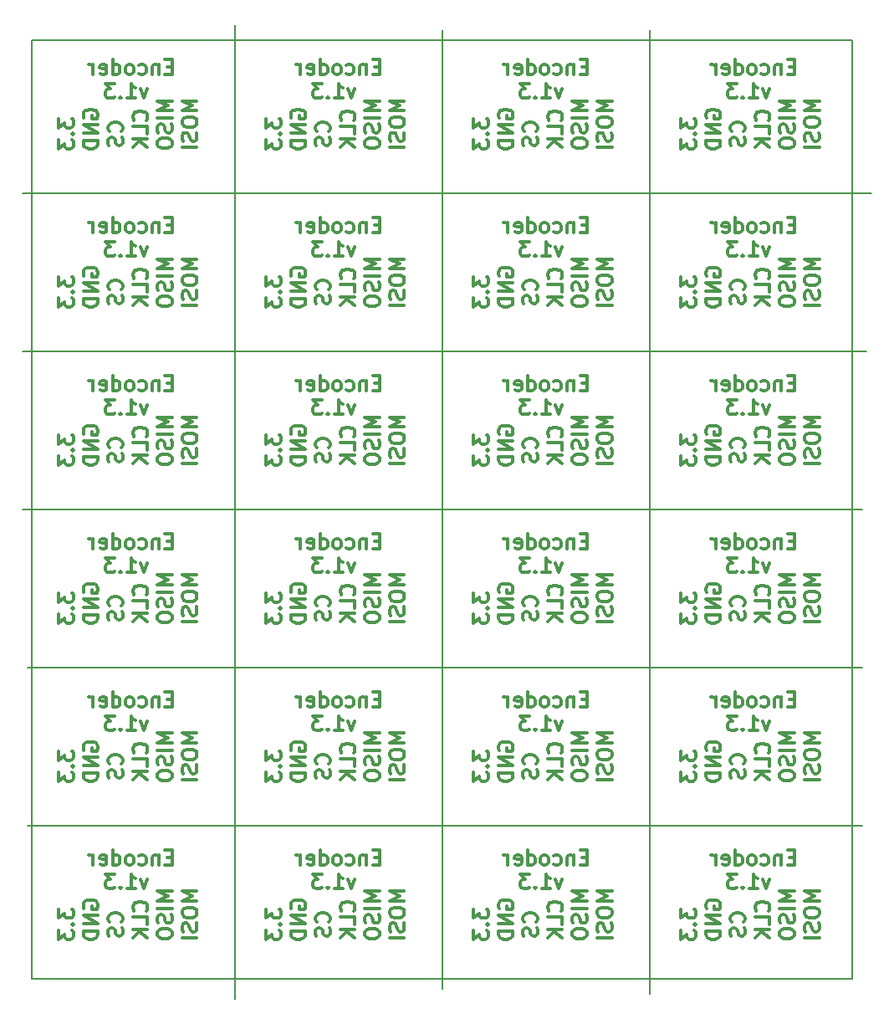
<source format=gbo>
G04 #@! TF.FileFunction,Legend,Bot*
%FSLAX46Y46*%
G04 Gerber Fmt 4.6, Leading zero omitted, Abs format (unit mm)*
G04 Created by KiCad (PCBNEW 4.0.1-stable) date 2017/03/05 0:18:17*
%MOMM*%
G01*
G04 APERTURE LIST*
%ADD10C,0.100000*%
%ADD11C,0.150000*%
%ADD12C,0.200000*%
%ADD13C,0.300000*%
G04 APERTURE END LIST*
D10*
D11*
X218000000Y-58000000D02*
X135000000Y-58000000D01*
X218000000Y-153000000D02*
X218000000Y-58000000D01*
X135000000Y-153000000D02*
X218000000Y-153000000D01*
X135000000Y-58000000D02*
X135000000Y-153000000D01*
D12*
X134500000Y-137500000D02*
X219000000Y-137500000D01*
X134500000Y-121500000D02*
X219000000Y-121500000D01*
X134000000Y-105500000D02*
X219000000Y-105500000D01*
X134000000Y-89500000D02*
X219500000Y-89500000D01*
X134000000Y-73500000D02*
X220000000Y-73500000D01*
X197500000Y-57000000D02*
X197500000Y-154500000D01*
X176500000Y-57000000D02*
X176500000Y-154000000D01*
X155500000Y-56500000D02*
X155500000Y-155000000D01*
D13*
X191178571Y-144142857D02*
X189678571Y-144142857D01*
X190750000Y-144642857D01*
X189678571Y-145142857D01*
X191178571Y-145142857D01*
X191178571Y-145857143D02*
X189678571Y-145857143D01*
X191107143Y-146500000D02*
X191178571Y-146714286D01*
X191178571Y-147071429D01*
X191107143Y-147214286D01*
X191035714Y-147285715D01*
X190892857Y-147357143D01*
X190750000Y-147357143D01*
X190607143Y-147285715D01*
X190535714Y-147214286D01*
X190464286Y-147071429D01*
X190392857Y-146785715D01*
X190321429Y-146642857D01*
X190250000Y-146571429D01*
X190107143Y-146500000D01*
X189964286Y-146500000D01*
X189821429Y-146571429D01*
X189750000Y-146642857D01*
X189678571Y-146785715D01*
X189678571Y-147142857D01*
X189750000Y-147357143D01*
X189678571Y-148285714D02*
X189678571Y-148571428D01*
X189750000Y-148714286D01*
X189892857Y-148857143D01*
X190178571Y-148928571D01*
X190678571Y-148928571D01*
X190964286Y-148857143D01*
X191107143Y-148714286D01*
X191178571Y-148571428D01*
X191178571Y-148285714D01*
X191107143Y-148142857D01*
X190964286Y-148000000D01*
X190678571Y-147928571D01*
X190178571Y-147928571D01*
X189892857Y-148000000D01*
X189750000Y-148142857D01*
X189678571Y-148285714D01*
X182250000Y-145857143D02*
X182178571Y-145714286D01*
X182178571Y-145500000D01*
X182250000Y-145285715D01*
X182392857Y-145142857D01*
X182535714Y-145071429D01*
X182821429Y-145000000D01*
X183035714Y-145000000D01*
X183321429Y-145071429D01*
X183464286Y-145142857D01*
X183607143Y-145285715D01*
X183678571Y-145500000D01*
X183678571Y-145642857D01*
X183607143Y-145857143D01*
X183535714Y-145928572D01*
X183035714Y-145928572D01*
X183035714Y-145642857D01*
X183678571Y-146571429D02*
X182178571Y-146571429D01*
X183678571Y-147428572D01*
X182178571Y-147428572D01*
X183678571Y-148142858D02*
X182178571Y-148142858D01*
X182178571Y-148500001D01*
X182250000Y-148714286D01*
X182392857Y-148857144D01*
X182535714Y-148928572D01*
X182821429Y-149000001D01*
X183035714Y-149000001D01*
X183321429Y-148928572D01*
X183464286Y-148857144D01*
X183607143Y-148714286D01*
X183678571Y-148500001D01*
X183678571Y-148142858D01*
X191178571Y-140692857D02*
X190678571Y-140692857D01*
X190464285Y-141478571D02*
X191178571Y-141478571D01*
X191178571Y-139978571D01*
X190464285Y-139978571D01*
X189821428Y-140478571D02*
X189821428Y-141478571D01*
X189821428Y-140621429D02*
X189750000Y-140550000D01*
X189607142Y-140478571D01*
X189392857Y-140478571D01*
X189250000Y-140550000D01*
X189178571Y-140692857D01*
X189178571Y-141478571D01*
X187821428Y-141407143D02*
X187964285Y-141478571D01*
X188249999Y-141478571D01*
X188392857Y-141407143D01*
X188464285Y-141335714D01*
X188535714Y-141192857D01*
X188535714Y-140764286D01*
X188464285Y-140621429D01*
X188392857Y-140550000D01*
X188249999Y-140478571D01*
X187964285Y-140478571D01*
X187821428Y-140550000D01*
X186964285Y-141478571D02*
X187107143Y-141407143D01*
X187178571Y-141335714D01*
X187250000Y-141192857D01*
X187250000Y-140764286D01*
X187178571Y-140621429D01*
X187107143Y-140550000D01*
X186964285Y-140478571D01*
X186750000Y-140478571D01*
X186607143Y-140550000D01*
X186535714Y-140621429D01*
X186464285Y-140764286D01*
X186464285Y-141192857D01*
X186535714Y-141335714D01*
X186607143Y-141407143D01*
X186750000Y-141478571D01*
X186964285Y-141478571D01*
X185178571Y-141478571D02*
X185178571Y-139978571D01*
X185178571Y-141407143D02*
X185321428Y-141478571D01*
X185607142Y-141478571D01*
X185750000Y-141407143D01*
X185821428Y-141335714D01*
X185892857Y-141192857D01*
X185892857Y-140764286D01*
X185821428Y-140621429D01*
X185750000Y-140550000D01*
X185607142Y-140478571D01*
X185321428Y-140478571D01*
X185178571Y-140550000D01*
X183892857Y-141407143D02*
X184035714Y-141478571D01*
X184321428Y-141478571D01*
X184464285Y-141407143D01*
X184535714Y-141264286D01*
X184535714Y-140692857D01*
X184464285Y-140550000D01*
X184321428Y-140478571D01*
X184035714Y-140478571D01*
X183892857Y-140550000D01*
X183821428Y-140692857D01*
X183821428Y-140835714D01*
X184535714Y-140978571D01*
X183178571Y-141478571D02*
X183178571Y-140478571D01*
X183178571Y-140764286D02*
X183107143Y-140621429D01*
X183035714Y-140550000D01*
X182892857Y-140478571D01*
X182750000Y-140478571D01*
X188642856Y-142878571D02*
X188285713Y-143878571D01*
X187928571Y-142878571D01*
X186571428Y-143878571D02*
X187428571Y-143878571D01*
X186999999Y-143878571D02*
X186999999Y-142378571D01*
X187142856Y-142592857D01*
X187285714Y-142735714D01*
X187428571Y-142807143D01*
X185928571Y-143735714D02*
X185857143Y-143807143D01*
X185928571Y-143878571D01*
X186000000Y-143807143D01*
X185928571Y-143735714D01*
X185928571Y-143878571D01*
X185357142Y-142378571D02*
X184428571Y-142378571D01*
X184928571Y-142950000D01*
X184714285Y-142950000D01*
X184571428Y-143021429D01*
X184499999Y-143092857D01*
X184428571Y-143235714D01*
X184428571Y-143592857D01*
X184499999Y-143735714D01*
X184571428Y-143807143D01*
X184714285Y-143878571D01*
X185142857Y-143878571D01*
X185285714Y-143807143D01*
X185357142Y-143735714D01*
X186035714Y-147250001D02*
X186107143Y-147178572D01*
X186178571Y-146964286D01*
X186178571Y-146821429D01*
X186107143Y-146607144D01*
X185964286Y-146464286D01*
X185821429Y-146392858D01*
X185535714Y-146321429D01*
X185321429Y-146321429D01*
X185035714Y-146392858D01*
X184892857Y-146464286D01*
X184750000Y-146607144D01*
X184678571Y-146821429D01*
X184678571Y-146964286D01*
X184750000Y-147178572D01*
X184821429Y-147250001D01*
X186107143Y-147821429D02*
X186178571Y-148035715D01*
X186178571Y-148392858D01*
X186107143Y-148535715D01*
X186035714Y-148607144D01*
X185892857Y-148678572D01*
X185750000Y-148678572D01*
X185607143Y-148607144D01*
X185535714Y-148535715D01*
X185464286Y-148392858D01*
X185392857Y-148107144D01*
X185321429Y-147964286D01*
X185250000Y-147892858D01*
X185107143Y-147821429D01*
X184964286Y-147821429D01*
X184821429Y-147892858D01*
X184750000Y-147964286D01*
X184678571Y-148107144D01*
X184678571Y-148464286D01*
X184750000Y-148678572D01*
X193678571Y-144142857D02*
X192178571Y-144142857D01*
X193250000Y-144642857D01*
X192178571Y-145142857D01*
X193678571Y-145142857D01*
X192178571Y-146142857D02*
X192178571Y-146428571D01*
X192250000Y-146571429D01*
X192392857Y-146714286D01*
X192678571Y-146785714D01*
X193178571Y-146785714D01*
X193464286Y-146714286D01*
X193607143Y-146571429D01*
X193678571Y-146428571D01*
X193678571Y-146142857D01*
X193607143Y-146000000D01*
X193464286Y-145857143D01*
X193178571Y-145785714D01*
X192678571Y-145785714D01*
X192392857Y-145857143D01*
X192250000Y-146000000D01*
X192178571Y-146142857D01*
X193607143Y-147357143D02*
X193678571Y-147571429D01*
X193678571Y-147928572D01*
X193607143Y-148071429D01*
X193535714Y-148142858D01*
X193392857Y-148214286D01*
X193250000Y-148214286D01*
X193107143Y-148142858D01*
X193035714Y-148071429D01*
X192964286Y-147928572D01*
X192892857Y-147642858D01*
X192821429Y-147500000D01*
X192750000Y-147428572D01*
X192607143Y-147357143D01*
X192464286Y-147357143D01*
X192321429Y-147428572D01*
X192250000Y-147500000D01*
X192178571Y-147642858D01*
X192178571Y-148000000D01*
X192250000Y-148214286D01*
X193678571Y-148857143D02*
X192178571Y-148857143D01*
X179678571Y-145928572D02*
X179678571Y-146857143D01*
X180250000Y-146357143D01*
X180250000Y-146571429D01*
X180321429Y-146714286D01*
X180392857Y-146785715D01*
X180535714Y-146857143D01*
X180892857Y-146857143D01*
X181035714Y-146785715D01*
X181107143Y-146714286D01*
X181178571Y-146571429D01*
X181178571Y-146142857D01*
X181107143Y-146000000D01*
X181035714Y-145928572D01*
X181035714Y-147500000D02*
X181107143Y-147571428D01*
X181178571Y-147500000D01*
X181107143Y-147428571D01*
X181035714Y-147500000D01*
X181178571Y-147500000D01*
X179678571Y-148071429D02*
X179678571Y-149000000D01*
X180250000Y-148500000D01*
X180250000Y-148714286D01*
X180321429Y-148857143D01*
X180392857Y-148928572D01*
X180535714Y-149000000D01*
X180892857Y-149000000D01*
X181035714Y-148928572D01*
X181107143Y-148857143D01*
X181178571Y-148714286D01*
X181178571Y-148285714D01*
X181107143Y-148142857D01*
X181035714Y-148071429D01*
X188535714Y-146107143D02*
X188607143Y-146035714D01*
X188678571Y-145821428D01*
X188678571Y-145678571D01*
X188607143Y-145464286D01*
X188464286Y-145321428D01*
X188321429Y-145250000D01*
X188035714Y-145178571D01*
X187821429Y-145178571D01*
X187535714Y-145250000D01*
X187392857Y-145321428D01*
X187250000Y-145464286D01*
X187178571Y-145678571D01*
X187178571Y-145821428D01*
X187250000Y-146035714D01*
X187321429Y-146107143D01*
X188678571Y-147464286D02*
X188678571Y-146750000D01*
X187178571Y-146750000D01*
X188678571Y-147964286D02*
X187178571Y-147964286D01*
X188678571Y-148821429D02*
X187821429Y-148178572D01*
X187178571Y-148821429D02*
X188035714Y-147964286D01*
X200678571Y-129928572D02*
X200678571Y-130857143D01*
X201250000Y-130357143D01*
X201250000Y-130571429D01*
X201321429Y-130714286D01*
X201392857Y-130785715D01*
X201535714Y-130857143D01*
X201892857Y-130857143D01*
X202035714Y-130785715D01*
X202107143Y-130714286D01*
X202178571Y-130571429D01*
X202178571Y-130142857D01*
X202107143Y-130000000D01*
X202035714Y-129928572D01*
X202035714Y-131500000D02*
X202107143Y-131571428D01*
X202178571Y-131500000D01*
X202107143Y-131428571D01*
X202035714Y-131500000D01*
X202178571Y-131500000D01*
X200678571Y-132071429D02*
X200678571Y-133000000D01*
X201250000Y-132500000D01*
X201250000Y-132714286D01*
X201321429Y-132857143D01*
X201392857Y-132928572D01*
X201535714Y-133000000D01*
X201892857Y-133000000D01*
X202035714Y-132928572D01*
X202107143Y-132857143D01*
X202178571Y-132714286D01*
X202178571Y-132285714D01*
X202107143Y-132142857D01*
X202035714Y-132071429D01*
X203250000Y-129857143D02*
X203178571Y-129714286D01*
X203178571Y-129500000D01*
X203250000Y-129285715D01*
X203392857Y-129142857D01*
X203535714Y-129071429D01*
X203821429Y-129000000D01*
X204035714Y-129000000D01*
X204321429Y-129071429D01*
X204464286Y-129142857D01*
X204607143Y-129285715D01*
X204678571Y-129500000D01*
X204678571Y-129642857D01*
X204607143Y-129857143D01*
X204535714Y-129928572D01*
X204035714Y-129928572D01*
X204035714Y-129642857D01*
X204678571Y-130571429D02*
X203178571Y-130571429D01*
X204678571Y-131428572D01*
X203178571Y-131428572D01*
X204678571Y-132142858D02*
X203178571Y-132142858D01*
X203178571Y-132500001D01*
X203250000Y-132714286D01*
X203392857Y-132857144D01*
X203535714Y-132928572D01*
X203821429Y-133000001D01*
X204035714Y-133000001D01*
X204321429Y-132928572D01*
X204464286Y-132857144D01*
X204607143Y-132714286D01*
X204678571Y-132500001D01*
X204678571Y-132142858D01*
X214678571Y-128142857D02*
X213178571Y-128142857D01*
X214250000Y-128642857D01*
X213178571Y-129142857D01*
X214678571Y-129142857D01*
X213178571Y-130142857D02*
X213178571Y-130428571D01*
X213250000Y-130571429D01*
X213392857Y-130714286D01*
X213678571Y-130785714D01*
X214178571Y-130785714D01*
X214464286Y-130714286D01*
X214607143Y-130571429D01*
X214678571Y-130428571D01*
X214678571Y-130142857D01*
X214607143Y-130000000D01*
X214464286Y-129857143D01*
X214178571Y-129785714D01*
X213678571Y-129785714D01*
X213392857Y-129857143D01*
X213250000Y-130000000D01*
X213178571Y-130142857D01*
X214607143Y-131357143D02*
X214678571Y-131571429D01*
X214678571Y-131928572D01*
X214607143Y-132071429D01*
X214535714Y-132142858D01*
X214392857Y-132214286D01*
X214250000Y-132214286D01*
X214107143Y-132142858D01*
X214035714Y-132071429D01*
X213964286Y-131928572D01*
X213892857Y-131642858D01*
X213821429Y-131500000D01*
X213750000Y-131428572D01*
X213607143Y-131357143D01*
X213464286Y-131357143D01*
X213321429Y-131428572D01*
X213250000Y-131500000D01*
X213178571Y-131642858D01*
X213178571Y-132000000D01*
X213250000Y-132214286D01*
X214678571Y-132857143D02*
X213178571Y-132857143D01*
X212178571Y-128142857D02*
X210678571Y-128142857D01*
X211750000Y-128642857D01*
X210678571Y-129142857D01*
X212178571Y-129142857D01*
X212178571Y-129857143D02*
X210678571Y-129857143D01*
X212107143Y-130500000D02*
X212178571Y-130714286D01*
X212178571Y-131071429D01*
X212107143Y-131214286D01*
X212035714Y-131285715D01*
X211892857Y-131357143D01*
X211750000Y-131357143D01*
X211607143Y-131285715D01*
X211535714Y-131214286D01*
X211464286Y-131071429D01*
X211392857Y-130785715D01*
X211321429Y-130642857D01*
X211250000Y-130571429D01*
X211107143Y-130500000D01*
X210964286Y-130500000D01*
X210821429Y-130571429D01*
X210750000Y-130642857D01*
X210678571Y-130785715D01*
X210678571Y-131142857D01*
X210750000Y-131357143D01*
X210678571Y-132285714D02*
X210678571Y-132571428D01*
X210750000Y-132714286D01*
X210892857Y-132857143D01*
X211178571Y-132928571D01*
X211678571Y-132928571D01*
X211964286Y-132857143D01*
X212107143Y-132714286D01*
X212178571Y-132571428D01*
X212178571Y-132285714D01*
X212107143Y-132142857D01*
X211964286Y-132000000D01*
X211678571Y-131928571D01*
X211178571Y-131928571D01*
X210892857Y-132000000D01*
X210750000Y-132142857D01*
X210678571Y-132285714D01*
X209535714Y-130107143D02*
X209607143Y-130035714D01*
X209678571Y-129821428D01*
X209678571Y-129678571D01*
X209607143Y-129464286D01*
X209464286Y-129321428D01*
X209321429Y-129250000D01*
X209035714Y-129178571D01*
X208821429Y-129178571D01*
X208535714Y-129250000D01*
X208392857Y-129321428D01*
X208250000Y-129464286D01*
X208178571Y-129678571D01*
X208178571Y-129821428D01*
X208250000Y-130035714D01*
X208321429Y-130107143D01*
X209678571Y-131464286D02*
X209678571Y-130750000D01*
X208178571Y-130750000D01*
X209678571Y-131964286D02*
X208178571Y-131964286D01*
X209678571Y-132821429D02*
X208821429Y-132178572D01*
X208178571Y-132821429D02*
X209035714Y-131964286D01*
X207035714Y-131250001D02*
X207107143Y-131178572D01*
X207178571Y-130964286D01*
X207178571Y-130821429D01*
X207107143Y-130607144D01*
X206964286Y-130464286D01*
X206821429Y-130392858D01*
X206535714Y-130321429D01*
X206321429Y-130321429D01*
X206035714Y-130392858D01*
X205892857Y-130464286D01*
X205750000Y-130607144D01*
X205678571Y-130821429D01*
X205678571Y-130964286D01*
X205750000Y-131178572D01*
X205821429Y-131250001D01*
X207107143Y-131821429D02*
X207178571Y-132035715D01*
X207178571Y-132392858D01*
X207107143Y-132535715D01*
X207035714Y-132607144D01*
X206892857Y-132678572D01*
X206750000Y-132678572D01*
X206607143Y-132607144D01*
X206535714Y-132535715D01*
X206464286Y-132392858D01*
X206392857Y-132107144D01*
X206321429Y-131964286D01*
X206250000Y-131892858D01*
X206107143Y-131821429D01*
X205964286Y-131821429D01*
X205821429Y-131892858D01*
X205750000Y-131964286D01*
X205678571Y-132107144D01*
X205678571Y-132464286D01*
X205750000Y-132678572D01*
X212178571Y-124692857D02*
X211678571Y-124692857D01*
X211464285Y-125478571D02*
X212178571Y-125478571D01*
X212178571Y-123978571D01*
X211464285Y-123978571D01*
X210821428Y-124478571D02*
X210821428Y-125478571D01*
X210821428Y-124621429D02*
X210750000Y-124550000D01*
X210607142Y-124478571D01*
X210392857Y-124478571D01*
X210250000Y-124550000D01*
X210178571Y-124692857D01*
X210178571Y-125478571D01*
X208821428Y-125407143D02*
X208964285Y-125478571D01*
X209249999Y-125478571D01*
X209392857Y-125407143D01*
X209464285Y-125335714D01*
X209535714Y-125192857D01*
X209535714Y-124764286D01*
X209464285Y-124621429D01*
X209392857Y-124550000D01*
X209249999Y-124478571D01*
X208964285Y-124478571D01*
X208821428Y-124550000D01*
X207964285Y-125478571D02*
X208107143Y-125407143D01*
X208178571Y-125335714D01*
X208250000Y-125192857D01*
X208250000Y-124764286D01*
X208178571Y-124621429D01*
X208107143Y-124550000D01*
X207964285Y-124478571D01*
X207750000Y-124478571D01*
X207607143Y-124550000D01*
X207535714Y-124621429D01*
X207464285Y-124764286D01*
X207464285Y-125192857D01*
X207535714Y-125335714D01*
X207607143Y-125407143D01*
X207750000Y-125478571D01*
X207964285Y-125478571D01*
X206178571Y-125478571D02*
X206178571Y-123978571D01*
X206178571Y-125407143D02*
X206321428Y-125478571D01*
X206607142Y-125478571D01*
X206750000Y-125407143D01*
X206821428Y-125335714D01*
X206892857Y-125192857D01*
X206892857Y-124764286D01*
X206821428Y-124621429D01*
X206750000Y-124550000D01*
X206607142Y-124478571D01*
X206321428Y-124478571D01*
X206178571Y-124550000D01*
X204892857Y-125407143D02*
X205035714Y-125478571D01*
X205321428Y-125478571D01*
X205464285Y-125407143D01*
X205535714Y-125264286D01*
X205535714Y-124692857D01*
X205464285Y-124550000D01*
X205321428Y-124478571D01*
X205035714Y-124478571D01*
X204892857Y-124550000D01*
X204821428Y-124692857D01*
X204821428Y-124835714D01*
X205535714Y-124978571D01*
X204178571Y-125478571D02*
X204178571Y-124478571D01*
X204178571Y-124764286D02*
X204107143Y-124621429D01*
X204035714Y-124550000D01*
X203892857Y-124478571D01*
X203750000Y-124478571D01*
X209642856Y-126878571D02*
X209285713Y-127878571D01*
X208928571Y-126878571D01*
X207571428Y-127878571D02*
X208428571Y-127878571D01*
X207999999Y-127878571D02*
X207999999Y-126378571D01*
X208142856Y-126592857D01*
X208285714Y-126735714D01*
X208428571Y-126807143D01*
X206928571Y-127735714D02*
X206857143Y-127807143D01*
X206928571Y-127878571D01*
X207000000Y-127807143D01*
X206928571Y-127735714D01*
X206928571Y-127878571D01*
X206357142Y-126378571D02*
X205428571Y-126378571D01*
X205928571Y-126950000D01*
X205714285Y-126950000D01*
X205571428Y-127021429D01*
X205499999Y-127092857D01*
X205428571Y-127235714D01*
X205428571Y-127592857D01*
X205499999Y-127735714D01*
X205571428Y-127807143D01*
X205714285Y-127878571D01*
X206142857Y-127878571D01*
X206285714Y-127807143D01*
X206357142Y-127735714D01*
X186035714Y-131250001D02*
X186107143Y-131178572D01*
X186178571Y-130964286D01*
X186178571Y-130821429D01*
X186107143Y-130607144D01*
X185964286Y-130464286D01*
X185821429Y-130392858D01*
X185535714Y-130321429D01*
X185321429Y-130321429D01*
X185035714Y-130392858D01*
X184892857Y-130464286D01*
X184750000Y-130607144D01*
X184678571Y-130821429D01*
X184678571Y-130964286D01*
X184750000Y-131178572D01*
X184821429Y-131250001D01*
X186107143Y-131821429D02*
X186178571Y-132035715D01*
X186178571Y-132392858D01*
X186107143Y-132535715D01*
X186035714Y-132607144D01*
X185892857Y-132678572D01*
X185750000Y-132678572D01*
X185607143Y-132607144D01*
X185535714Y-132535715D01*
X185464286Y-132392858D01*
X185392857Y-132107144D01*
X185321429Y-131964286D01*
X185250000Y-131892858D01*
X185107143Y-131821429D01*
X184964286Y-131821429D01*
X184821429Y-131892858D01*
X184750000Y-131964286D01*
X184678571Y-132107144D01*
X184678571Y-132464286D01*
X184750000Y-132678572D01*
X179678571Y-129928572D02*
X179678571Y-130857143D01*
X180250000Y-130357143D01*
X180250000Y-130571429D01*
X180321429Y-130714286D01*
X180392857Y-130785715D01*
X180535714Y-130857143D01*
X180892857Y-130857143D01*
X181035714Y-130785715D01*
X181107143Y-130714286D01*
X181178571Y-130571429D01*
X181178571Y-130142857D01*
X181107143Y-130000000D01*
X181035714Y-129928572D01*
X181035714Y-131500000D02*
X181107143Y-131571428D01*
X181178571Y-131500000D01*
X181107143Y-131428571D01*
X181035714Y-131500000D01*
X181178571Y-131500000D01*
X179678571Y-132071429D02*
X179678571Y-133000000D01*
X180250000Y-132500000D01*
X180250000Y-132714286D01*
X180321429Y-132857143D01*
X180392857Y-132928572D01*
X180535714Y-133000000D01*
X180892857Y-133000000D01*
X181035714Y-132928572D01*
X181107143Y-132857143D01*
X181178571Y-132714286D01*
X181178571Y-132285714D01*
X181107143Y-132142857D01*
X181035714Y-132071429D01*
X182250000Y-129857143D02*
X182178571Y-129714286D01*
X182178571Y-129500000D01*
X182250000Y-129285715D01*
X182392857Y-129142857D01*
X182535714Y-129071429D01*
X182821429Y-129000000D01*
X183035714Y-129000000D01*
X183321429Y-129071429D01*
X183464286Y-129142857D01*
X183607143Y-129285715D01*
X183678571Y-129500000D01*
X183678571Y-129642857D01*
X183607143Y-129857143D01*
X183535714Y-129928572D01*
X183035714Y-129928572D01*
X183035714Y-129642857D01*
X183678571Y-130571429D02*
X182178571Y-130571429D01*
X183678571Y-131428572D01*
X182178571Y-131428572D01*
X183678571Y-132142858D02*
X182178571Y-132142858D01*
X182178571Y-132500001D01*
X182250000Y-132714286D01*
X182392857Y-132857144D01*
X182535714Y-132928572D01*
X182821429Y-133000001D01*
X183035714Y-133000001D01*
X183321429Y-132928572D01*
X183464286Y-132857144D01*
X183607143Y-132714286D01*
X183678571Y-132500001D01*
X183678571Y-132142858D01*
X191178571Y-124692857D02*
X190678571Y-124692857D01*
X190464285Y-125478571D02*
X191178571Y-125478571D01*
X191178571Y-123978571D01*
X190464285Y-123978571D01*
X189821428Y-124478571D02*
X189821428Y-125478571D01*
X189821428Y-124621429D02*
X189750000Y-124550000D01*
X189607142Y-124478571D01*
X189392857Y-124478571D01*
X189250000Y-124550000D01*
X189178571Y-124692857D01*
X189178571Y-125478571D01*
X187821428Y-125407143D02*
X187964285Y-125478571D01*
X188249999Y-125478571D01*
X188392857Y-125407143D01*
X188464285Y-125335714D01*
X188535714Y-125192857D01*
X188535714Y-124764286D01*
X188464285Y-124621429D01*
X188392857Y-124550000D01*
X188249999Y-124478571D01*
X187964285Y-124478571D01*
X187821428Y-124550000D01*
X186964285Y-125478571D02*
X187107143Y-125407143D01*
X187178571Y-125335714D01*
X187250000Y-125192857D01*
X187250000Y-124764286D01*
X187178571Y-124621429D01*
X187107143Y-124550000D01*
X186964285Y-124478571D01*
X186750000Y-124478571D01*
X186607143Y-124550000D01*
X186535714Y-124621429D01*
X186464285Y-124764286D01*
X186464285Y-125192857D01*
X186535714Y-125335714D01*
X186607143Y-125407143D01*
X186750000Y-125478571D01*
X186964285Y-125478571D01*
X185178571Y-125478571D02*
X185178571Y-123978571D01*
X185178571Y-125407143D02*
X185321428Y-125478571D01*
X185607142Y-125478571D01*
X185750000Y-125407143D01*
X185821428Y-125335714D01*
X185892857Y-125192857D01*
X185892857Y-124764286D01*
X185821428Y-124621429D01*
X185750000Y-124550000D01*
X185607142Y-124478571D01*
X185321428Y-124478571D01*
X185178571Y-124550000D01*
X183892857Y-125407143D02*
X184035714Y-125478571D01*
X184321428Y-125478571D01*
X184464285Y-125407143D01*
X184535714Y-125264286D01*
X184535714Y-124692857D01*
X184464285Y-124550000D01*
X184321428Y-124478571D01*
X184035714Y-124478571D01*
X183892857Y-124550000D01*
X183821428Y-124692857D01*
X183821428Y-124835714D01*
X184535714Y-124978571D01*
X183178571Y-125478571D02*
X183178571Y-124478571D01*
X183178571Y-124764286D02*
X183107143Y-124621429D01*
X183035714Y-124550000D01*
X182892857Y-124478571D01*
X182750000Y-124478571D01*
X188642856Y-126878571D02*
X188285713Y-127878571D01*
X187928571Y-126878571D01*
X186571428Y-127878571D02*
X187428571Y-127878571D01*
X186999999Y-127878571D02*
X186999999Y-126378571D01*
X187142856Y-126592857D01*
X187285714Y-126735714D01*
X187428571Y-126807143D01*
X185928571Y-127735714D02*
X185857143Y-127807143D01*
X185928571Y-127878571D01*
X186000000Y-127807143D01*
X185928571Y-127735714D01*
X185928571Y-127878571D01*
X185357142Y-126378571D02*
X184428571Y-126378571D01*
X184928571Y-126950000D01*
X184714285Y-126950000D01*
X184571428Y-127021429D01*
X184499999Y-127092857D01*
X184428571Y-127235714D01*
X184428571Y-127592857D01*
X184499999Y-127735714D01*
X184571428Y-127807143D01*
X184714285Y-127878571D01*
X185142857Y-127878571D01*
X185285714Y-127807143D01*
X185357142Y-127735714D01*
X193678571Y-128142857D02*
X192178571Y-128142857D01*
X193250000Y-128642857D01*
X192178571Y-129142857D01*
X193678571Y-129142857D01*
X192178571Y-130142857D02*
X192178571Y-130428571D01*
X192250000Y-130571429D01*
X192392857Y-130714286D01*
X192678571Y-130785714D01*
X193178571Y-130785714D01*
X193464286Y-130714286D01*
X193607143Y-130571429D01*
X193678571Y-130428571D01*
X193678571Y-130142857D01*
X193607143Y-130000000D01*
X193464286Y-129857143D01*
X193178571Y-129785714D01*
X192678571Y-129785714D01*
X192392857Y-129857143D01*
X192250000Y-130000000D01*
X192178571Y-130142857D01*
X193607143Y-131357143D02*
X193678571Y-131571429D01*
X193678571Y-131928572D01*
X193607143Y-132071429D01*
X193535714Y-132142858D01*
X193392857Y-132214286D01*
X193250000Y-132214286D01*
X193107143Y-132142858D01*
X193035714Y-132071429D01*
X192964286Y-131928572D01*
X192892857Y-131642858D01*
X192821429Y-131500000D01*
X192750000Y-131428572D01*
X192607143Y-131357143D01*
X192464286Y-131357143D01*
X192321429Y-131428572D01*
X192250000Y-131500000D01*
X192178571Y-131642858D01*
X192178571Y-132000000D01*
X192250000Y-132214286D01*
X193678571Y-132857143D02*
X192178571Y-132857143D01*
X188535714Y-130107143D02*
X188607143Y-130035714D01*
X188678571Y-129821428D01*
X188678571Y-129678571D01*
X188607143Y-129464286D01*
X188464286Y-129321428D01*
X188321429Y-129250000D01*
X188035714Y-129178571D01*
X187821429Y-129178571D01*
X187535714Y-129250000D01*
X187392857Y-129321428D01*
X187250000Y-129464286D01*
X187178571Y-129678571D01*
X187178571Y-129821428D01*
X187250000Y-130035714D01*
X187321429Y-130107143D01*
X188678571Y-131464286D02*
X188678571Y-130750000D01*
X187178571Y-130750000D01*
X188678571Y-131964286D02*
X187178571Y-131964286D01*
X188678571Y-132821429D02*
X187821429Y-132178572D01*
X187178571Y-132821429D02*
X188035714Y-131964286D01*
X191178571Y-128142857D02*
X189678571Y-128142857D01*
X190750000Y-128642857D01*
X189678571Y-129142857D01*
X191178571Y-129142857D01*
X191178571Y-129857143D02*
X189678571Y-129857143D01*
X191107143Y-130500000D02*
X191178571Y-130714286D01*
X191178571Y-131071429D01*
X191107143Y-131214286D01*
X191035714Y-131285715D01*
X190892857Y-131357143D01*
X190750000Y-131357143D01*
X190607143Y-131285715D01*
X190535714Y-131214286D01*
X190464286Y-131071429D01*
X190392857Y-130785715D01*
X190321429Y-130642857D01*
X190250000Y-130571429D01*
X190107143Y-130500000D01*
X189964286Y-130500000D01*
X189821429Y-130571429D01*
X189750000Y-130642857D01*
X189678571Y-130785715D01*
X189678571Y-131142857D01*
X189750000Y-131357143D01*
X189678571Y-132285714D02*
X189678571Y-132571428D01*
X189750000Y-132714286D01*
X189892857Y-132857143D01*
X190178571Y-132928571D01*
X190678571Y-132928571D01*
X190964286Y-132857143D01*
X191107143Y-132714286D01*
X191178571Y-132571428D01*
X191178571Y-132285714D01*
X191107143Y-132142857D01*
X190964286Y-132000000D01*
X190678571Y-131928571D01*
X190178571Y-131928571D01*
X189892857Y-132000000D01*
X189750000Y-132142857D01*
X189678571Y-132285714D01*
X212178571Y-140692857D02*
X211678571Y-140692857D01*
X211464285Y-141478571D02*
X212178571Y-141478571D01*
X212178571Y-139978571D01*
X211464285Y-139978571D01*
X210821428Y-140478571D02*
X210821428Y-141478571D01*
X210821428Y-140621429D02*
X210750000Y-140550000D01*
X210607142Y-140478571D01*
X210392857Y-140478571D01*
X210250000Y-140550000D01*
X210178571Y-140692857D01*
X210178571Y-141478571D01*
X208821428Y-141407143D02*
X208964285Y-141478571D01*
X209249999Y-141478571D01*
X209392857Y-141407143D01*
X209464285Y-141335714D01*
X209535714Y-141192857D01*
X209535714Y-140764286D01*
X209464285Y-140621429D01*
X209392857Y-140550000D01*
X209249999Y-140478571D01*
X208964285Y-140478571D01*
X208821428Y-140550000D01*
X207964285Y-141478571D02*
X208107143Y-141407143D01*
X208178571Y-141335714D01*
X208250000Y-141192857D01*
X208250000Y-140764286D01*
X208178571Y-140621429D01*
X208107143Y-140550000D01*
X207964285Y-140478571D01*
X207750000Y-140478571D01*
X207607143Y-140550000D01*
X207535714Y-140621429D01*
X207464285Y-140764286D01*
X207464285Y-141192857D01*
X207535714Y-141335714D01*
X207607143Y-141407143D01*
X207750000Y-141478571D01*
X207964285Y-141478571D01*
X206178571Y-141478571D02*
X206178571Y-139978571D01*
X206178571Y-141407143D02*
X206321428Y-141478571D01*
X206607142Y-141478571D01*
X206750000Y-141407143D01*
X206821428Y-141335714D01*
X206892857Y-141192857D01*
X206892857Y-140764286D01*
X206821428Y-140621429D01*
X206750000Y-140550000D01*
X206607142Y-140478571D01*
X206321428Y-140478571D01*
X206178571Y-140550000D01*
X204892857Y-141407143D02*
X205035714Y-141478571D01*
X205321428Y-141478571D01*
X205464285Y-141407143D01*
X205535714Y-141264286D01*
X205535714Y-140692857D01*
X205464285Y-140550000D01*
X205321428Y-140478571D01*
X205035714Y-140478571D01*
X204892857Y-140550000D01*
X204821428Y-140692857D01*
X204821428Y-140835714D01*
X205535714Y-140978571D01*
X204178571Y-141478571D02*
X204178571Y-140478571D01*
X204178571Y-140764286D02*
X204107143Y-140621429D01*
X204035714Y-140550000D01*
X203892857Y-140478571D01*
X203750000Y-140478571D01*
X209642856Y-142878571D02*
X209285713Y-143878571D01*
X208928571Y-142878571D01*
X207571428Y-143878571D02*
X208428571Y-143878571D01*
X207999999Y-143878571D02*
X207999999Y-142378571D01*
X208142856Y-142592857D01*
X208285714Y-142735714D01*
X208428571Y-142807143D01*
X206928571Y-143735714D02*
X206857143Y-143807143D01*
X206928571Y-143878571D01*
X207000000Y-143807143D01*
X206928571Y-143735714D01*
X206928571Y-143878571D01*
X206357142Y-142378571D02*
X205428571Y-142378571D01*
X205928571Y-142950000D01*
X205714285Y-142950000D01*
X205571428Y-143021429D01*
X205499999Y-143092857D01*
X205428571Y-143235714D01*
X205428571Y-143592857D01*
X205499999Y-143735714D01*
X205571428Y-143807143D01*
X205714285Y-143878571D01*
X206142857Y-143878571D01*
X206285714Y-143807143D01*
X206357142Y-143735714D01*
X207035714Y-147250001D02*
X207107143Y-147178572D01*
X207178571Y-146964286D01*
X207178571Y-146821429D01*
X207107143Y-146607144D01*
X206964286Y-146464286D01*
X206821429Y-146392858D01*
X206535714Y-146321429D01*
X206321429Y-146321429D01*
X206035714Y-146392858D01*
X205892857Y-146464286D01*
X205750000Y-146607144D01*
X205678571Y-146821429D01*
X205678571Y-146964286D01*
X205750000Y-147178572D01*
X205821429Y-147250001D01*
X207107143Y-147821429D02*
X207178571Y-148035715D01*
X207178571Y-148392858D01*
X207107143Y-148535715D01*
X207035714Y-148607144D01*
X206892857Y-148678572D01*
X206750000Y-148678572D01*
X206607143Y-148607144D01*
X206535714Y-148535715D01*
X206464286Y-148392858D01*
X206392857Y-148107144D01*
X206321429Y-147964286D01*
X206250000Y-147892858D01*
X206107143Y-147821429D01*
X205964286Y-147821429D01*
X205821429Y-147892858D01*
X205750000Y-147964286D01*
X205678571Y-148107144D01*
X205678571Y-148464286D01*
X205750000Y-148678572D01*
X209535714Y-146107143D02*
X209607143Y-146035714D01*
X209678571Y-145821428D01*
X209678571Y-145678571D01*
X209607143Y-145464286D01*
X209464286Y-145321428D01*
X209321429Y-145250000D01*
X209035714Y-145178571D01*
X208821429Y-145178571D01*
X208535714Y-145250000D01*
X208392857Y-145321428D01*
X208250000Y-145464286D01*
X208178571Y-145678571D01*
X208178571Y-145821428D01*
X208250000Y-146035714D01*
X208321429Y-146107143D01*
X209678571Y-147464286D02*
X209678571Y-146750000D01*
X208178571Y-146750000D01*
X209678571Y-147964286D02*
X208178571Y-147964286D01*
X209678571Y-148821429D02*
X208821429Y-148178572D01*
X208178571Y-148821429D02*
X209035714Y-147964286D01*
X212178571Y-144142857D02*
X210678571Y-144142857D01*
X211750000Y-144642857D01*
X210678571Y-145142857D01*
X212178571Y-145142857D01*
X212178571Y-145857143D02*
X210678571Y-145857143D01*
X212107143Y-146500000D02*
X212178571Y-146714286D01*
X212178571Y-147071429D01*
X212107143Y-147214286D01*
X212035714Y-147285715D01*
X211892857Y-147357143D01*
X211750000Y-147357143D01*
X211607143Y-147285715D01*
X211535714Y-147214286D01*
X211464286Y-147071429D01*
X211392857Y-146785715D01*
X211321429Y-146642857D01*
X211250000Y-146571429D01*
X211107143Y-146500000D01*
X210964286Y-146500000D01*
X210821429Y-146571429D01*
X210750000Y-146642857D01*
X210678571Y-146785715D01*
X210678571Y-147142857D01*
X210750000Y-147357143D01*
X210678571Y-148285714D02*
X210678571Y-148571428D01*
X210750000Y-148714286D01*
X210892857Y-148857143D01*
X211178571Y-148928571D01*
X211678571Y-148928571D01*
X211964286Y-148857143D01*
X212107143Y-148714286D01*
X212178571Y-148571428D01*
X212178571Y-148285714D01*
X212107143Y-148142857D01*
X211964286Y-148000000D01*
X211678571Y-147928571D01*
X211178571Y-147928571D01*
X210892857Y-148000000D01*
X210750000Y-148142857D01*
X210678571Y-148285714D01*
X214678571Y-144142857D02*
X213178571Y-144142857D01*
X214250000Y-144642857D01*
X213178571Y-145142857D01*
X214678571Y-145142857D01*
X213178571Y-146142857D02*
X213178571Y-146428571D01*
X213250000Y-146571429D01*
X213392857Y-146714286D01*
X213678571Y-146785714D01*
X214178571Y-146785714D01*
X214464286Y-146714286D01*
X214607143Y-146571429D01*
X214678571Y-146428571D01*
X214678571Y-146142857D01*
X214607143Y-146000000D01*
X214464286Y-145857143D01*
X214178571Y-145785714D01*
X213678571Y-145785714D01*
X213392857Y-145857143D01*
X213250000Y-146000000D01*
X213178571Y-146142857D01*
X214607143Y-147357143D02*
X214678571Y-147571429D01*
X214678571Y-147928572D01*
X214607143Y-148071429D01*
X214535714Y-148142858D01*
X214392857Y-148214286D01*
X214250000Y-148214286D01*
X214107143Y-148142858D01*
X214035714Y-148071429D01*
X213964286Y-147928572D01*
X213892857Y-147642858D01*
X213821429Y-147500000D01*
X213750000Y-147428572D01*
X213607143Y-147357143D01*
X213464286Y-147357143D01*
X213321429Y-147428572D01*
X213250000Y-147500000D01*
X213178571Y-147642858D01*
X213178571Y-148000000D01*
X213250000Y-148214286D01*
X214678571Y-148857143D02*
X213178571Y-148857143D01*
X200678571Y-145928572D02*
X200678571Y-146857143D01*
X201250000Y-146357143D01*
X201250000Y-146571429D01*
X201321429Y-146714286D01*
X201392857Y-146785715D01*
X201535714Y-146857143D01*
X201892857Y-146857143D01*
X202035714Y-146785715D01*
X202107143Y-146714286D01*
X202178571Y-146571429D01*
X202178571Y-146142857D01*
X202107143Y-146000000D01*
X202035714Y-145928572D01*
X202035714Y-147500000D02*
X202107143Y-147571428D01*
X202178571Y-147500000D01*
X202107143Y-147428571D01*
X202035714Y-147500000D01*
X202178571Y-147500000D01*
X200678571Y-148071429D02*
X200678571Y-149000000D01*
X201250000Y-148500000D01*
X201250000Y-148714286D01*
X201321429Y-148857143D01*
X201392857Y-148928572D01*
X201535714Y-149000000D01*
X201892857Y-149000000D01*
X202035714Y-148928572D01*
X202107143Y-148857143D01*
X202178571Y-148714286D01*
X202178571Y-148285714D01*
X202107143Y-148142857D01*
X202035714Y-148071429D01*
X203250000Y-145857143D02*
X203178571Y-145714286D01*
X203178571Y-145500000D01*
X203250000Y-145285715D01*
X203392857Y-145142857D01*
X203535714Y-145071429D01*
X203821429Y-145000000D01*
X204035714Y-145000000D01*
X204321429Y-145071429D01*
X204464286Y-145142857D01*
X204607143Y-145285715D01*
X204678571Y-145500000D01*
X204678571Y-145642857D01*
X204607143Y-145857143D01*
X204535714Y-145928572D01*
X204035714Y-145928572D01*
X204035714Y-145642857D01*
X204678571Y-146571429D02*
X203178571Y-146571429D01*
X204678571Y-147428572D01*
X203178571Y-147428572D01*
X204678571Y-148142858D02*
X203178571Y-148142858D01*
X203178571Y-148500001D01*
X203250000Y-148714286D01*
X203392857Y-148857144D01*
X203535714Y-148928572D01*
X203821429Y-149000001D01*
X204035714Y-149000001D01*
X204321429Y-148928572D01*
X204464286Y-148857144D01*
X204607143Y-148714286D01*
X204678571Y-148500001D01*
X204678571Y-148142858D01*
X170178571Y-144142857D02*
X168678571Y-144142857D01*
X169750000Y-144642857D01*
X168678571Y-145142857D01*
X170178571Y-145142857D01*
X170178571Y-145857143D02*
X168678571Y-145857143D01*
X170107143Y-146500000D02*
X170178571Y-146714286D01*
X170178571Y-147071429D01*
X170107143Y-147214286D01*
X170035714Y-147285715D01*
X169892857Y-147357143D01*
X169750000Y-147357143D01*
X169607143Y-147285715D01*
X169535714Y-147214286D01*
X169464286Y-147071429D01*
X169392857Y-146785715D01*
X169321429Y-146642857D01*
X169250000Y-146571429D01*
X169107143Y-146500000D01*
X168964286Y-146500000D01*
X168821429Y-146571429D01*
X168750000Y-146642857D01*
X168678571Y-146785715D01*
X168678571Y-147142857D01*
X168750000Y-147357143D01*
X168678571Y-148285714D02*
X168678571Y-148571428D01*
X168750000Y-148714286D01*
X168892857Y-148857143D01*
X169178571Y-148928571D01*
X169678571Y-148928571D01*
X169964286Y-148857143D01*
X170107143Y-148714286D01*
X170178571Y-148571428D01*
X170178571Y-148285714D01*
X170107143Y-148142857D01*
X169964286Y-148000000D01*
X169678571Y-147928571D01*
X169178571Y-147928571D01*
X168892857Y-148000000D01*
X168750000Y-148142857D01*
X168678571Y-148285714D01*
X161250000Y-145857143D02*
X161178571Y-145714286D01*
X161178571Y-145500000D01*
X161250000Y-145285715D01*
X161392857Y-145142857D01*
X161535714Y-145071429D01*
X161821429Y-145000000D01*
X162035714Y-145000000D01*
X162321429Y-145071429D01*
X162464286Y-145142857D01*
X162607143Y-145285715D01*
X162678571Y-145500000D01*
X162678571Y-145642857D01*
X162607143Y-145857143D01*
X162535714Y-145928572D01*
X162035714Y-145928572D01*
X162035714Y-145642857D01*
X162678571Y-146571429D02*
X161178571Y-146571429D01*
X162678571Y-147428572D01*
X161178571Y-147428572D01*
X162678571Y-148142858D02*
X161178571Y-148142858D01*
X161178571Y-148500001D01*
X161250000Y-148714286D01*
X161392857Y-148857144D01*
X161535714Y-148928572D01*
X161821429Y-149000001D01*
X162035714Y-149000001D01*
X162321429Y-148928572D01*
X162464286Y-148857144D01*
X162607143Y-148714286D01*
X162678571Y-148500001D01*
X162678571Y-148142858D01*
X165035714Y-147250001D02*
X165107143Y-147178572D01*
X165178571Y-146964286D01*
X165178571Y-146821429D01*
X165107143Y-146607144D01*
X164964286Y-146464286D01*
X164821429Y-146392858D01*
X164535714Y-146321429D01*
X164321429Y-146321429D01*
X164035714Y-146392858D01*
X163892857Y-146464286D01*
X163750000Y-146607144D01*
X163678571Y-146821429D01*
X163678571Y-146964286D01*
X163750000Y-147178572D01*
X163821429Y-147250001D01*
X165107143Y-147821429D02*
X165178571Y-148035715D01*
X165178571Y-148392858D01*
X165107143Y-148535715D01*
X165035714Y-148607144D01*
X164892857Y-148678572D01*
X164750000Y-148678572D01*
X164607143Y-148607144D01*
X164535714Y-148535715D01*
X164464286Y-148392858D01*
X164392857Y-148107144D01*
X164321429Y-147964286D01*
X164250000Y-147892858D01*
X164107143Y-147821429D01*
X163964286Y-147821429D01*
X163821429Y-147892858D01*
X163750000Y-147964286D01*
X163678571Y-148107144D01*
X163678571Y-148464286D01*
X163750000Y-148678572D01*
X167535714Y-146107143D02*
X167607143Y-146035714D01*
X167678571Y-145821428D01*
X167678571Y-145678571D01*
X167607143Y-145464286D01*
X167464286Y-145321428D01*
X167321429Y-145250000D01*
X167035714Y-145178571D01*
X166821429Y-145178571D01*
X166535714Y-145250000D01*
X166392857Y-145321428D01*
X166250000Y-145464286D01*
X166178571Y-145678571D01*
X166178571Y-145821428D01*
X166250000Y-146035714D01*
X166321429Y-146107143D01*
X167678571Y-147464286D02*
X167678571Y-146750000D01*
X166178571Y-146750000D01*
X167678571Y-147964286D02*
X166178571Y-147964286D01*
X167678571Y-148821429D02*
X166821429Y-148178572D01*
X166178571Y-148821429D02*
X167035714Y-147964286D01*
X158678571Y-145928572D02*
X158678571Y-146857143D01*
X159250000Y-146357143D01*
X159250000Y-146571429D01*
X159321429Y-146714286D01*
X159392857Y-146785715D01*
X159535714Y-146857143D01*
X159892857Y-146857143D01*
X160035714Y-146785715D01*
X160107143Y-146714286D01*
X160178571Y-146571429D01*
X160178571Y-146142857D01*
X160107143Y-146000000D01*
X160035714Y-145928572D01*
X160035714Y-147500000D02*
X160107143Y-147571428D01*
X160178571Y-147500000D01*
X160107143Y-147428571D01*
X160035714Y-147500000D01*
X160178571Y-147500000D01*
X158678571Y-148071429D02*
X158678571Y-149000000D01*
X159250000Y-148500000D01*
X159250000Y-148714286D01*
X159321429Y-148857143D01*
X159392857Y-148928572D01*
X159535714Y-149000000D01*
X159892857Y-149000000D01*
X160035714Y-148928572D01*
X160107143Y-148857143D01*
X160178571Y-148714286D01*
X160178571Y-148285714D01*
X160107143Y-148142857D01*
X160035714Y-148071429D01*
X170178571Y-140692857D02*
X169678571Y-140692857D01*
X169464285Y-141478571D02*
X170178571Y-141478571D01*
X170178571Y-139978571D01*
X169464285Y-139978571D01*
X168821428Y-140478571D02*
X168821428Y-141478571D01*
X168821428Y-140621429D02*
X168750000Y-140550000D01*
X168607142Y-140478571D01*
X168392857Y-140478571D01*
X168250000Y-140550000D01*
X168178571Y-140692857D01*
X168178571Y-141478571D01*
X166821428Y-141407143D02*
X166964285Y-141478571D01*
X167249999Y-141478571D01*
X167392857Y-141407143D01*
X167464285Y-141335714D01*
X167535714Y-141192857D01*
X167535714Y-140764286D01*
X167464285Y-140621429D01*
X167392857Y-140550000D01*
X167249999Y-140478571D01*
X166964285Y-140478571D01*
X166821428Y-140550000D01*
X165964285Y-141478571D02*
X166107143Y-141407143D01*
X166178571Y-141335714D01*
X166250000Y-141192857D01*
X166250000Y-140764286D01*
X166178571Y-140621429D01*
X166107143Y-140550000D01*
X165964285Y-140478571D01*
X165750000Y-140478571D01*
X165607143Y-140550000D01*
X165535714Y-140621429D01*
X165464285Y-140764286D01*
X165464285Y-141192857D01*
X165535714Y-141335714D01*
X165607143Y-141407143D01*
X165750000Y-141478571D01*
X165964285Y-141478571D01*
X164178571Y-141478571D02*
X164178571Y-139978571D01*
X164178571Y-141407143D02*
X164321428Y-141478571D01*
X164607142Y-141478571D01*
X164750000Y-141407143D01*
X164821428Y-141335714D01*
X164892857Y-141192857D01*
X164892857Y-140764286D01*
X164821428Y-140621429D01*
X164750000Y-140550000D01*
X164607142Y-140478571D01*
X164321428Y-140478571D01*
X164178571Y-140550000D01*
X162892857Y-141407143D02*
X163035714Y-141478571D01*
X163321428Y-141478571D01*
X163464285Y-141407143D01*
X163535714Y-141264286D01*
X163535714Y-140692857D01*
X163464285Y-140550000D01*
X163321428Y-140478571D01*
X163035714Y-140478571D01*
X162892857Y-140550000D01*
X162821428Y-140692857D01*
X162821428Y-140835714D01*
X163535714Y-140978571D01*
X162178571Y-141478571D02*
X162178571Y-140478571D01*
X162178571Y-140764286D02*
X162107143Y-140621429D01*
X162035714Y-140550000D01*
X161892857Y-140478571D01*
X161750000Y-140478571D01*
X167642856Y-142878571D02*
X167285713Y-143878571D01*
X166928571Y-142878571D01*
X165571428Y-143878571D02*
X166428571Y-143878571D01*
X165999999Y-143878571D02*
X165999999Y-142378571D01*
X166142856Y-142592857D01*
X166285714Y-142735714D01*
X166428571Y-142807143D01*
X164928571Y-143735714D02*
X164857143Y-143807143D01*
X164928571Y-143878571D01*
X165000000Y-143807143D01*
X164928571Y-143735714D01*
X164928571Y-143878571D01*
X164357142Y-142378571D02*
X163428571Y-142378571D01*
X163928571Y-142950000D01*
X163714285Y-142950000D01*
X163571428Y-143021429D01*
X163499999Y-143092857D01*
X163428571Y-143235714D01*
X163428571Y-143592857D01*
X163499999Y-143735714D01*
X163571428Y-143807143D01*
X163714285Y-143878571D01*
X164142857Y-143878571D01*
X164285714Y-143807143D01*
X164357142Y-143735714D01*
X172678571Y-144142857D02*
X171178571Y-144142857D01*
X172250000Y-144642857D01*
X171178571Y-145142857D01*
X172678571Y-145142857D01*
X171178571Y-146142857D02*
X171178571Y-146428571D01*
X171250000Y-146571429D01*
X171392857Y-146714286D01*
X171678571Y-146785714D01*
X172178571Y-146785714D01*
X172464286Y-146714286D01*
X172607143Y-146571429D01*
X172678571Y-146428571D01*
X172678571Y-146142857D01*
X172607143Y-146000000D01*
X172464286Y-145857143D01*
X172178571Y-145785714D01*
X171678571Y-145785714D01*
X171392857Y-145857143D01*
X171250000Y-146000000D01*
X171178571Y-146142857D01*
X172607143Y-147357143D02*
X172678571Y-147571429D01*
X172678571Y-147928572D01*
X172607143Y-148071429D01*
X172535714Y-148142858D01*
X172392857Y-148214286D01*
X172250000Y-148214286D01*
X172107143Y-148142858D01*
X172035714Y-148071429D01*
X171964286Y-147928572D01*
X171892857Y-147642858D01*
X171821429Y-147500000D01*
X171750000Y-147428572D01*
X171607143Y-147357143D01*
X171464286Y-147357143D01*
X171321429Y-147428572D01*
X171250000Y-147500000D01*
X171178571Y-147642858D01*
X171178571Y-148000000D01*
X171250000Y-148214286D01*
X172678571Y-148857143D02*
X171178571Y-148857143D01*
X146535714Y-130107143D02*
X146607143Y-130035714D01*
X146678571Y-129821428D01*
X146678571Y-129678571D01*
X146607143Y-129464286D01*
X146464286Y-129321428D01*
X146321429Y-129250000D01*
X146035714Y-129178571D01*
X145821429Y-129178571D01*
X145535714Y-129250000D01*
X145392857Y-129321428D01*
X145250000Y-129464286D01*
X145178571Y-129678571D01*
X145178571Y-129821428D01*
X145250000Y-130035714D01*
X145321429Y-130107143D01*
X146678571Y-131464286D02*
X146678571Y-130750000D01*
X145178571Y-130750000D01*
X146678571Y-131964286D02*
X145178571Y-131964286D01*
X146678571Y-132821429D02*
X145821429Y-132178572D01*
X145178571Y-132821429D02*
X146035714Y-131964286D01*
X151678571Y-128142857D02*
X150178571Y-128142857D01*
X151250000Y-128642857D01*
X150178571Y-129142857D01*
X151678571Y-129142857D01*
X150178571Y-130142857D02*
X150178571Y-130428571D01*
X150250000Y-130571429D01*
X150392857Y-130714286D01*
X150678571Y-130785714D01*
X151178571Y-130785714D01*
X151464286Y-130714286D01*
X151607143Y-130571429D01*
X151678571Y-130428571D01*
X151678571Y-130142857D01*
X151607143Y-130000000D01*
X151464286Y-129857143D01*
X151178571Y-129785714D01*
X150678571Y-129785714D01*
X150392857Y-129857143D01*
X150250000Y-130000000D01*
X150178571Y-130142857D01*
X151607143Y-131357143D02*
X151678571Y-131571429D01*
X151678571Y-131928572D01*
X151607143Y-132071429D01*
X151535714Y-132142858D01*
X151392857Y-132214286D01*
X151250000Y-132214286D01*
X151107143Y-132142858D01*
X151035714Y-132071429D01*
X150964286Y-131928572D01*
X150892857Y-131642858D01*
X150821429Y-131500000D01*
X150750000Y-131428572D01*
X150607143Y-131357143D01*
X150464286Y-131357143D01*
X150321429Y-131428572D01*
X150250000Y-131500000D01*
X150178571Y-131642858D01*
X150178571Y-132000000D01*
X150250000Y-132214286D01*
X151678571Y-132857143D02*
X150178571Y-132857143D01*
X149178571Y-128142857D02*
X147678571Y-128142857D01*
X148750000Y-128642857D01*
X147678571Y-129142857D01*
X149178571Y-129142857D01*
X149178571Y-129857143D02*
X147678571Y-129857143D01*
X149107143Y-130500000D02*
X149178571Y-130714286D01*
X149178571Y-131071429D01*
X149107143Y-131214286D01*
X149035714Y-131285715D01*
X148892857Y-131357143D01*
X148750000Y-131357143D01*
X148607143Y-131285715D01*
X148535714Y-131214286D01*
X148464286Y-131071429D01*
X148392857Y-130785715D01*
X148321429Y-130642857D01*
X148250000Y-130571429D01*
X148107143Y-130500000D01*
X147964286Y-130500000D01*
X147821429Y-130571429D01*
X147750000Y-130642857D01*
X147678571Y-130785715D01*
X147678571Y-131142857D01*
X147750000Y-131357143D01*
X147678571Y-132285714D02*
X147678571Y-132571428D01*
X147750000Y-132714286D01*
X147892857Y-132857143D01*
X148178571Y-132928571D01*
X148678571Y-132928571D01*
X148964286Y-132857143D01*
X149107143Y-132714286D01*
X149178571Y-132571428D01*
X149178571Y-132285714D01*
X149107143Y-132142857D01*
X148964286Y-132000000D01*
X148678571Y-131928571D01*
X148178571Y-131928571D01*
X147892857Y-132000000D01*
X147750000Y-132142857D01*
X147678571Y-132285714D01*
X140250000Y-129857143D02*
X140178571Y-129714286D01*
X140178571Y-129500000D01*
X140250000Y-129285715D01*
X140392857Y-129142857D01*
X140535714Y-129071429D01*
X140821429Y-129000000D01*
X141035714Y-129000000D01*
X141321429Y-129071429D01*
X141464286Y-129142857D01*
X141607143Y-129285715D01*
X141678571Y-129500000D01*
X141678571Y-129642857D01*
X141607143Y-129857143D01*
X141535714Y-129928572D01*
X141035714Y-129928572D01*
X141035714Y-129642857D01*
X141678571Y-130571429D02*
X140178571Y-130571429D01*
X141678571Y-131428572D01*
X140178571Y-131428572D01*
X141678571Y-132142858D02*
X140178571Y-132142858D01*
X140178571Y-132500001D01*
X140250000Y-132714286D01*
X140392857Y-132857144D01*
X140535714Y-132928572D01*
X140821429Y-133000001D01*
X141035714Y-133000001D01*
X141321429Y-132928572D01*
X141464286Y-132857144D01*
X141607143Y-132714286D01*
X141678571Y-132500001D01*
X141678571Y-132142858D01*
X149178571Y-124692857D02*
X148678571Y-124692857D01*
X148464285Y-125478571D02*
X149178571Y-125478571D01*
X149178571Y-123978571D01*
X148464285Y-123978571D01*
X147821428Y-124478571D02*
X147821428Y-125478571D01*
X147821428Y-124621429D02*
X147750000Y-124550000D01*
X147607142Y-124478571D01*
X147392857Y-124478571D01*
X147250000Y-124550000D01*
X147178571Y-124692857D01*
X147178571Y-125478571D01*
X145821428Y-125407143D02*
X145964285Y-125478571D01*
X146249999Y-125478571D01*
X146392857Y-125407143D01*
X146464285Y-125335714D01*
X146535714Y-125192857D01*
X146535714Y-124764286D01*
X146464285Y-124621429D01*
X146392857Y-124550000D01*
X146249999Y-124478571D01*
X145964285Y-124478571D01*
X145821428Y-124550000D01*
X144964285Y-125478571D02*
X145107143Y-125407143D01*
X145178571Y-125335714D01*
X145250000Y-125192857D01*
X145250000Y-124764286D01*
X145178571Y-124621429D01*
X145107143Y-124550000D01*
X144964285Y-124478571D01*
X144750000Y-124478571D01*
X144607143Y-124550000D01*
X144535714Y-124621429D01*
X144464285Y-124764286D01*
X144464285Y-125192857D01*
X144535714Y-125335714D01*
X144607143Y-125407143D01*
X144750000Y-125478571D01*
X144964285Y-125478571D01*
X143178571Y-125478571D02*
X143178571Y-123978571D01*
X143178571Y-125407143D02*
X143321428Y-125478571D01*
X143607142Y-125478571D01*
X143750000Y-125407143D01*
X143821428Y-125335714D01*
X143892857Y-125192857D01*
X143892857Y-124764286D01*
X143821428Y-124621429D01*
X143750000Y-124550000D01*
X143607142Y-124478571D01*
X143321428Y-124478571D01*
X143178571Y-124550000D01*
X141892857Y-125407143D02*
X142035714Y-125478571D01*
X142321428Y-125478571D01*
X142464285Y-125407143D01*
X142535714Y-125264286D01*
X142535714Y-124692857D01*
X142464285Y-124550000D01*
X142321428Y-124478571D01*
X142035714Y-124478571D01*
X141892857Y-124550000D01*
X141821428Y-124692857D01*
X141821428Y-124835714D01*
X142535714Y-124978571D01*
X141178571Y-125478571D02*
X141178571Y-124478571D01*
X141178571Y-124764286D02*
X141107143Y-124621429D01*
X141035714Y-124550000D01*
X140892857Y-124478571D01*
X140750000Y-124478571D01*
X146642856Y-126878571D02*
X146285713Y-127878571D01*
X145928571Y-126878571D01*
X144571428Y-127878571D02*
X145428571Y-127878571D01*
X144999999Y-127878571D02*
X144999999Y-126378571D01*
X145142856Y-126592857D01*
X145285714Y-126735714D01*
X145428571Y-126807143D01*
X143928571Y-127735714D02*
X143857143Y-127807143D01*
X143928571Y-127878571D01*
X144000000Y-127807143D01*
X143928571Y-127735714D01*
X143928571Y-127878571D01*
X143357142Y-126378571D02*
X142428571Y-126378571D01*
X142928571Y-126950000D01*
X142714285Y-126950000D01*
X142571428Y-127021429D01*
X142499999Y-127092857D01*
X142428571Y-127235714D01*
X142428571Y-127592857D01*
X142499999Y-127735714D01*
X142571428Y-127807143D01*
X142714285Y-127878571D01*
X143142857Y-127878571D01*
X143285714Y-127807143D01*
X143357142Y-127735714D01*
X144035714Y-131250001D02*
X144107143Y-131178572D01*
X144178571Y-130964286D01*
X144178571Y-130821429D01*
X144107143Y-130607144D01*
X143964286Y-130464286D01*
X143821429Y-130392858D01*
X143535714Y-130321429D01*
X143321429Y-130321429D01*
X143035714Y-130392858D01*
X142892857Y-130464286D01*
X142750000Y-130607144D01*
X142678571Y-130821429D01*
X142678571Y-130964286D01*
X142750000Y-131178572D01*
X142821429Y-131250001D01*
X144107143Y-131821429D02*
X144178571Y-132035715D01*
X144178571Y-132392858D01*
X144107143Y-132535715D01*
X144035714Y-132607144D01*
X143892857Y-132678572D01*
X143750000Y-132678572D01*
X143607143Y-132607144D01*
X143535714Y-132535715D01*
X143464286Y-132392858D01*
X143392857Y-132107144D01*
X143321429Y-131964286D01*
X143250000Y-131892858D01*
X143107143Y-131821429D01*
X142964286Y-131821429D01*
X142821429Y-131892858D01*
X142750000Y-131964286D01*
X142678571Y-132107144D01*
X142678571Y-132464286D01*
X142750000Y-132678572D01*
X137678571Y-129928572D02*
X137678571Y-130857143D01*
X138250000Y-130357143D01*
X138250000Y-130571429D01*
X138321429Y-130714286D01*
X138392857Y-130785715D01*
X138535714Y-130857143D01*
X138892857Y-130857143D01*
X139035714Y-130785715D01*
X139107143Y-130714286D01*
X139178571Y-130571429D01*
X139178571Y-130142857D01*
X139107143Y-130000000D01*
X139035714Y-129928572D01*
X139035714Y-131500000D02*
X139107143Y-131571428D01*
X139178571Y-131500000D01*
X139107143Y-131428571D01*
X139035714Y-131500000D01*
X139178571Y-131500000D01*
X137678571Y-132071429D02*
X137678571Y-133000000D01*
X138250000Y-132500000D01*
X138250000Y-132714286D01*
X138321429Y-132857143D01*
X138392857Y-132928572D01*
X138535714Y-133000000D01*
X138892857Y-133000000D01*
X139035714Y-132928572D01*
X139107143Y-132857143D01*
X139178571Y-132714286D01*
X139178571Y-132285714D01*
X139107143Y-132142857D01*
X139035714Y-132071429D01*
X172678571Y-128142857D02*
X171178571Y-128142857D01*
X172250000Y-128642857D01*
X171178571Y-129142857D01*
X172678571Y-129142857D01*
X171178571Y-130142857D02*
X171178571Y-130428571D01*
X171250000Y-130571429D01*
X171392857Y-130714286D01*
X171678571Y-130785714D01*
X172178571Y-130785714D01*
X172464286Y-130714286D01*
X172607143Y-130571429D01*
X172678571Y-130428571D01*
X172678571Y-130142857D01*
X172607143Y-130000000D01*
X172464286Y-129857143D01*
X172178571Y-129785714D01*
X171678571Y-129785714D01*
X171392857Y-129857143D01*
X171250000Y-130000000D01*
X171178571Y-130142857D01*
X172607143Y-131357143D02*
X172678571Y-131571429D01*
X172678571Y-131928572D01*
X172607143Y-132071429D01*
X172535714Y-132142858D01*
X172392857Y-132214286D01*
X172250000Y-132214286D01*
X172107143Y-132142858D01*
X172035714Y-132071429D01*
X171964286Y-131928572D01*
X171892857Y-131642858D01*
X171821429Y-131500000D01*
X171750000Y-131428572D01*
X171607143Y-131357143D01*
X171464286Y-131357143D01*
X171321429Y-131428572D01*
X171250000Y-131500000D01*
X171178571Y-131642858D01*
X171178571Y-132000000D01*
X171250000Y-132214286D01*
X172678571Y-132857143D02*
X171178571Y-132857143D01*
X167535714Y-130107143D02*
X167607143Y-130035714D01*
X167678571Y-129821428D01*
X167678571Y-129678571D01*
X167607143Y-129464286D01*
X167464286Y-129321428D01*
X167321429Y-129250000D01*
X167035714Y-129178571D01*
X166821429Y-129178571D01*
X166535714Y-129250000D01*
X166392857Y-129321428D01*
X166250000Y-129464286D01*
X166178571Y-129678571D01*
X166178571Y-129821428D01*
X166250000Y-130035714D01*
X166321429Y-130107143D01*
X167678571Y-131464286D02*
X167678571Y-130750000D01*
X166178571Y-130750000D01*
X167678571Y-131964286D02*
X166178571Y-131964286D01*
X167678571Y-132821429D02*
X166821429Y-132178572D01*
X166178571Y-132821429D02*
X167035714Y-131964286D01*
X170178571Y-128142857D02*
X168678571Y-128142857D01*
X169750000Y-128642857D01*
X168678571Y-129142857D01*
X170178571Y-129142857D01*
X170178571Y-129857143D02*
X168678571Y-129857143D01*
X170107143Y-130500000D02*
X170178571Y-130714286D01*
X170178571Y-131071429D01*
X170107143Y-131214286D01*
X170035714Y-131285715D01*
X169892857Y-131357143D01*
X169750000Y-131357143D01*
X169607143Y-131285715D01*
X169535714Y-131214286D01*
X169464286Y-131071429D01*
X169392857Y-130785715D01*
X169321429Y-130642857D01*
X169250000Y-130571429D01*
X169107143Y-130500000D01*
X168964286Y-130500000D01*
X168821429Y-130571429D01*
X168750000Y-130642857D01*
X168678571Y-130785715D01*
X168678571Y-131142857D01*
X168750000Y-131357143D01*
X168678571Y-132285714D02*
X168678571Y-132571428D01*
X168750000Y-132714286D01*
X168892857Y-132857143D01*
X169178571Y-132928571D01*
X169678571Y-132928571D01*
X169964286Y-132857143D01*
X170107143Y-132714286D01*
X170178571Y-132571428D01*
X170178571Y-132285714D01*
X170107143Y-132142857D01*
X169964286Y-132000000D01*
X169678571Y-131928571D01*
X169178571Y-131928571D01*
X168892857Y-132000000D01*
X168750000Y-132142857D01*
X168678571Y-132285714D01*
X158678571Y-129928572D02*
X158678571Y-130857143D01*
X159250000Y-130357143D01*
X159250000Y-130571429D01*
X159321429Y-130714286D01*
X159392857Y-130785715D01*
X159535714Y-130857143D01*
X159892857Y-130857143D01*
X160035714Y-130785715D01*
X160107143Y-130714286D01*
X160178571Y-130571429D01*
X160178571Y-130142857D01*
X160107143Y-130000000D01*
X160035714Y-129928572D01*
X160035714Y-131500000D02*
X160107143Y-131571428D01*
X160178571Y-131500000D01*
X160107143Y-131428571D01*
X160035714Y-131500000D01*
X160178571Y-131500000D01*
X158678571Y-132071429D02*
X158678571Y-133000000D01*
X159250000Y-132500000D01*
X159250000Y-132714286D01*
X159321429Y-132857143D01*
X159392857Y-132928572D01*
X159535714Y-133000000D01*
X159892857Y-133000000D01*
X160035714Y-132928572D01*
X160107143Y-132857143D01*
X160178571Y-132714286D01*
X160178571Y-132285714D01*
X160107143Y-132142857D01*
X160035714Y-132071429D01*
X161250000Y-129857143D02*
X161178571Y-129714286D01*
X161178571Y-129500000D01*
X161250000Y-129285715D01*
X161392857Y-129142857D01*
X161535714Y-129071429D01*
X161821429Y-129000000D01*
X162035714Y-129000000D01*
X162321429Y-129071429D01*
X162464286Y-129142857D01*
X162607143Y-129285715D01*
X162678571Y-129500000D01*
X162678571Y-129642857D01*
X162607143Y-129857143D01*
X162535714Y-129928572D01*
X162035714Y-129928572D01*
X162035714Y-129642857D01*
X162678571Y-130571429D02*
X161178571Y-130571429D01*
X162678571Y-131428572D01*
X161178571Y-131428572D01*
X162678571Y-132142858D02*
X161178571Y-132142858D01*
X161178571Y-132500001D01*
X161250000Y-132714286D01*
X161392857Y-132857144D01*
X161535714Y-132928572D01*
X161821429Y-133000001D01*
X162035714Y-133000001D01*
X162321429Y-132928572D01*
X162464286Y-132857144D01*
X162607143Y-132714286D01*
X162678571Y-132500001D01*
X162678571Y-132142858D01*
X170178571Y-124692857D02*
X169678571Y-124692857D01*
X169464285Y-125478571D02*
X170178571Y-125478571D01*
X170178571Y-123978571D01*
X169464285Y-123978571D01*
X168821428Y-124478571D02*
X168821428Y-125478571D01*
X168821428Y-124621429D02*
X168750000Y-124550000D01*
X168607142Y-124478571D01*
X168392857Y-124478571D01*
X168250000Y-124550000D01*
X168178571Y-124692857D01*
X168178571Y-125478571D01*
X166821428Y-125407143D02*
X166964285Y-125478571D01*
X167249999Y-125478571D01*
X167392857Y-125407143D01*
X167464285Y-125335714D01*
X167535714Y-125192857D01*
X167535714Y-124764286D01*
X167464285Y-124621429D01*
X167392857Y-124550000D01*
X167249999Y-124478571D01*
X166964285Y-124478571D01*
X166821428Y-124550000D01*
X165964285Y-125478571D02*
X166107143Y-125407143D01*
X166178571Y-125335714D01*
X166250000Y-125192857D01*
X166250000Y-124764286D01*
X166178571Y-124621429D01*
X166107143Y-124550000D01*
X165964285Y-124478571D01*
X165750000Y-124478571D01*
X165607143Y-124550000D01*
X165535714Y-124621429D01*
X165464285Y-124764286D01*
X165464285Y-125192857D01*
X165535714Y-125335714D01*
X165607143Y-125407143D01*
X165750000Y-125478571D01*
X165964285Y-125478571D01*
X164178571Y-125478571D02*
X164178571Y-123978571D01*
X164178571Y-125407143D02*
X164321428Y-125478571D01*
X164607142Y-125478571D01*
X164750000Y-125407143D01*
X164821428Y-125335714D01*
X164892857Y-125192857D01*
X164892857Y-124764286D01*
X164821428Y-124621429D01*
X164750000Y-124550000D01*
X164607142Y-124478571D01*
X164321428Y-124478571D01*
X164178571Y-124550000D01*
X162892857Y-125407143D02*
X163035714Y-125478571D01*
X163321428Y-125478571D01*
X163464285Y-125407143D01*
X163535714Y-125264286D01*
X163535714Y-124692857D01*
X163464285Y-124550000D01*
X163321428Y-124478571D01*
X163035714Y-124478571D01*
X162892857Y-124550000D01*
X162821428Y-124692857D01*
X162821428Y-124835714D01*
X163535714Y-124978571D01*
X162178571Y-125478571D02*
X162178571Y-124478571D01*
X162178571Y-124764286D02*
X162107143Y-124621429D01*
X162035714Y-124550000D01*
X161892857Y-124478571D01*
X161750000Y-124478571D01*
X167642856Y-126878571D02*
X167285713Y-127878571D01*
X166928571Y-126878571D01*
X165571428Y-127878571D02*
X166428571Y-127878571D01*
X165999999Y-127878571D02*
X165999999Y-126378571D01*
X166142856Y-126592857D01*
X166285714Y-126735714D01*
X166428571Y-126807143D01*
X164928571Y-127735714D02*
X164857143Y-127807143D01*
X164928571Y-127878571D01*
X165000000Y-127807143D01*
X164928571Y-127735714D01*
X164928571Y-127878571D01*
X164357142Y-126378571D02*
X163428571Y-126378571D01*
X163928571Y-126950000D01*
X163714285Y-126950000D01*
X163571428Y-127021429D01*
X163499999Y-127092857D01*
X163428571Y-127235714D01*
X163428571Y-127592857D01*
X163499999Y-127735714D01*
X163571428Y-127807143D01*
X163714285Y-127878571D01*
X164142857Y-127878571D01*
X164285714Y-127807143D01*
X164357142Y-127735714D01*
X165035714Y-131250001D02*
X165107143Y-131178572D01*
X165178571Y-130964286D01*
X165178571Y-130821429D01*
X165107143Y-130607144D01*
X164964286Y-130464286D01*
X164821429Y-130392858D01*
X164535714Y-130321429D01*
X164321429Y-130321429D01*
X164035714Y-130392858D01*
X163892857Y-130464286D01*
X163750000Y-130607144D01*
X163678571Y-130821429D01*
X163678571Y-130964286D01*
X163750000Y-131178572D01*
X163821429Y-131250001D01*
X165107143Y-131821429D02*
X165178571Y-132035715D01*
X165178571Y-132392858D01*
X165107143Y-132535715D01*
X165035714Y-132607144D01*
X164892857Y-132678572D01*
X164750000Y-132678572D01*
X164607143Y-132607144D01*
X164535714Y-132535715D01*
X164464286Y-132392858D01*
X164392857Y-132107144D01*
X164321429Y-131964286D01*
X164250000Y-131892858D01*
X164107143Y-131821429D01*
X163964286Y-131821429D01*
X163821429Y-131892858D01*
X163750000Y-131964286D01*
X163678571Y-132107144D01*
X163678571Y-132464286D01*
X163750000Y-132678572D01*
X137678571Y-145928572D02*
X137678571Y-146857143D01*
X138250000Y-146357143D01*
X138250000Y-146571429D01*
X138321429Y-146714286D01*
X138392857Y-146785715D01*
X138535714Y-146857143D01*
X138892857Y-146857143D01*
X139035714Y-146785715D01*
X139107143Y-146714286D01*
X139178571Y-146571429D01*
X139178571Y-146142857D01*
X139107143Y-146000000D01*
X139035714Y-145928572D01*
X139035714Y-147500000D02*
X139107143Y-147571428D01*
X139178571Y-147500000D01*
X139107143Y-147428571D01*
X139035714Y-147500000D01*
X139178571Y-147500000D01*
X137678571Y-148071429D02*
X137678571Y-149000000D01*
X138250000Y-148500000D01*
X138250000Y-148714286D01*
X138321429Y-148857143D01*
X138392857Y-148928572D01*
X138535714Y-149000000D01*
X138892857Y-149000000D01*
X139035714Y-148928572D01*
X139107143Y-148857143D01*
X139178571Y-148714286D01*
X139178571Y-148285714D01*
X139107143Y-148142857D01*
X139035714Y-148071429D01*
X144035714Y-147250001D02*
X144107143Y-147178572D01*
X144178571Y-146964286D01*
X144178571Y-146821429D01*
X144107143Y-146607144D01*
X143964286Y-146464286D01*
X143821429Y-146392858D01*
X143535714Y-146321429D01*
X143321429Y-146321429D01*
X143035714Y-146392858D01*
X142892857Y-146464286D01*
X142750000Y-146607144D01*
X142678571Y-146821429D01*
X142678571Y-146964286D01*
X142750000Y-147178572D01*
X142821429Y-147250001D01*
X144107143Y-147821429D02*
X144178571Y-148035715D01*
X144178571Y-148392858D01*
X144107143Y-148535715D01*
X144035714Y-148607144D01*
X143892857Y-148678572D01*
X143750000Y-148678572D01*
X143607143Y-148607144D01*
X143535714Y-148535715D01*
X143464286Y-148392858D01*
X143392857Y-148107144D01*
X143321429Y-147964286D01*
X143250000Y-147892858D01*
X143107143Y-147821429D01*
X142964286Y-147821429D01*
X142821429Y-147892858D01*
X142750000Y-147964286D01*
X142678571Y-148107144D01*
X142678571Y-148464286D01*
X142750000Y-148678572D01*
X140250000Y-145857143D02*
X140178571Y-145714286D01*
X140178571Y-145500000D01*
X140250000Y-145285715D01*
X140392857Y-145142857D01*
X140535714Y-145071429D01*
X140821429Y-145000000D01*
X141035714Y-145000000D01*
X141321429Y-145071429D01*
X141464286Y-145142857D01*
X141607143Y-145285715D01*
X141678571Y-145500000D01*
X141678571Y-145642857D01*
X141607143Y-145857143D01*
X141535714Y-145928572D01*
X141035714Y-145928572D01*
X141035714Y-145642857D01*
X141678571Y-146571429D02*
X140178571Y-146571429D01*
X141678571Y-147428572D01*
X140178571Y-147428572D01*
X141678571Y-148142858D02*
X140178571Y-148142858D01*
X140178571Y-148500001D01*
X140250000Y-148714286D01*
X140392857Y-148857144D01*
X140535714Y-148928572D01*
X140821429Y-149000001D01*
X141035714Y-149000001D01*
X141321429Y-148928572D01*
X141464286Y-148857144D01*
X141607143Y-148714286D01*
X141678571Y-148500001D01*
X141678571Y-148142858D01*
X149178571Y-144142857D02*
X147678571Y-144142857D01*
X148750000Y-144642857D01*
X147678571Y-145142857D01*
X149178571Y-145142857D01*
X149178571Y-145857143D02*
X147678571Y-145857143D01*
X149107143Y-146500000D02*
X149178571Y-146714286D01*
X149178571Y-147071429D01*
X149107143Y-147214286D01*
X149035714Y-147285715D01*
X148892857Y-147357143D01*
X148750000Y-147357143D01*
X148607143Y-147285715D01*
X148535714Y-147214286D01*
X148464286Y-147071429D01*
X148392857Y-146785715D01*
X148321429Y-146642857D01*
X148250000Y-146571429D01*
X148107143Y-146500000D01*
X147964286Y-146500000D01*
X147821429Y-146571429D01*
X147750000Y-146642857D01*
X147678571Y-146785715D01*
X147678571Y-147142857D01*
X147750000Y-147357143D01*
X147678571Y-148285714D02*
X147678571Y-148571428D01*
X147750000Y-148714286D01*
X147892857Y-148857143D01*
X148178571Y-148928571D01*
X148678571Y-148928571D01*
X148964286Y-148857143D01*
X149107143Y-148714286D01*
X149178571Y-148571428D01*
X149178571Y-148285714D01*
X149107143Y-148142857D01*
X148964286Y-148000000D01*
X148678571Y-147928571D01*
X148178571Y-147928571D01*
X147892857Y-148000000D01*
X147750000Y-148142857D01*
X147678571Y-148285714D01*
X151678571Y-144142857D02*
X150178571Y-144142857D01*
X151250000Y-144642857D01*
X150178571Y-145142857D01*
X151678571Y-145142857D01*
X150178571Y-146142857D02*
X150178571Y-146428571D01*
X150250000Y-146571429D01*
X150392857Y-146714286D01*
X150678571Y-146785714D01*
X151178571Y-146785714D01*
X151464286Y-146714286D01*
X151607143Y-146571429D01*
X151678571Y-146428571D01*
X151678571Y-146142857D01*
X151607143Y-146000000D01*
X151464286Y-145857143D01*
X151178571Y-145785714D01*
X150678571Y-145785714D01*
X150392857Y-145857143D01*
X150250000Y-146000000D01*
X150178571Y-146142857D01*
X151607143Y-147357143D02*
X151678571Y-147571429D01*
X151678571Y-147928572D01*
X151607143Y-148071429D01*
X151535714Y-148142858D01*
X151392857Y-148214286D01*
X151250000Y-148214286D01*
X151107143Y-148142858D01*
X151035714Y-148071429D01*
X150964286Y-147928572D01*
X150892857Y-147642858D01*
X150821429Y-147500000D01*
X150750000Y-147428572D01*
X150607143Y-147357143D01*
X150464286Y-147357143D01*
X150321429Y-147428572D01*
X150250000Y-147500000D01*
X150178571Y-147642858D01*
X150178571Y-148000000D01*
X150250000Y-148214286D01*
X151678571Y-148857143D02*
X150178571Y-148857143D01*
X149178571Y-140692857D02*
X148678571Y-140692857D01*
X148464285Y-141478571D02*
X149178571Y-141478571D01*
X149178571Y-139978571D01*
X148464285Y-139978571D01*
X147821428Y-140478571D02*
X147821428Y-141478571D01*
X147821428Y-140621429D02*
X147750000Y-140550000D01*
X147607142Y-140478571D01*
X147392857Y-140478571D01*
X147250000Y-140550000D01*
X147178571Y-140692857D01*
X147178571Y-141478571D01*
X145821428Y-141407143D02*
X145964285Y-141478571D01*
X146249999Y-141478571D01*
X146392857Y-141407143D01*
X146464285Y-141335714D01*
X146535714Y-141192857D01*
X146535714Y-140764286D01*
X146464285Y-140621429D01*
X146392857Y-140550000D01*
X146249999Y-140478571D01*
X145964285Y-140478571D01*
X145821428Y-140550000D01*
X144964285Y-141478571D02*
X145107143Y-141407143D01*
X145178571Y-141335714D01*
X145250000Y-141192857D01*
X145250000Y-140764286D01*
X145178571Y-140621429D01*
X145107143Y-140550000D01*
X144964285Y-140478571D01*
X144750000Y-140478571D01*
X144607143Y-140550000D01*
X144535714Y-140621429D01*
X144464285Y-140764286D01*
X144464285Y-141192857D01*
X144535714Y-141335714D01*
X144607143Y-141407143D01*
X144750000Y-141478571D01*
X144964285Y-141478571D01*
X143178571Y-141478571D02*
X143178571Y-139978571D01*
X143178571Y-141407143D02*
X143321428Y-141478571D01*
X143607142Y-141478571D01*
X143750000Y-141407143D01*
X143821428Y-141335714D01*
X143892857Y-141192857D01*
X143892857Y-140764286D01*
X143821428Y-140621429D01*
X143750000Y-140550000D01*
X143607142Y-140478571D01*
X143321428Y-140478571D01*
X143178571Y-140550000D01*
X141892857Y-141407143D02*
X142035714Y-141478571D01*
X142321428Y-141478571D01*
X142464285Y-141407143D01*
X142535714Y-141264286D01*
X142535714Y-140692857D01*
X142464285Y-140550000D01*
X142321428Y-140478571D01*
X142035714Y-140478571D01*
X141892857Y-140550000D01*
X141821428Y-140692857D01*
X141821428Y-140835714D01*
X142535714Y-140978571D01*
X141178571Y-141478571D02*
X141178571Y-140478571D01*
X141178571Y-140764286D02*
X141107143Y-140621429D01*
X141035714Y-140550000D01*
X140892857Y-140478571D01*
X140750000Y-140478571D01*
X146642856Y-142878571D02*
X146285713Y-143878571D01*
X145928571Y-142878571D01*
X144571428Y-143878571D02*
X145428571Y-143878571D01*
X144999999Y-143878571D02*
X144999999Y-142378571D01*
X145142856Y-142592857D01*
X145285714Y-142735714D01*
X145428571Y-142807143D01*
X143928571Y-143735714D02*
X143857143Y-143807143D01*
X143928571Y-143878571D01*
X144000000Y-143807143D01*
X143928571Y-143735714D01*
X143928571Y-143878571D01*
X143357142Y-142378571D02*
X142428571Y-142378571D01*
X142928571Y-142950000D01*
X142714285Y-142950000D01*
X142571428Y-143021429D01*
X142499999Y-143092857D01*
X142428571Y-143235714D01*
X142428571Y-143592857D01*
X142499999Y-143735714D01*
X142571428Y-143807143D01*
X142714285Y-143878571D01*
X143142857Y-143878571D01*
X143285714Y-143807143D01*
X143357142Y-143735714D01*
X146535714Y-146107143D02*
X146607143Y-146035714D01*
X146678571Y-145821428D01*
X146678571Y-145678571D01*
X146607143Y-145464286D01*
X146464286Y-145321428D01*
X146321429Y-145250000D01*
X146035714Y-145178571D01*
X145821429Y-145178571D01*
X145535714Y-145250000D01*
X145392857Y-145321428D01*
X145250000Y-145464286D01*
X145178571Y-145678571D01*
X145178571Y-145821428D01*
X145250000Y-146035714D01*
X145321429Y-146107143D01*
X146678571Y-147464286D02*
X146678571Y-146750000D01*
X145178571Y-146750000D01*
X146678571Y-147964286D02*
X145178571Y-147964286D01*
X146678571Y-148821429D02*
X145821429Y-148178572D01*
X145178571Y-148821429D02*
X146035714Y-147964286D01*
X191178571Y-112142857D02*
X189678571Y-112142857D01*
X190750000Y-112642857D01*
X189678571Y-113142857D01*
X191178571Y-113142857D01*
X191178571Y-113857143D02*
X189678571Y-113857143D01*
X191107143Y-114500000D02*
X191178571Y-114714286D01*
X191178571Y-115071429D01*
X191107143Y-115214286D01*
X191035714Y-115285715D01*
X190892857Y-115357143D01*
X190750000Y-115357143D01*
X190607143Y-115285715D01*
X190535714Y-115214286D01*
X190464286Y-115071429D01*
X190392857Y-114785715D01*
X190321429Y-114642857D01*
X190250000Y-114571429D01*
X190107143Y-114500000D01*
X189964286Y-114500000D01*
X189821429Y-114571429D01*
X189750000Y-114642857D01*
X189678571Y-114785715D01*
X189678571Y-115142857D01*
X189750000Y-115357143D01*
X189678571Y-116285714D02*
X189678571Y-116571428D01*
X189750000Y-116714286D01*
X189892857Y-116857143D01*
X190178571Y-116928571D01*
X190678571Y-116928571D01*
X190964286Y-116857143D01*
X191107143Y-116714286D01*
X191178571Y-116571428D01*
X191178571Y-116285714D01*
X191107143Y-116142857D01*
X190964286Y-116000000D01*
X190678571Y-115928571D01*
X190178571Y-115928571D01*
X189892857Y-116000000D01*
X189750000Y-116142857D01*
X189678571Y-116285714D01*
X193678571Y-112142857D02*
X192178571Y-112142857D01*
X193250000Y-112642857D01*
X192178571Y-113142857D01*
X193678571Y-113142857D01*
X192178571Y-114142857D02*
X192178571Y-114428571D01*
X192250000Y-114571429D01*
X192392857Y-114714286D01*
X192678571Y-114785714D01*
X193178571Y-114785714D01*
X193464286Y-114714286D01*
X193607143Y-114571429D01*
X193678571Y-114428571D01*
X193678571Y-114142857D01*
X193607143Y-114000000D01*
X193464286Y-113857143D01*
X193178571Y-113785714D01*
X192678571Y-113785714D01*
X192392857Y-113857143D01*
X192250000Y-114000000D01*
X192178571Y-114142857D01*
X193607143Y-115357143D02*
X193678571Y-115571429D01*
X193678571Y-115928572D01*
X193607143Y-116071429D01*
X193535714Y-116142858D01*
X193392857Y-116214286D01*
X193250000Y-116214286D01*
X193107143Y-116142858D01*
X193035714Y-116071429D01*
X192964286Y-115928572D01*
X192892857Y-115642858D01*
X192821429Y-115500000D01*
X192750000Y-115428572D01*
X192607143Y-115357143D01*
X192464286Y-115357143D01*
X192321429Y-115428572D01*
X192250000Y-115500000D01*
X192178571Y-115642858D01*
X192178571Y-116000000D01*
X192250000Y-116214286D01*
X193678571Y-116857143D02*
X192178571Y-116857143D01*
X191178571Y-108692857D02*
X190678571Y-108692857D01*
X190464285Y-109478571D02*
X191178571Y-109478571D01*
X191178571Y-107978571D01*
X190464285Y-107978571D01*
X189821428Y-108478571D02*
X189821428Y-109478571D01*
X189821428Y-108621429D02*
X189750000Y-108550000D01*
X189607142Y-108478571D01*
X189392857Y-108478571D01*
X189250000Y-108550000D01*
X189178571Y-108692857D01*
X189178571Y-109478571D01*
X187821428Y-109407143D02*
X187964285Y-109478571D01*
X188249999Y-109478571D01*
X188392857Y-109407143D01*
X188464285Y-109335714D01*
X188535714Y-109192857D01*
X188535714Y-108764286D01*
X188464285Y-108621429D01*
X188392857Y-108550000D01*
X188249999Y-108478571D01*
X187964285Y-108478571D01*
X187821428Y-108550000D01*
X186964285Y-109478571D02*
X187107143Y-109407143D01*
X187178571Y-109335714D01*
X187250000Y-109192857D01*
X187250000Y-108764286D01*
X187178571Y-108621429D01*
X187107143Y-108550000D01*
X186964285Y-108478571D01*
X186750000Y-108478571D01*
X186607143Y-108550000D01*
X186535714Y-108621429D01*
X186464285Y-108764286D01*
X186464285Y-109192857D01*
X186535714Y-109335714D01*
X186607143Y-109407143D01*
X186750000Y-109478571D01*
X186964285Y-109478571D01*
X185178571Y-109478571D02*
X185178571Y-107978571D01*
X185178571Y-109407143D02*
X185321428Y-109478571D01*
X185607142Y-109478571D01*
X185750000Y-109407143D01*
X185821428Y-109335714D01*
X185892857Y-109192857D01*
X185892857Y-108764286D01*
X185821428Y-108621429D01*
X185750000Y-108550000D01*
X185607142Y-108478571D01*
X185321428Y-108478571D01*
X185178571Y-108550000D01*
X183892857Y-109407143D02*
X184035714Y-109478571D01*
X184321428Y-109478571D01*
X184464285Y-109407143D01*
X184535714Y-109264286D01*
X184535714Y-108692857D01*
X184464285Y-108550000D01*
X184321428Y-108478571D01*
X184035714Y-108478571D01*
X183892857Y-108550000D01*
X183821428Y-108692857D01*
X183821428Y-108835714D01*
X184535714Y-108978571D01*
X183178571Y-109478571D02*
X183178571Y-108478571D01*
X183178571Y-108764286D02*
X183107143Y-108621429D01*
X183035714Y-108550000D01*
X182892857Y-108478571D01*
X182750000Y-108478571D01*
X188642856Y-110878571D02*
X188285713Y-111878571D01*
X187928571Y-110878571D01*
X186571428Y-111878571D02*
X187428571Y-111878571D01*
X186999999Y-111878571D02*
X186999999Y-110378571D01*
X187142856Y-110592857D01*
X187285714Y-110735714D01*
X187428571Y-110807143D01*
X185928571Y-111735714D02*
X185857143Y-111807143D01*
X185928571Y-111878571D01*
X186000000Y-111807143D01*
X185928571Y-111735714D01*
X185928571Y-111878571D01*
X185357142Y-110378571D02*
X184428571Y-110378571D01*
X184928571Y-110950000D01*
X184714285Y-110950000D01*
X184571428Y-111021429D01*
X184499999Y-111092857D01*
X184428571Y-111235714D01*
X184428571Y-111592857D01*
X184499999Y-111735714D01*
X184571428Y-111807143D01*
X184714285Y-111878571D01*
X185142857Y-111878571D01*
X185285714Y-111807143D01*
X185357142Y-111735714D01*
X182250000Y-113857143D02*
X182178571Y-113714286D01*
X182178571Y-113500000D01*
X182250000Y-113285715D01*
X182392857Y-113142857D01*
X182535714Y-113071429D01*
X182821429Y-113000000D01*
X183035714Y-113000000D01*
X183321429Y-113071429D01*
X183464286Y-113142857D01*
X183607143Y-113285715D01*
X183678571Y-113500000D01*
X183678571Y-113642857D01*
X183607143Y-113857143D01*
X183535714Y-113928572D01*
X183035714Y-113928572D01*
X183035714Y-113642857D01*
X183678571Y-114571429D02*
X182178571Y-114571429D01*
X183678571Y-115428572D01*
X182178571Y-115428572D01*
X183678571Y-116142858D02*
X182178571Y-116142858D01*
X182178571Y-116500001D01*
X182250000Y-116714286D01*
X182392857Y-116857144D01*
X182535714Y-116928572D01*
X182821429Y-117000001D01*
X183035714Y-117000001D01*
X183321429Y-116928572D01*
X183464286Y-116857144D01*
X183607143Y-116714286D01*
X183678571Y-116500001D01*
X183678571Y-116142858D01*
X186035714Y-115250001D02*
X186107143Y-115178572D01*
X186178571Y-114964286D01*
X186178571Y-114821429D01*
X186107143Y-114607144D01*
X185964286Y-114464286D01*
X185821429Y-114392858D01*
X185535714Y-114321429D01*
X185321429Y-114321429D01*
X185035714Y-114392858D01*
X184892857Y-114464286D01*
X184750000Y-114607144D01*
X184678571Y-114821429D01*
X184678571Y-114964286D01*
X184750000Y-115178572D01*
X184821429Y-115250001D01*
X186107143Y-115821429D02*
X186178571Y-116035715D01*
X186178571Y-116392858D01*
X186107143Y-116535715D01*
X186035714Y-116607144D01*
X185892857Y-116678572D01*
X185750000Y-116678572D01*
X185607143Y-116607144D01*
X185535714Y-116535715D01*
X185464286Y-116392858D01*
X185392857Y-116107144D01*
X185321429Y-115964286D01*
X185250000Y-115892858D01*
X185107143Y-115821429D01*
X184964286Y-115821429D01*
X184821429Y-115892858D01*
X184750000Y-115964286D01*
X184678571Y-116107144D01*
X184678571Y-116464286D01*
X184750000Y-116678572D01*
X188535714Y-114107143D02*
X188607143Y-114035714D01*
X188678571Y-113821428D01*
X188678571Y-113678571D01*
X188607143Y-113464286D01*
X188464286Y-113321428D01*
X188321429Y-113250000D01*
X188035714Y-113178571D01*
X187821429Y-113178571D01*
X187535714Y-113250000D01*
X187392857Y-113321428D01*
X187250000Y-113464286D01*
X187178571Y-113678571D01*
X187178571Y-113821428D01*
X187250000Y-114035714D01*
X187321429Y-114107143D01*
X188678571Y-115464286D02*
X188678571Y-114750000D01*
X187178571Y-114750000D01*
X188678571Y-115964286D02*
X187178571Y-115964286D01*
X188678571Y-116821429D02*
X187821429Y-116178572D01*
X187178571Y-116821429D02*
X188035714Y-115964286D01*
X179678571Y-113928572D02*
X179678571Y-114857143D01*
X180250000Y-114357143D01*
X180250000Y-114571429D01*
X180321429Y-114714286D01*
X180392857Y-114785715D01*
X180535714Y-114857143D01*
X180892857Y-114857143D01*
X181035714Y-114785715D01*
X181107143Y-114714286D01*
X181178571Y-114571429D01*
X181178571Y-114142857D01*
X181107143Y-114000000D01*
X181035714Y-113928572D01*
X181035714Y-115500000D02*
X181107143Y-115571428D01*
X181178571Y-115500000D01*
X181107143Y-115428571D01*
X181035714Y-115500000D01*
X181178571Y-115500000D01*
X179678571Y-116071429D02*
X179678571Y-117000000D01*
X180250000Y-116500000D01*
X180250000Y-116714286D01*
X180321429Y-116857143D01*
X180392857Y-116928572D01*
X180535714Y-117000000D01*
X180892857Y-117000000D01*
X181035714Y-116928572D01*
X181107143Y-116857143D01*
X181178571Y-116714286D01*
X181178571Y-116285714D01*
X181107143Y-116142857D01*
X181035714Y-116071429D01*
X170178571Y-112142857D02*
X168678571Y-112142857D01*
X169750000Y-112642857D01*
X168678571Y-113142857D01*
X170178571Y-113142857D01*
X170178571Y-113857143D02*
X168678571Y-113857143D01*
X170107143Y-114500000D02*
X170178571Y-114714286D01*
X170178571Y-115071429D01*
X170107143Y-115214286D01*
X170035714Y-115285715D01*
X169892857Y-115357143D01*
X169750000Y-115357143D01*
X169607143Y-115285715D01*
X169535714Y-115214286D01*
X169464286Y-115071429D01*
X169392857Y-114785715D01*
X169321429Y-114642857D01*
X169250000Y-114571429D01*
X169107143Y-114500000D01*
X168964286Y-114500000D01*
X168821429Y-114571429D01*
X168750000Y-114642857D01*
X168678571Y-114785715D01*
X168678571Y-115142857D01*
X168750000Y-115357143D01*
X168678571Y-116285714D02*
X168678571Y-116571428D01*
X168750000Y-116714286D01*
X168892857Y-116857143D01*
X169178571Y-116928571D01*
X169678571Y-116928571D01*
X169964286Y-116857143D01*
X170107143Y-116714286D01*
X170178571Y-116571428D01*
X170178571Y-116285714D01*
X170107143Y-116142857D01*
X169964286Y-116000000D01*
X169678571Y-115928571D01*
X169178571Y-115928571D01*
X168892857Y-116000000D01*
X168750000Y-116142857D01*
X168678571Y-116285714D01*
X172678571Y-112142857D02*
X171178571Y-112142857D01*
X172250000Y-112642857D01*
X171178571Y-113142857D01*
X172678571Y-113142857D01*
X171178571Y-114142857D02*
X171178571Y-114428571D01*
X171250000Y-114571429D01*
X171392857Y-114714286D01*
X171678571Y-114785714D01*
X172178571Y-114785714D01*
X172464286Y-114714286D01*
X172607143Y-114571429D01*
X172678571Y-114428571D01*
X172678571Y-114142857D01*
X172607143Y-114000000D01*
X172464286Y-113857143D01*
X172178571Y-113785714D01*
X171678571Y-113785714D01*
X171392857Y-113857143D01*
X171250000Y-114000000D01*
X171178571Y-114142857D01*
X172607143Y-115357143D02*
X172678571Y-115571429D01*
X172678571Y-115928572D01*
X172607143Y-116071429D01*
X172535714Y-116142858D01*
X172392857Y-116214286D01*
X172250000Y-116214286D01*
X172107143Y-116142858D01*
X172035714Y-116071429D01*
X171964286Y-115928572D01*
X171892857Y-115642858D01*
X171821429Y-115500000D01*
X171750000Y-115428572D01*
X171607143Y-115357143D01*
X171464286Y-115357143D01*
X171321429Y-115428572D01*
X171250000Y-115500000D01*
X171178571Y-115642858D01*
X171178571Y-116000000D01*
X171250000Y-116214286D01*
X172678571Y-116857143D02*
X171178571Y-116857143D01*
X170178571Y-108692857D02*
X169678571Y-108692857D01*
X169464285Y-109478571D02*
X170178571Y-109478571D01*
X170178571Y-107978571D01*
X169464285Y-107978571D01*
X168821428Y-108478571D02*
X168821428Y-109478571D01*
X168821428Y-108621429D02*
X168750000Y-108550000D01*
X168607142Y-108478571D01*
X168392857Y-108478571D01*
X168250000Y-108550000D01*
X168178571Y-108692857D01*
X168178571Y-109478571D01*
X166821428Y-109407143D02*
X166964285Y-109478571D01*
X167249999Y-109478571D01*
X167392857Y-109407143D01*
X167464285Y-109335714D01*
X167535714Y-109192857D01*
X167535714Y-108764286D01*
X167464285Y-108621429D01*
X167392857Y-108550000D01*
X167249999Y-108478571D01*
X166964285Y-108478571D01*
X166821428Y-108550000D01*
X165964285Y-109478571D02*
X166107143Y-109407143D01*
X166178571Y-109335714D01*
X166250000Y-109192857D01*
X166250000Y-108764286D01*
X166178571Y-108621429D01*
X166107143Y-108550000D01*
X165964285Y-108478571D01*
X165750000Y-108478571D01*
X165607143Y-108550000D01*
X165535714Y-108621429D01*
X165464285Y-108764286D01*
X165464285Y-109192857D01*
X165535714Y-109335714D01*
X165607143Y-109407143D01*
X165750000Y-109478571D01*
X165964285Y-109478571D01*
X164178571Y-109478571D02*
X164178571Y-107978571D01*
X164178571Y-109407143D02*
X164321428Y-109478571D01*
X164607142Y-109478571D01*
X164750000Y-109407143D01*
X164821428Y-109335714D01*
X164892857Y-109192857D01*
X164892857Y-108764286D01*
X164821428Y-108621429D01*
X164750000Y-108550000D01*
X164607142Y-108478571D01*
X164321428Y-108478571D01*
X164178571Y-108550000D01*
X162892857Y-109407143D02*
X163035714Y-109478571D01*
X163321428Y-109478571D01*
X163464285Y-109407143D01*
X163535714Y-109264286D01*
X163535714Y-108692857D01*
X163464285Y-108550000D01*
X163321428Y-108478571D01*
X163035714Y-108478571D01*
X162892857Y-108550000D01*
X162821428Y-108692857D01*
X162821428Y-108835714D01*
X163535714Y-108978571D01*
X162178571Y-109478571D02*
X162178571Y-108478571D01*
X162178571Y-108764286D02*
X162107143Y-108621429D01*
X162035714Y-108550000D01*
X161892857Y-108478571D01*
X161750000Y-108478571D01*
X167642856Y-110878571D02*
X167285713Y-111878571D01*
X166928571Y-110878571D01*
X165571428Y-111878571D02*
X166428571Y-111878571D01*
X165999999Y-111878571D02*
X165999999Y-110378571D01*
X166142856Y-110592857D01*
X166285714Y-110735714D01*
X166428571Y-110807143D01*
X164928571Y-111735714D02*
X164857143Y-111807143D01*
X164928571Y-111878571D01*
X165000000Y-111807143D01*
X164928571Y-111735714D01*
X164928571Y-111878571D01*
X164357142Y-110378571D02*
X163428571Y-110378571D01*
X163928571Y-110950000D01*
X163714285Y-110950000D01*
X163571428Y-111021429D01*
X163499999Y-111092857D01*
X163428571Y-111235714D01*
X163428571Y-111592857D01*
X163499999Y-111735714D01*
X163571428Y-111807143D01*
X163714285Y-111878571D01*
X164142857Y-111878571D01*
X164285714Y-111807143D01*
X164357142Y-111735714D01*
X161250000Y-113857143D02*
X161178571Y-113714286D01*
X161178571Y-113500000D01*
X161250000Y-113285715D01*
X161392857Y-113142857D01*
X161535714Y-113071429D01*
X161821429Y-113000000D01*
X162035714Y-113000000D01*
X162321429Y-113071429D01*
X162464286Y-113142857D01*
X162607143Y-113285715D01*
X162678571Y-113500000D01*
X162678571Y-113642857D01*
X162607143Y-113857143D01*
X162535714Y-113928572D01*
X162035714Y-113928572D01*
X162035714Y-113642857D01*
X162678571Y-114571429D02*
X161178571Y-114571429D01*
X162678571Y-115428572D01*
X161178571Y-115428572D01*
X162678571Y-116142858D02*
X161178571Y-116142858D01*
X161178571Y-116500001D01*
X161250000Y-116714286D01*
X161392857Y-116857144D01*
X161535714Y-116928572D01*
X161821429Y-117000001D01*
X162035714Y-117000001D01*
X162321429Y-116928572D01*
X162464286Y-116857144D01*
X162607143Y-116714286D01*
X162678571Y-116500001D01*
X162678571Y-116142858D01*
X165035714Y-115250001D02*
X165107143Y-115178572D01*
X165178571Y-114964286D01*
X165178571Y-114821429D01*
X165107143Y-114607144D01*
X164964286Y-114464286D01*
X164821429Y-114392858D01*
X164535714Y-114321429D01*
X164321429Y-114321429D01*
X164035714Y-114392858D01*
X163892857Y-114464286D01*
X163750000Y-114607144D01*
X163678571Y-114821429D01*
X163678571Y-114964286D01*
X163750000Y-115178572D01*
X163821429Y-115250001D01*
X165107143Y-115821429D02*
X165178571Y-116035715D01*
X165178571Y-116392858D01*
X165107143Y-116535715D01*
X165035714Y-116607144D01*
X164892857Y-116678572D01*
X164750000Y-116678572D01*
X164607143Y-116607144D01*
X164535714Y-116535715D01*
X164464286Y-116392858D01*
X164392857Y-116107144D01*
X164321429Y-115964286D01*
X164250000Y-115892858D01*
X164107143Y-115821429D01*
X163964286Y-115821429D01*
X163821429Y-115892858D01*
X163750000Y-115964286D01*
X163678571Y-116107144D01*
X163678571Y-116464286D01*
X163750000Y-116678572D01*
X167535714Y-114107143D02*
X167607143Y-114035714D01*
X167678571Y-113821428D01*
X167678571Y-113678571D01*
X167607143Y-113464286D01*
X167464286Y-113321428D01*
X167321429Y-113250000D01*
X167035714Y-113178571D01*
X166821429Y-113178571D01*
X166535714Y-113250000D01*
X166392857Y-113321428D01*
X166250000Y-113464286D01*
X166178571Y-113678571D01*
X166178571Y-113821428D01*
X166250000Y-114035714D01*
X166321429Y-114107143D01*
X167678571Y-115464286D02*
X167678571Y-114750000D01*
X166178571Y-114750000D01*
X167678571Y-115964286D02*
X166178571Y-115964286D01*
X167678571Y-116821429D02*
X166821429Y-116178572D01*
X166178571Y-116821429D02*
X167035714Y-115964286D01*
X158678571Y-113928572D02*
X158678571Y-114857143D01*
X159250000Y-114357143D01*
X159250000Y-114571429D01*
X159321429Y-114714286D01*
X159392857Y-114785715D01*
X159535714Y-114857143D01*
X159892857Y-114857143D01*
X160035714Y-114785715D01*
X160107143Y-114714286D01*
X160178571Y-114571429D01*
X160178571Y-114142857D01*
X160107143Y-114000000D01*
X160035714Y-113928572D01*
X160035714Y-115500000D02*
X160107143Y-115571428D01*
X160178571Y-115500000D01*
X160107143Y-115428571D01*
X160035714Y-115500000D01*
X160178571Y-115500000D01*
X158678571Y-116071429D02*
X158678571Y-117000000D01*
X159250000Y-116500000D01*
X159250000Y-116714286D01*
X159321429Y-116857143D01*
X159392857Y-116928572D01*
X159535714Y-117000000D01*
X159892857Y-117000000D01*
X160035714Y-116928572D01*
X160107143Y-116857143D01*
X160178571Y-116714286D01*
X160178571Y-116285714D01*
X160107143Y-116142857D01*
X160035714Y-116071429D01*
X137678571Y-113928572D02*
X137678571Y-114857143D01*
X138250000Y-114357143D01*
X138250000Y-114571429D01*
X138321429Y-114714286D01*
X138392857Y-114785715D01*
X138535714Y-114857143D01*
X138892857Y-114857143D01*
X139035714Y-114785715D01*
X139107143Y-114714286D01*
X139178571Y-114571429D01*
X139178571Y-114142857D01*
X139107143Y-114000000D01*
X139035714Y-113928572D01*
X139035714Y-115500000D02*
X139107143Y-115571428D01*
X139178571Y-115500000D01*
X139107143Y-115428571D01*
X139035714Y-115500000D01*
X139178571Y-115500000D01*
X137678571Y-116071429D02*
X137678571Y-117000000D01*
X138250000Y-116500000D01*
X138250000Y-116714286D01*
X138321429Y-116857143D01*
X138392857Y-116928572D01*
X138535714Y-117000000D01*
X138892857Y-117000000D01*
X139035714Y-116928572D01*
X139107143Y-116857143D01*
X139178571Y-116714286D01*
X139178571Y-116285714D01*
X139107143Y-116142857D01*
X139035714Y-116071429D01*
X140250000Y-113857143D02*
X140178571Y-113714286D01*
X140178571Y-113500000D01*
X140250000Y-113285715D01*
X140392857Y-113142857D01*
X140535714Y-113071429D01*
X140821429Y-113000000D01*
X141035714Y-113000000D01*
X141321429Y-113071429D01*
X141464286Y-113142857D01*
X141607143Y-113285715D01*
X141678571Y-113500000D01*
X141678571Y-113642857D01*
X141607143Y-113857143D01*
X141535714Y-113928572D01*
X141035714Y-113928572D01*
X141035714Y-113642857D01*
X141678571Y-114571429D02*
X140178571Y-114571429D01*
X141678571Y-115428572D01*
X140178571Y-115428572D01*
X141678571Y-116142858D02*
X140178571Y-116142858D01*
X140178571Y-116500001D01*
X140250000Y-116714286D01*
X140392857Y-116857144D01*
X140535714Y-116928572D01*
X140821429Y-117000001D01*
X141035714Y-117000001D01*
X141321429Y-116928572D01*
X141464286Y-116857144D01*
X141607143Y-116714286D01*
X141678571Y-116500001D01*
X141678571Y-116142858D01*
X149178571Y-112142857D02*
X147678571Y-112142857D01*
X148750000Y-112642857D01*
X147678571Y-113142857D01*
X149178571Y-113142857D01*
X149178571Y-113857143D02*
X147678571Y-113857143D01*
X149107143Y-114500000D02*
X149178571Y-114714286D01*
X149178571Y-115071429D01*
X149107143Y-115214286D01*
X149035714Y-115285715D01*
X148892857Y-115357143D01*
X148750000Y-115357143D01*
X148607143Y-115285715D01*
X148535714Y-115214286D01*
X148464286Y-115071429D01*
X148392857Y-114785715D01*
X148321429Y-114642857D01*
X148250000Y-114571429D01*
X148107143Y-114500000D01*
X147964286Y-114500000D01*
X147821429Y-114571429D01*
X147750000Y-114642857D01*
X147678571Y-114785715D01*
X147678571Y-115142857D01*
X147750000Y-115357143D01*
X147678571Y-116285714D02*
X147678571Y-116571428D01*
X147750000Y-116714286D01*
X147892857Y-116857143D01*
X148178571Y-116928571D01*
X148678571Y-116928571D01*
X148964286Y-116857143D01*
X149107143Y-116714286D01*
X149178571Y-116571428D01*
X149178571Y-116285714D01*
X149107143Y-116142857D01*
X148964286Y-116000000D01*
X148678571Y-115928571D01*
X148178571Y-115928571D01*
X147892857Y-116000000D01*
X147750000Y-116142857D01*
X147678571Y-116285714D01*
X151678571Y-112142857D02*
X150178571Y-112142857D01*
X151250000Y-112642857D01*
X150178571Y-113142857D01*
X151678571Y-113142857D01*
X150178571Y-114142857D02*
X150178571Y-114428571D01*
X150250000Y-114571429D01*
X150392857Y-114714286D01*
X150678571Y-114785714D01*
X151178571Y-114785714D01*
X151464286Y-114714286D01*
X151607143Y-114571429D01*
X151678571Y-114428571D01*
X151678571Y-114142857D01*
X151607143Y-114000000D01*
X151464286Y-113857143D01*
X151178571Y-113785714D01*
X150678571Y-113785714D01*
X150392857Y-113857143D01*
X150250000Y-114000000D01*
X150178571Y-114142857D01*
X151607143Y-115357143D02*
X151678571Y-115571429D01*
X151678571Y-115928572D01*
X151607143Y-116071429D01*
X151535714Y-116142858D01*
X151392857Y-116214286D01*
X151250000Y-116214286D01*
X151107143Y-116142858D01*
X151035714Y-116071429D01*
X150964286Y-115928572D01*
X150892857Y-115642858D01*
X150821429Y-115500000D01*
X150750000Y-115428572D01*
X150607143Y-115357143D01*
X150464286Y-115357143D01*
X150321429Y-115428572D01*
X150250000Y-115500000D01*
X150178571Y-115642858D01*
X150178571Y-116000000D01*
X150250000Y-116214286D01*
X151678571Y-116857143D02*
X150178571Y-116857143D01*
X144035714Y-115250001D02*
X144107143Y-115178572D01*
X144178571Y-114964286D01*
X144178571Y-114821429D01*
X144107143Y-114607144D01*
X143964286Y-114464286D01*
X143821429Y-114392858D01*
X143535714Y-114321429D01*
X143321429Y-114321429D01*
X143035714Y-114392858D01*
X142892857Y-114464286D01*
X142750000Y-114607144D01*
X142678571Y-114821429D01*
X142678571Y-114964286D01*
X142750000Y-115178572D01*
X142821429Y-115250001D01*
X144107143Y-115821429D02*
X144178571Y-116035715D01*
X144178571Y-116392858D01*
X144107143Y-116535715D01*
X144035714Y-116607144D01*
X143892857Y-116678572D01*
X143750000Y-116678572D01*
X143607143Y-116607144D01*
X143535714Y-116535715D01*
X143464286Y-116392858D01*
X143392857Y-116107144D01*
X143321429Y-115964286D01*
X143250000Y-115892858D01*
X143107143Y-115821429D01*
X142964286Y-115821429D01*
X142821429Y-115892858D01*
X142750000Y-115964286D01*
X142678571Y-116107144D01*
X142678571Y-116464286D01*
X142750000Y-116678572D01*
X146535714Y-114107143D02*
X146607143Y-114035714D01*
X146678571Y-113821428D01*
X146678571Y-113678571D01*
X146607143Y-113464286D01*
X146464286Y-113321428D01*
X146321429Y-113250000D01*
X146035714Y-113178571D01*
X145821429Y-113178571D01*
X145535714Y-113250000D01*
X145392857Y-113321428D01*
X145250000Y-113464286D01*
X145178571Y-113678571D01*
X145178571Y-113821428D01*
X145250000Y-114035714D01*
X145321429Y-114107143D01*
X146678571Y-115464286D02*
X146678571Y-114750000D01*
X145178571Y-114750000D01*
X146678571Y-115964286D02*
X145178571Y-115964286D01*
X146678571Y-116821429D02*
X145821429Y-116178572D01*
X145178571Y-116821429D02*
X146035714Y-115964286D01*
X149178571Y-108692857D02*
X148678571Y-108692857D01*
X148464285Y-109478571D02*
X149178571Y-109478571D01*
X149178571Y-107978571D01*
X148464285Y-107978571D01*
X147821428Y-108478571D02*
X147821428Y-109478571D01*
X147821428Y-108621429D02*
X147750000Y-108550000D01*
X147607142Y-108478571D01*
X147392857Y-108478571D01*
X147250000Y-108550000D01*
X147178571Y-108692857D01*
X147178571Y-109478571D01*
X145821428Y-109407143D02*
X145964285Y-109478571D01*
X146249999Y-109478571D01*
X146392857Y-109407143D01*
X146464285Y-109335714D01*
X146535714Y-109192857D01*
X146535714Y-108764286D01*
X146464285Y-108621429D01*
X146392857Y-108550000D01*
X146249999Y-108478571D01*
X145964285Y-108478571D01*
X145821428Y-108550000D01*
X144964285Y-109478571D02*
X145107143Y-109407143D01*
X145178571Y-109335714D01*
X145250000Y-109192857D01*
X145250000Y-108764286D01*
X145178571Y-108621429D01*
X145107143Y-108550000D01*
X144964285Y-108478571D01*
X144750000Y-108478571D01*
X144607143Y-108550000D01*
X144535714Y-108621429D01*
X144464285Y-108764286D01*
X144464285Y-109192857D01*
X144535714Y-109335714D01*
X144607143Y-109407143D01*
X144750000Y-109478571D01*
X144964285Y-109478571D01*
X143178571Y-109478571D02*
X143178571Y-107978571D01*
X143178571Y-109407143D02*
X143321428Y-109478571D01*
X143607142Y-109478571D01*
X143750000Y-109407143D01*
X143821428Y-109335714D01*
X143892857Y-109192857D01*
X143892857Y-108764286D01*
X143821428Y-108621429D01*
X143750000Y-108550000D01*
X143607142Y-108478571D01*
X143321428Y-108478571D01*
X143178571Y-108550000D01*
X141892857Y-109407143D02*
X142035714Y-109478571D01*
X142321428Y-109478571D01*
X142464285Y-109407143D01*
X142535714Y-109264286D01*
X142535714Y-108692857D01*
X142464285Y-108550000D01*
X142321428Y-108478571D01*
X142035714Y-108478571D01*
X141892857Y-108550000D01*
X141821428Y-108692857D01*
X141821428Y-108835714D01*
X142535714Y-108978571D01*
X141178571Y-109478571D02*
X141178571Y-108478571D01*
X141178571Y-108764286D02*
X141107143Y-108621429D01*
X141035714Y-108550000D01*
X140892857Y-108478571D01*
X140750000Y-108478571D01*
X146642856Y-110878571D02*
X146285713Y-111878571D01*
X145928571Y-110878571D01*
X144571428Y-111878571D02*
X145428571Y-111878571D01*
X144999999Y-111878571D02*
X144999999Y-110378571D01*
X145142856Y-110592857D01*
X145285714Y-110735714D01*
X145428571Y-110807143D01*
X143928571Y-111735714D02*
X143857143Y-111807143D01*
X143928571Y-111878571D01*
X144000000Y-111807143D01*
X143928571Y-111735714D01*
X143928571Y-111878571D01*
X143357142Y-110378571D02*
X142428571Y-110378571D01*
X142928571Y-110950000D01*
X142714285Y-110950000D01*
X142571428Y-111021429D01*
X142499999Y-111092857D01*
X142428571Y-111235714D01*
X142428571Y-111592857D01*
X142499999Y-111735714D01*
X142571428Y-111807143D01*
X142714285Y-111878571D01*
X143142857Y-111878571D01*
X143285714Y-111807143D01*
X143357142Y-111735714D01*
X212178571Y-108692857D02*
X211678571Y-108692857D01*
X211464285Y-109478571D02*
X212178571Y-109478571D01*
X212178571Y-107978571D01*
X211464285Y-107978571D01*
X210821428Y-108478571D02*
X210821428Y-109478571D01*
X210821428Y-108621429D02*
X210750000Y-108550000D01*
X210607142Y-108478571D01*
X210392857Y-108478571D01*
X210250000Y-108550000D01*
X210178571Y-108692857D01*
X210178571Y-109478571D01*
X208821428Y-109407143D02*
X208964285Y-109478571D01*
X209249999Y-109478571D01*
X209392857Y-109407143D01*
X209464285Y-109335714D01*
X209535714Y-109192857D01*
X209535714Y-108764286D01*
X209464285Y-108621429D01*
X209392857Y-108550000D01*
X209249999Y-108478571D01*
X208964285Y-108478571D01*
X208821428Y-108550000D01*
X207964285Y-109478571D02*
X208107143Y-109407143D01*
X208178571Y-109335714D01*
X208250000Y-109192857D01*
X208250000Y-108764286D01*
X208178571Y-108621429D01*
X208107143Y-108550000D01*
X207964285Y-108478571D01*
X207750000Y-108478571D01*
X207607143Y-108550000D01*
X207535714Y-108621429D01*
X207464285Y-108764286D01*
X207464285Y-109192857D01*
X207535714Y-109335714D01*
X207607143Y-109407143D01*
X207750000Y-109478571D01*
X207964285Y-109478571D01*
X206178571Y-109478571D02*
X206178571Y-107978571D01*
X206178571Y-109407143D02*
X206321428Y-109478571D01*
X206607142Y-109478571D01*
X206750000Y-109407143D01*
X206821428Y-109335714D01*
X206892857Y-109192857D01*
X206892857Y-108764286D01*
X206821428Y-108621429D01*
X206750000Y-108550000D01*
X206607142Y-108478571D01*
X206321428Y-108478571D01*
X206178571Y-108550000D01*
X204892857Y-109407143D02*
X205035714Y-109478571D01*
X205321428Y-109478571D01*
X205464285Y-109407143D01*
X205535714Y-109264286D01*
X205535714Y-108692857D01*
X205464285Y-108550000D01*
X205321428Y-108478571D01*
X205035714Y-108478571D01*
X204892857Y-108550000D01*
X204821428Y-108692857D01*
X204821428Y-108835714D01*
X205535714Y-108978571D01*
X204178571Y-109478571D02*
X204178571Y-108478571D01*
X204178571Y-108764286D02*
X204107143Y-108621429D01*
X204035714Y-108550000D01*
X203892857Y-108478571D01*
X203750000Y-108478571D01*
X209642856Y-110878571D02*
X209285713Y-111878571D01*
X208928571Y-110878571D01*
X207571428Y-111878571D02*
X208428571Y-111878571D01*
X207999999Y-111878571D02*
X207999999Y-110378571D01*
X208142856Y-110592857D01*
X208285714Y-110735714D01*
X208428571Y-110807143D01*
X206928571Y-111735714D02*
X206857143Y-111807143D01*
X206928571Y-111878571D01*
X207000000Y-111807143D01*
X206928571Y-111735714D01*
X206928571Y-111878571D01*
X206357142Y-110378571D02*
X205428571Y-110378571D01*
X205928571Y-110950000D01*
X205714285Y-110950000D01*
X205571428Y-111021429D01*
X205499999Y-111092857D01*
X205428571Y-111235714D01*
X205428571Y-111592857D01*
X205499999Y-111735714D01*
X205571428Y-111807143D01*
X205714285Y-111878571D01*
X206142857Y-111878571D01*
X206285714Y-111807143D01*
X206357142Y-111735714D01*
X203250000Y-113857143D02*
X203178571Y-113714286D01*
X203178571Y-113500000D01*
X203250000Y-113285715D01*
X203392857Y-113142857D01*
X203535714Y-113071429D01*
X203821429Y-113000000D01*
X204035714Y-113000000D01*
X204321429Y-113071429D01*
X204464286Y-113142857D01*
X204607143Y-113285715D01*
X204678571Y-113500000D01*
X204678571Y-113642857D01*
X204607143Y-113857143D01*
X204535714Y-113928572D01*
X204035714Y-113928572D01*
X204035714Y-113642857D01*
X204678571Y-114571429D02*
X203178571Y-114571429D01*
X204678571Y-115428572D01*
X203178571Y-115428572D01*
X204678571Y-116142858D02*
X203178571Y-116142858D01*
X203178571Y-116500001D01*
X203250000Y-116714286D01*
X203392857Y-116857144D01*
X203535714Y-116928572D01*
X203821429Y-117000001D01*
X204035714Y-117000001D01*
X204321429Y-116928572D01*
X204464286Y-116857144D01*
X204607143Y-116714286D01*
X204678571Y-116500001D01*
X204678571Y-116142858D01*
X207035714Y-115250001D02*
X207107143Y-115178572D01*
X207178571Y-114964286D01*
X207178571Y-114821429D01*
X207107143Y-114607144D01*
X206964286Y-114464286D01*
X206821429Y-114392858D01*
X206535714Y-114321429D01*
X206321429Y-114321429D01*
X206035714Y-114392858D01*
X205892857Y-114464286D01*
X205750000Y-114607144D01*
X205678571Y-114821429D01*
X205678571Y-114964286D01*
X205750000Y-115178572D01*
X205821429Y-115250001D01*
X207107143Y-115821429D02*
X207178571Y-116035715D01*
X207178571Y-116392858D01*
X207107143Y-116535715D01*
X207035714Y-116607144D01*
X206892857Y-116678572D01*
X206750000Y-116678572D01*
X206607143Y-116607144D01*
X206535714Y-116535715D01*
X206464286Y-116392858D01*
X206392857Y-116107144D01*
X206321429Y-115964286D01*
X206250000Y-115892858D01*
X206107143Y-115821429D01*
X205964286Y-115821429D01*
X205821429Y-115892858D01*
X205750000Y-115964286D01*
X205678571Y-116107144D01*
X205678571Y-116464286D01*
X205750000Y-116678572D01*
X209535714Y-114107143D02*
X209607143Y-114035714D01*
X209678571Y-113821428D01*
X209678571Y-113678571D01*
X209607143Y-113464286D01*
X209464286Y-113321428D01*
X209321429Y-113250000D01*
X209035714Y-113178571D01*
X208821429Y-113178571D01*
X208535714Y-113250000D01*
X208392857Y-113321428D01*
X208250000Y-113464286D01*
X208178571Y-113678571D01*
X208178571Y-113821428D01*
X208250000Y-114035714D01*
X208321429Y-114107143D01*
X209678571Y-115464286D02*
X209678571Y-114750000D01*
X208178571Y-114750000D01*
X209678571Y-115964286D02*
X208178571Y-115964286D01*
X209678571Y-116821429D02*
X208821429Y-116178572D01*
X208178571Y-116821429D02*
X209035714Y-115964286D01*
X212178571Y-112142857D02*
X210678571Y-112142857D01*
X211750000Y-112642857D01*
X210678571Y-113142857D01*
X212178571Y-113142857D01*
X212178571Y-113857143D02*
X210678571Y-113857143D01*
X212107143Y-114500000D02*
X212178571Y-114714286D01*
X212178571Y-115071429D01*
X212107143Y-115214286D01*
X212035714Y-115285715D01*
X211892857Y-115357143D01*
X211750000Y-115357143D01*
X211607143Y-115285715D01*
X211535714Y-115214286D01*
X211464286Y-115071429D01*
X211392857Y-114785715D01*
X211321429Y-114642857D01*
X211250000Y-114571429D01*
X211107143Y-114500000D01*
X210964286Y-114500000D01*
X210821429Y-114571429D01*
X210750000Y-114642857D01*
X210678571Y-114785715D01*
X210678571Y-115142857D01*
X210750000Y-115357143D01*
X210678571Y-116285714D02*
X210678571Y-116571428D01*
X210750000Y-116714286D01*
X210892857Y-116857143D01*
X211178571Y-116928571D01*
X211678571Y-116928571D01*
X211964286Y-116857143D01*
X212107143Y-116714286D01*
X212178571Y-116571428D01*
X212178571Y-116285714D01*
X212107143Y-116142857D01*
X211964286Y-116000000D01*
X211678571Y-115928571D01*
X211178571Y-115928571D01*
X210892857Y-116000000D01*
X210750000Y-116142857D01*
X210678571Y-116285714D01*
X214678571Y-112142857D02*
X213178571Y-112142857D01*
X214250000Y-112642857D01*
X213178571Y-113142857D01*
X214678571Y-113142857D01*
X213178571Y-114142857D02*
X213178571Y-114428571D01*
X213250000Y-114571429D01*
X213392857Y-114714286D01*
X213678571Y-114785714D01*
X214178571Y-114785714D01*
X214464286Y-114714286D01*
X214607143Y-114571429D01*
X214678571Y-114428571D01*
X214678571Y-114142857D01*
X214607143Y-114000000D01*
X214464286Y-113857143D01*
X214178571Y-113785714D01*
X213678571Y-113785714D01*
X213392857Y-113857143D01*
X213250000Y-114000000D01*
X213178571Y-114142857D01*
X214607143Y-115357143D02*
X214678571Y-115571429D01*
X214678571Y-115928572D01*
X214607143Y-116071429D01*
X214535714Y-116142858D01*
X214392857Y-116214286D01*
X214250000Y-116214286D01*
X214107143Y-116142858D01*
X214035714Y-116071429D01*
X213964286Y-115928572D01*
X213892857Y-115642858D01*
X213821429Y-115500000D01*
X213750000Y-115428572D01*
X213607143Y-115357143D01*
X213464286Y-115357143D01*
X213321429Y-115428572D01*
X213250000Y-115500000D01*
X213178571Y-115642858D01*
X213178571Y-116000000D01*
X213250000Y-116214286D01*
X214678571Y-116857143D02*
X213178571Y-116857143D01*
X200678571Y-113928572D02*
X200678571Y-114857143D01*
X201250000Y-114357143D01*
X201250000Y-114571429D01*
X201321429Y-114714286D01*
X201392857Y-114785715D01*
X201535714Y-114857143D01*
X201892857Y-114857143D01*
X202035714Y-114785715D01*
X202107143Y-114714286D01*
X202178571Y-114571429D01*
X202178571Y-114142857D01*
X202107143Y-114000000D01*
X202035714Y-113928572D01*
X202035714Y-115500000D02*
X202107143Y-115571428D01*
X202178571Y-115500000D01*
X202107143Y-115428571D01*
X202035714Y-115500000D01*
X202178571Y-115500000D01*
X200678571Y-116071429D02*
X200678571Y-117000000D01*
X201250000Y-116500000D01*
X201250000Y-116714286D01*
X201321429Y-116857143D01*
X201392857Y-116928572D01*
X201535714Y-117000000D01*
X201892857Y-117000000D01*
X202035714Y-116928572D01*
X202107143Y-116857143D01*
X202178571Y-116714286D01*
X202178571Y-116285714D01*
X202107143Y-116142857D01*
X202035714Y-116071429D01*
X151678571Y-96142857D02*
X150178571Y-96142857D01*
X151250000Y-96642857D01*
X150178571Y-97142857D01*
X151678571Y-97142857D01*
X150178571Y-98142857D02*
X150178571Y-98428571D01*
X150250000Y-98571429D01*
X150392857Y-98714286D01*
X150678571Y-98785714D01*
X151178571Y-98785714D01*
X151464286Y-98714286D01*
X151607143Y-98571429D01*
X151678571Y-98428571D01*
X151678571Y-98142857D01*
X151607143Y-98000000D01*
X151464286Y-97857143D01*
X151178571Y-97785714D01*
X150678571Y-97785714D01*
X150392857Y-97857143D01*
X150250000Y-98000000D01*
X150178571Y-98142857D01*
X151607143Y-99357143D02*
X151678571Y-99571429D01*
X151678571Y-99928572D01*
X151607143Y-100071429D01*
X151535714Y-100142858D01*
X151392857Y-100214286D01*
X151250000Y-100214286D01*
X151107143Y-100142858D01*
X151035714Y-100071429D01*
X150964286Y-99928572D01*
X150892857Y-99642858D01*
X150821429Y-99500000D01*
X150750000Y-99428572D01*
X150607143Y-99357143D01*
X150464286Y-99357143D01*
X150321429Y-99428572D01*
X150250000Y-99500000D01*
X150178571Y-99642858D01*
X150178571Y-100000000D01*
X150250000Y-100214286D01*
X151678571Y-100857143D02*
X150178571Y-100857143D01*
X149178571Y-96142857D02*
X147678571Y-96142857D01*
X148750000Y-96642857D01*
X147678571Y-97142857D01*
X149178571Y-97142857D01*
X149178571Y-97857143D02*
X147678571Y-97857143D01*
X149107143Y-98500000D02*
X149178571Y-98714286D01*
X149178571Y-99071429D01*
X149107143Y-99214286D01*
X149035714Y-99285715D01*
X148892857Y-99357143D01*
X148750000Y-99357143D01*
X148607143Y-99285715D01*
X148535714Y-99214286D01*
X148464286Y-99071429D01*
X148392857Y-98785715D01*
X148321429Y-98642857D01*
X148250000Y-98571429D01*
X148107143Y-98500000D01*
X147964286Y-98500000D01*
X147821429Y-98571429D01*
X147750000Y-98642857D01*
X147678571Y-98785715D01*
X147678571Y-99142857D01*
X147750000Y-99357143D01*
X147678571Y-100285714D02*
X147678571Y-100571428D01*
X147750000Y-100714286D01*
X147892857Y-100857143D01*
X148178571Y-100928571D01*
X148678571Y-100928571D01*
X148964286Y-100857143D01*
X149107143Y-100714286D01*
X149178571Y-100571428D01*
X149178571Y-100285714D01*
X149107143Y-100142857D01*
X148964286Y-100000000D01*
X148678571Y-99928571D01*
X148178571Y-99928571D01*
X147892857Y-100000000D01*
X147750000Y-100142857D01*
X147678571Y-100285714D01*
X146535714Y-98107143D02*
X146607143Y-98035714D01*
X146678571Y-97821428D01*
X146678571Y-97678571D01*
X146607143Y-97464286D01*
X146464286Y-97321428D01*
X146321429Y-97250000D01*
X146035714Y-97178571D01*
X145821429Y-97178571D01*
X145535714Y-97250000D01*
X145392857Y-97321428D01*
X145250000Y-97464286D01*
X145178571Y-97678571D01*
X145178571Y-97821428D01*
X145250000Y-98035714D01*
X145321429Y-98107143D01*
X146678571Y-99464286D02*
X146678571Y-98750000D01*
X145178571Y-98750000D01*
X146678571Y-99964286D02*
X145178571Y-99964286D01*
X146678571Y-100821429D02*
X145821429Y-100178572D01*
X145178571Y-100821429D02*
X146035714Y-99964286D01*
X144035714Y-99250001D02*
X144107143Y-99178572D01*
X144178571Y-98964286D01*
X144178571Y-98821429D01*
X144107143Y-98607144D01*
X143964286Y-98464286D01*
X143821429Y-98392858D01*
X143535714Y-98321429D01*
X143321429Y-98321429D01*
X143035714Y-98392858D01*
X142892857Y-98464286D01*
X142750000Y-98607144D01*
X142678571Y-98821429D01*
X142678571Y-98964286D01*
X142750000Y-99178572D01*
X142821429Y-99250001D01*
X144107143Y-99821429D02*
X144178571Y-100035715D01*
X144178571Y-100392858D01*
X144107143Y-100535715D01*
X144035714Y-100607144D01*
X143892857Y-100678572D01*
X143750000Y-100678572D01*
X143607143Y-100607144D01*
X143535714Y-100535715D01*
X143464286Y-100392858D01*
X143392857Y-100107144D01*
X143321429Y-99964286D01*
X143250000Y-99892858D01*
X143107143Y-99821429D01*
X142964286Y-99821429D01*
X142821429Y-99892858D01*
X142750000Y-99964286D01*
X142678571Y-100107144D01*
X142678571Y-100464286D01*
X142750000Y-100678572D01*
X140250000Y-97857143D02*
X140178571Y-97714286D01*
X140178571Y-97500000D01*
X140250000Y-97285715D01*
X140392857Y-97142857D01*
X140535714Y-97071429D01*
X140821429Y-97000000D01*
X141035714Y-97000000D01*
X141321429Y-97071429D01*
X141464286Y-97142857D01*
X141607143Y-97285715D01*
X141678571Y-97500000D01*
X141678571Y-97642857D01*
X141607143Y-97857143D01*
X141535714Y-97928572D01*
X141035714Y-97928572D01*
X141035714Y-97642857D01*
X141678571Y-98571429D02*
X140178571Y-98571429D01*
X141678571Y-99428572D01*
X140178571Y-99428572D01*
X141678571Y-100142858D02*
X140178571Y-100142858D01*
X140178571Y-100500001D01*
X140250000Y-100714286D01*
X140392857Y-100857144D01*
X140535714Y-100928572D01*
X140821429Y-101000001D01*
X141035714Y-101000001D01*
X141321429Y-100928572D01*
X141464286Y-100857144D01*
X141607143Y-100714286D01*
X141678571Y-100500001D01*
X141678571Y-100142858D01*
X137678571Y-97928572D02*
X137678571Y-98857143D01*
X138250000Y-98357143D01*
X138250000Y-98571429D01*
X138321429Y-98714286D01*
X138392857Y-98785715D01*
X138535714Y-98857143D01*
X138892857Y-98857143D01*
X139035714Y-98785715D01*
X139107143Y-98714286D01*
X139178571Y-98571429D01*
X139178571Y-98142857D01*
X139107143Y-98000000D01*
X139035714Y-97928572D01*
X139035714Y-99500000D02*
X139107143Y-99571428D01*
X139178571Y-99500000D01*
X139107143Y-99428571D01*
X139035714Y-99500000D01*
X139178571Y-99500000D01*
X137678571Y-100071429D02*
X137678571Y-101000000D01*
X138250000Y-100500000D01*
X138250000Y-100714286D01*
X138321429Y-100857143D01*
X138392857Y-100928572D01*
X138535714Y-101000000D01*
X138892857Y-101000000D01*
X139035714Y-100928572D01*
X139107143Y-100857143D01*
X139178571Y-100714286D01*
X139178571Y-100285714D01*
X139107143Y-100142857D01*
X139035714Y-100071429D01*
X149178571Y-92692857D02*
X148678571Y-92692857D01*
X148464285Y-93478571D02*
X149178571Y-93478571D01*
X149178571Y-91978571D01*
X148464285Y-91978571D01*
X147821428Y-92478571D02*
X147821428Y-93478571D01*
X147821428Y-92621429D02*
X147750000Y-92550000D01*
X147607142Y-92478571D01*
X147392857Y-92478571D01*
X147250000Y-92550000D01*
X147178571Y-92692857D01*
X147178571Y-93478571D01*
X145821428Y-93407143D02*
X145964285Y-93478571D01*
X146249999Y-93478571D01*
X146392857Y-93407143D01*
X146464285Y-93335714D01*
X146535714Y-93192857D01*
X146535714Y-92764286D01*
X146464285Y-92621429D01*
X146392857Y-92550000D01*
X146249999Y-92478571D01*
X145964285Y-92478571D01*
X145821428Y-92550000D01*
X144964285Y-93478571D02*
X145107143Y-93407143D01*
X145178571Y-93335714D01*
X145250000Y-93192857D01*
X145250000Y-92764286D01*
X145178571Y-92621429D01*
X145107143Y-92550000D01*
X144964285Y-92478571D01*
X144750000Y-92478571D01*
X144607143Y-92550000D01*
X144535714Y-92621429D01*
X144464285Y-92764286D01*
X144464285Y-93192857D01*
X144535714Y-93335714D01*
X144607143Y-93407143D01*
X144750000Y-93478571D01*
X144964285Y-93478571D01*
X143178571Y-93478571D02*
X143178571Y-91978571D01*
X143178571Y-93407143D02*
X143321428Y-93478571D01*
X143607142Y-93478571D01*
X143750000Y-93407143D01*
X143821428Y-93335714D01*
X143892857Y-93192857D01*
X143892857Y-92764286D01*
X143821428Y-92621429D01*
X143750000Y-92550000D01*
X143607142Y-92478571D01*
X143321428Y-92478571D01*
X143178571Y-92550000D01*
X141892857Y-93407143D02*
X142035714Y-93478571D01*
X142321428Y-93478571D01*
X142464285Y-93407143D01*
X142535714Y-93264286D01*
X142535714Y-92692857D01*
X142464285Y-92550000D01*
X142321428Y-92478571D01*
X142035714Y-92478571D01*
X141892857Y-92550000D01*
X141821428Y-92692857D01*
X141821428Y-92835714D01*
X142535714Y-92978571D01*
X141178571Y-93478571D02*
X141178571Y-92478571D01*
X141178571Y-92764286D02*
X141107143Y-92621429D01*
X141035714Y-92550000D01*
X140892857Y-92478571D01*
X140750000Y-92478571D01*
X146642856Y-94878571D02*
X146285713Y-95878571D01*
X145928571Y-94878571D01*
X144571428Y-95878571D02*
X145428571Y-95878571D01*
X144999999Y-95878571D02*
X144999999Y-94378571D01*
X145142856Y-94592857D01*
X145285714Y-94735714D01*
X145428571Y-94807143D01*
X143928571Y-95735714D02*
X143857143Y-95807143D01*
X143928571Y-95878571D01*
X144000000Y-95807143D01*
X143928571Y-95735714D01*
X143928571Y-95878571D01*
X143357142Y-94378571D02*
X142428571Y-94378571D01*
X142928571Y-94950000D01*
X142714285Y-94950000D01*
X142571428Y-95021429D01*
X142499999Y-95092857D01*
X142428571Y-95235714D01*
X142428571Y-95592857D01*
X142499999Y-95735714D01*
X142571428Y-95807143D01*
X142714285Y-95878571D01*
X143142857Y-95878571D01*
X143285714Y-95807143D01*
X143357142Y-95735714D01*
X172678571Y-96142857D02*
X171178571Y-96142857D01*
X172250000Y-96642857D01*
X171178571Y-97142857D01*
X172678571Y-97142857D01*
X171178571Y-98142857D02*
X171178571Y-98428571D01*
X171250000Y-98571429D01*
X171392857Y-98714286D01*
X171678571Y-98785714D01*
X172178571Y-98785714D01*
X172464286Y-98714286D01*
X172607143Y-98571429D01*
X172678571Y-98428571D01*
X172678571Y-98142857D01*
X172607143Y-98000000D01*
X172464286Y-97857143D01*
X172178571Y-97785714D01*
X171678571Y-97785714D01*
X171392857Y-97857143D01*
X171250000Y-98000000D01*
X171178571Y-98142857D01*
X172607143Y-99357143D02*
X172678571Y-99571429D01*
X172678571Y-99928572D01*
X172607143Y-100071429D01*
X172535714Y-100142858D01*
X172392857Y-100214286D01*
X172250000Y-100214286D01*
X172107143Y-100142858D01*
X172035714Y-100071429D01*
X171964286Y-99928572D01*
X171892857Y-99642858D01*
X171821429Y-99500000D01*
X171750000Y-99428572D01*
X171607143Y-99357143D01*
X171464286Y-99357143D01*
X171321429Y-99428572D01*
X171250000Y-99500000D01*
X171178571Y-99642858D01*
X171178571Y-100000000D01*
X171250000Y-100214286D01*
X172678571Y-100857143D02*
X171178571Y-100857143D01*
X170178571Y-96142857D02*
X168678571Y-96142857D01*
X169750000Y-96642857D01*
X168678571Y-97142857D01*
X170178571Y-97142857D01*
X170178571Y-97857143D02*
X168678571Y-97857143D01*
X170107143Y-98500000D02*
X170178571Y-98714286D01*
X170178571Y-99071429D01*
X170107143Y-99214286D01*
X170035714Y-99285715D01*
X169892857Y-99357143D01*
X169750000Y-99357143D01*
X169607143Y-99285715D01*
X169535714Y-99214286D01*
X169464286Y-99071429D01*
X169392857Y-98785715D01*
X169321429Y-98642857D01*
X169250000Y-98571429D01*
X169107143Y-98500000D01*
X168964286Y-98500000D01*
X168821429Y-98571429D01*
X168750000Y-98642857D01*
X168678571Y-98785715D01*
X168678571Y-99142857D01*
X168750000Y-99357143D01*
X168678571Y-100285714D02*
X168678571Y-100571428D01*
X168750000Y-100714286D01*
X168892857Y-100857143D01*
X169178571Y-100928571D01*
X169678571Y-100928571D01*
X169964286Y-100857143D01*
X170107143Y-100714286D01*
X170178571Y-100571428D01*
X170178571Y-100285714D01*
X170107143Y-100142857D01*
X169964286Y-100000000D01*
X169678571Y-99928571D01*
X169178571Y-99928571D01*
X168892857Y-100000000D01*
X168750000Y-100142857D01*
X168678571Y-100285714D01*
X167535714Y-98107143D02*
X167607143Y-98035714D01*
X167678571Y-97821428D01*
X167678571Y-97678571D01*
X167607143Y-97464286D01*
X167464286Y-97321428D01*
X167321429Y-97250000D01*
X167035714Y-97178571D01*
X166821429Y-97178571D01*
X166535714Y-97250000D01*
X166392857Y-97321428D01*
X166250000Y-97464286D01*
X166178571Y-97678571D01*
X166178571Y-97821428D01*
X166250000Y-98035714D01*
X166321429Y-98107143D01*
X167678571Y-99464286D02*
X167678571Y-98750000D01*
X166178571Y-98750000D01*
X167678571Y-99964286D02*
X166178571Y-99964286D01*
X167678571Y-100821429D02*
X166821429Y-100178572D01*
X166178571Y-100821429D02*
X167035714Y-99964286D01*
X165035714Y-99250001D02*
X165107143Y-99178572D01*
X165178571Y-98964286D01*
X165178571Y-98821429D01*
X165107143Y-98607144D01*
X164964286Y-98464286D01*
X164821429Y-98392858D01*
X164535714Y-98321429D01*
X164321429Y-98321429D01*
X164035714Y-98392858D01*
X163892857Y-98464286D01*
X163750000Y-98607144D01*
X163678571Y-98821429D01*
X163678571Y-98964286D01*
X163750000Y-99178572D01*
X163821429Y-99250001D01*
X165107143Y-99821429D02*
X165178571Y-100035715D01*
X165178571Y-100392858D01*
X165107143Y-100535715D01*
X165035714Y-100607144D01*
X164892857Y-100678572D01*
X164750000Y-100678572D01*
X164607143Y-100607144D01*
X164535714Y-100535715D01*
X164464286Y-100392858D01*
X164392857Y-100107144D01*
X164321429Y-99964286D01*
X164250000Y-99892858D01*
X164107143Y-99821429D01*
X163964286Y-99821429D01*
X163821429Y-99892858D01*
X163750000Y-99964286D01*
X163678571Y-100107144D01*
X163678571Y-100464286D01*
X163750000Y-100678572D01*
X161250000Y-97857143D02*
X161178571Y-97714286D01*
X161178571Y-97500000D01*
X161250000Y-97285715D01*
X161392857Y-97142857D01*
X161535714Y-97071429D01*
X161821429Y-97000000D01*
X162035714Y-97000000D01*
X162321429Y-97071429D01*
X162464286Y-97142857D01*
X162607143Y-97285715D01*
X162678571Y-97500000D01*
X162678571Y-97642857D01*
X162607143Y-97857143D01*
X162535714Y-97928572D01*
X162035714Y-97928572D01*
X162035714Y-97642857D01*
X162678571Y-98571429D02*
X161178571Y-98571429D01*
X162678571Y-99428572D01*
X161178571Y-99428572D01*
X162678571Y-100142858D02*
X161178571Y-100142858D01*
X161178571Y-100500001D01*
X161250000Y-100714286D01*
X161392857Y-100857144D01*
X161535714Y-100928572D01*
X161821429Y-101000001D01*
X162035714Y-101000001D01*
X162321429Y-100928572D01*
X162464286Y-100857144D01*
X162607143Y-100714286D01*
X162678571Y-100500001D01*
X162678571Y-100142858D01*
X158678571Y-97928572D02*
X158678571Y-98857143D01*
X159250000Y-98357143D01*
X159250000Y-98571429D01*
X159321429Y-98714286D01*
X159392857Y-98785715D01*
X159535714Y-98857143D01*
X159892857Y-98857143D01*
X160035714Y-98785715D01*
X160107143Y-98714286D01*
X160178571Y-98571429D01*
X160178571Y-98142857D01*
X160107143Y-98000000D01*
X160035714Y-97928572D01*
X160035714Y-99500000D02*
X160107143Y-99571428D01*
X160178571Y-99500000D01*
X160107143Y-99428571D01*
X160035714Y-99500000D01*
X160178571Y-99500000D01*
X158678571Y-100071429D02*
X158678571Y-101000000D01*
X159250000Y-100500000D01*
X159250000Y-100714286D01*
X159321429Y-100857143D01*
X159392857Y-100928572D01*
X159535714Y-101000000D01*
X159892857Y-101000000D01*
X160035714Y-100928572D01*
X160107143Y-100857143D01*
X160178571Y-100714286D01*
X160178571Y-100285714D01*
X160107143Y-100142857D01*
X160035714Y-100071429D01*
X170178571Y-92692857D02*
X169678571Y-92692857D01*
X169464285Y-93478571D02*
X170178571Y-93478571D01*
X170178571Y-91978571D01*
X169464285Y-91978571D01*
X168821428Y-92478571D02*
X168821428Y-93478571D01*
X168821428Y-92621429D02*
X168750000Y-92550000D01*
X168607142Y-92478571D01*
X168392857Y-92478571D01*
X168250000Y-92550000D01*
X168178571Y-92692857D01*
X168178571Y-93478571D01*
X166821428Y-93407143D02*
X166964285Y-93478571D01*
X167249999Y-93478571D01*
X167392857Y-93407143D01*
X167464285Y-93335714D01*
X167535714Y-93192857D01*
X167535714Y-92764286D01*
X167464285Y-92621429D01*
X167392857Y-92550000D01*
X167249999Y-92478571D01*
X166964285Y-92478571D01*
X166821428Y-92550000D01*
X165964285Y-93478571D02*
X166107143Y-93407143D01*
X166178571Y-93335714D01*
X166250000Y-93192857D01*
X166250000Y-92764286D01*
X166178571Y-92621429D01*
X166107143Y-92550000D01*
X165964285Y-92478571D01*
X165750000Y-92478571D01*
X165607143Y-92550000D01*
X165535714Y-92621429D01*
X165464285Y-92764286D01*
X165464285Y-93192857D01*
X165535714Y-93335714D01*
X165607143Y-93407143D01*
X165750000Y-93478571D01*
X165964285Y-93478571D01*
X164178571Y-93478571D02*
X164178571Y-91978571D01*
X164178571Y-93407143D02*
X164321428Y-93478571D01*
X164607142Y-93478571D01*
X164750000Y-93407143D01*
X164821428Y-93335714D01*
X164892857Y-93192857D01*
X164892857Y-92764286D01*
X164821428Y-92621429D01*
X164750000Y-92550000D01*
X164607142Y-92478571D01*
X164321428Y-92478571D01*
X164178571Y-92550000D01*
X162892857Y-93407143D02*
X163035714Y-93478571D01*
X163321428Y-93478571D01*
X163464285Y-93407143D01*
X163535714Y-93264286D01*
X163535714Y-92692857D01*
X163464285Y-92550000D01*
X163321428Y-92478571D01*
X163035714Y-92478571D01*
X162892857Y-92550000D01*
X162821428Y-92692857D01*
X162821428Y-92835714D01*
X163535714Y-92978571D01*
X162178571Y-93478571D02*
X162178571Y-92478571D01*
X162178571Y-92764286D02*
X162107143Y-92621429D01*
X162035714Y-92550000D01*
X161892857Y-92478571D01*
X161750000Y-92478571D01*
X167642856Y-94878571D02*
X167285713Y-95878571D01*
X166928571Y-94878571D01*
X165571428Y-95878571D02*
X166428571Y-95878571D01*
X165999999Y-95878571D02*
X165999999Y-94378571D01*
X166142856Y-94592857D01*
X166285714Y-94735714D01*
X166428571Y-94807143D01*
X164928571Y-95735714D02*
X164857143Y-95807143D01*
X164928571Y-95878571D01*
X165000000Y-95807143D01*
X164928571Y-95735714D01*
X164928571Y-95878571D01*
X164357142Y-94378571D02*
X163428571Y-94378571D01*
X163928571Y-94950000D01*
X163714285Y-94950000D01*
X163571428Y-95021429D01*
X163499999Y-95092857D01*
X163428571Y-95235714D01*
X163428571Y-95592857D01*
X163499999Y-95735714D01*
X163571428Y-95807143D01*
X163714285Y-95878571D01*
X164142857Y-95878571D01*
X164285714Y-95807143D01*
X164357142Y-95735714D01*
X193678571Y-96142857D02*
X192178571Y-96142857D01*
X193250000Y-96642857D01*
X192178571Y-97142857D01*
X193678571Y-97142857D01*
X192178571Y-98142857D02*
X192178571Y-98428571D01*
X192250000Y-98571429D01*
X192392857Y-98714286D01*
X192678571Y-98785714D01*
X193178571Y-98785714D01*
X193464286Y-98714286D01*
X193607143Y-98571429D01*
X193678571Y-98428571D01*
X193678571Y-98142857D01*
X193607143Y-98000000D01*
X193464286Y-97857143D01*
X193178571Y-97785714D01*
X192678571Y-97785714D01*
X192392857Y-97857143D01*
X192250000Y-98000000D01*
X192178571Y-98142857D01*
X193607143Y-99357143D02*
X193678571Y-99571429D01*
X193678571Y-99928572D01*
X193607143Y-100071429D01*
X193535714Y-100142858D01*
X193392857Y-100214286D01*
X193250000Y-100214286D01*
X193107143Y-100142858D01*
X193035714Y-100071429D01*
X192964286Y-99928572D01*
X192892857Y-99642858D01*
X192821429Y-99500000D01*
X192750000Y-99428572D01*
X192607143Y-99357143D01*
X192464286Y-99357143D01*
X192321429Y-99428572D01*
X192250000Y-99500000D01*
X192178571Y-99642858D01*
X192178571Y-100000000D01*
X192250000Y-100214286D01*
X193678571Y-100857143D02*
X192178571Y-100857143D01*
X191178571Y-96142857D02*
X189678571Y-96142857D01*
X190750000Y-96642857D01*
X189678571Y-97142857D01*
X191178571Y-97142857D01*
X191178571Y-97857143D02*
X189678571Y-97857143D01*
X191107143Y-98500000D02*
X191178571Y-98714286D01*
X191178571Y-99071429D01*
X191107143Y-99214286D01*
X191035714Y-99285715D01*
X190892857Y-99357143D01*
X190750000Y-99357143D01*
X190607143Y-99285715D01*
X190535714Y-99214286D01*
X190464286Y-99071429D01*
X190392857Y-98785715D01*
X190321429Y-98642857D01*
X190250000Y-98571429D01*
X190107143Y-98500000D01*
X189964286Y-98500000D01*
X189821429Y-98571429D01*
X189750000Y-98642857D01*
X189678571Y-98785715D01*
X189678571Y-99142857D01*
X189750000Y-99357143D01*
X189678571Y-100285714D02*
X189678571Y-100571428D01*
X189750000Y-100714286D01*
X189892857Y-100857143D01*
X190178571Y-100928571D01*
X190678571Y-100928571D01*
X190964286Y-100857143D01*
X191107143Y-100714286D01*
X191178571Y-100571428D01*
X191178571Y-100285714D01*
X191107143Y-100142857D01*
X190964286Y-100000000D01*
X190678571Y-99928571D01*
X190178571Y-99928571D01*
X189892857Y-100000000D01*
X189750000Y-100142857D01*
X189678571Y-100285714D01*
X188535714Y-98107143D02*
X188607143Y-98035714D01*
X188678571Y-97821428D01*
X188678571Y-97678571D01*
X188607143Y-97464286D01*
X188464286Y-97321428D01*
X188321429Y-97250000D01*
X188035714Y-97178571D01*
X187821429Y-97178571D01*
X187535714Y-97250000D01*
X187392857Y-97321428D01*
X187250000Y-97464286D01*
X187178571Y-97678571D01*
X187178571Y-97821428D01*
X187250000Y-98035714D01*
X187321429Y-98107143D01*
X188678571Y-99464286D02*
X188678571Y-98750000D01*
X187178571Y-98750000D01*
X188678571Y-99964286D02*
X187178571Y-99964286D01*
X188678571Y-100821429D02*
X187821429Y-100178572D01*
X187178571Y-100821429D02*
X188035714Y-99964286D01*
X186035714Y-99250001D02*
X186107143Y-99178572D01*
X186178571Y-98964286D01*
X186178571Y-98821429D01*
X186107143Y-98607144D01*
X185964286Y-98464286D01*
X185821429Y-98392858D01*
X185535714Y-98321429D01*
X185321429Y-98321429D01*
X185035714Y-98392858D01*
X184892857Y-98464286D01*
X184750000Y-98607144D01*
X184678571Y-98821429D01*
X184678571Y-98964286D01*
X184750000Y-99178572D01*
X184821429Y-99250001D01*
X186107143Y-99821429D02*
X186178571Y-100035715D01*
X186178571Y-100392858D01*
X186107143Y-100535715D01*
X186035714Y-100607144D01*
X185892857Y-100678572D01*
X185750000Y-100678572D01*
X185607143Y-100607144D01*
X185535714Y-100535715D01*
X185464286Y-100392858D01*
X185392857Y-100107144D01*
X185321429Y-99964286D01*
X185250000Y-99892858D01*
X185107143Y-99821429D01*
X184964286Y-99821429D01*
X184821429Y-99892858D01*
X184750000Y-99964286D01*
X184678571Y-100107144D01*
X184678571Y-100464286D01*
X184750000Y-100678572D01*
X182250000Y-97857143D02*
X182178571Y-97714286D01*
X182178571Y-97500000D01*
X182250000Y-97285715D01*
X182392857Y-97142857D01*
X182535714Y-97071429D01*
X182821429Y-97000000D01*
X183035714Y-97000000D01*
X183321429Y-97071429D01*
X183464286Y-97142857D01*
X183607143Y-97285715D01*
X183678571Y-97500000D01*
X183678571Y-97642857D01*
X183607143Y-97857143D01*
X183535714Y-97928572D01*
X183035714Y-97928572D01*
X183035714Y-97642857D01*
X183678571Y-98571429D02*
X182178571Y-98571429D01*
X183678571Y-99428572D01*
X182178571Y-99428572D01*
X183678571Y-100142858D02*
X182178571Y-100142858D01*
X182178571Y-100500001D01*
X182250000Y-100714286D01*
X182392857Y-100857144D01*
X182535714Y-100928572D01*
X182821429Y-101000001D01*
X183035714Y-101000001D01*
X183321429Y-100928572D01*
X183464286Y-100857144D01*
X183607143Y-100714286D01*
X183678571Y-100500001D01*
X183678571Y-100142858D01*
X179678571Y-97928572D02*
X179678571Y-98857143D01*
X180250000Y-98357143D01*
X180250000Y-98571429D01*
X180321429Y-98714286D01*
X180392857Y-98785715D01*
X180535714Y-98857143D01*
X180892857Y-98857143D01*
X181035714Y-98785715D01*
X181107143Y-98714286D01*
X181178571Y-98571429D01*
X181178571Y-98142857D01*
X181107143Y-98000000D01*
X181035714Y-97928572D01*
X181035714Y-99500000D02*
X181107143Y-99571428D01*
X181178571Y-99500000D01*
X181107143Y-99428571D01*
X181035714Y-99500000D01*
X181178571Y-99500000D01*
X179678571Y-100071429D02*
X179678571Y-101000000D01*
X180250000Y-100500000D01*
X180250000Y-100714286D01*
X180321429Y-100857143D01*
X180392857Y-100928572D01*
X180535714Y-101000000D01*
X180892857Y-101000000D01*
X181035714Y-100928572D01*
X181107143Y-100857143D01*
X181178571Y-100714286D01*
X181178571Y-100285714D01*
X181107143Y-100142857D01*
X181035714Y-100071429D01*
X191178571Y-92692857D02*
X190678571Y-92692857D01*
X190464285Y-93478571D02*
X191178571Y-93478571D01*
X191178571Y-91978571D01*
X190464285Y-91978571D01*
X189821428Y-92478571D02*
X189821428Y-93478571D01*
X189821428Y-92621429D02*
X189750000Y-92550000D01*
X189607142Y-92478571D01*
X189392857Y-92478571D01*
X189250000Y-92550000D01*
X189178571Y-92692857D01*
X189178571Y-93478571D01*
X187821428Y-93407143D02*
X187964285Y-93478571D01*
X188249999Y-93478571D01*
X188392857Y-93407143D01*
X188464285Y-93335714D01*
X188535714Y-93192857D01*
X188535714Y-92764286D01*
X188464285Y-92621429D01*
X188392857Y-92550000D01*
X188249999Y-92478571D01*
X187964285Y-92478571D01*
X187821428Y-92550000D01*
X186964285Y-93478571D02*
X187107143Y-93407143D01*
X187178571Y-93335714D01*
X187250000Y-93192857D01*
X187250000Y-92764286D01*
X187178571Y-92621429D01*
X187107143Y-92550000D01*
X186964285Y-92478571D01*
X186750000Y-92478571D01*
X186607143Y-92550000D01*
X186535714Y-92621429D01*
X186464285Y-92764286D01*
X186464285Y-93192857D01*
X186535714Y-93335714D01*
X186607143Y-93407143D01*
X186750000Y-93478571D01*
X186964285Y-93478571D01*
X185178571Y-93478571D02*
X185178571Y-91978571D01*
X185178571Y-93407143D02*
X185321428Y-93478571D01*
X185607142Y-93478571D01*
X185750000Y-93407143D01*
X185821428Y-93335714D01*
X185892857Y-93192857D01*
X185892857Y-92764286D01*
X185821428Y-92621429D01*
X185750000Y-92550000D01*
X185607142Y-92478571D01*
X185321428Y-92478571D01*
X185178571Y-92550000D01*
X183892857Y-93407143D02*
X184035714Y-93478571D01*
X184321428Y-93478571D01*
X184464285Y-93407143D01*
X184535714Y-93264286D01*
X184535714Y-92692857D01*
X184464285Y-92550000D01*
X184321428Y-92478571D01*
X184035714Y-92478571D01*
X183892857Y-92550000D01*
X183821428Y-92692857D01*
X183821428Y-92835714D01*
X184535714Y-92978571D01*
X183178571Y-93478571D02*
X183178571Y-92478571D01*
X183178571Y-92764286D02*
X183107143Y-92621429D01*
X183035714Y-92550000D01*
X182892857Y-92478571D01*
X182750000Y-92478571D01*
X188642856Y-94878571D02*
X188285713Y-95878571D01*
X187928571Y-94878571D01*
X186571428Y-95878571D02*
X187428571Y-95878571D01*
X186999999Y-95878571D02*
X186999999Y-94378571D01*
X187142856Y-94592857D01*
X187285714Y-94735714D01*
X187428571Y-94807143D01*
X185928571Y-95735714D02*
X185857143Y-95807143D01*
X185928571Y-95878571D01*
X186000000Y-95807143D01*
X185928571Y-95735714D01*
X185928571Y-95878571D01*
X185357142Y-94378571D02*
X184428571Y-94378571D01*
X184928571Y-94950000D01*
X184714285Y-94950000D01*
X184571428Y-95021429D01*
X184499999Y-95092857D01*
X184428571Y-95235714D01*
X184428571Y-95592857D01*
X184499999Y-95735714D01*
X184571428Y-95807143D01*
X184714285Y-95878571D01*
X185142857Y-95878571D01*
X185285714Y-95807143D01*
X185357142Y-95735714D01*
X214678571Y-96142857D02*
X213178571Y-96142857D01*
X214250000Y-96642857D01*
X213178571Y-97142857D01*
X214678571Y-97142857D01*
X213178571Y-98142857D02*
X213178571Y-98428571D01*
X213250000Y-98571429D01*
X213392857Y-98714286D01*
X213678571Y-98785714D01*
X214178571Y-98785714D01*
X214464286Y-98714286D01*
X214607143Y-98571429D01*
X214678571Y-98428571D01*
X214678571Y-98142857D01*
X214607143Y-98000000D01*
X214464286Y-97857143D01*
X214178571Y-97785714D01*
X213678571Y-97785714D01*
X213392857Y-97857143D01*
X213250000Y-98000000D01*
X213178571Y-98142857D01*
X214607143Y-99357143D02*
X214678571Y-99571429D01*
X214678571Y-99928572D01*
X214607143Y-100071429D01*
X214535714Y-100142858D01*
X214392857Y-100214286D01*
X214250000Y-100214286D01*
X214107143Y-100142858D01*
X214035714Y-100071429D01*
X213964286Y-99928572D01*
X213892857Y-99642858D01*
X213821429Y-99500000D01*
X213750000Y-99428572D01*
X213607143Y-99357143D01*
X213464286Y-99357143D01*
X213321429Y-99428572D01*
X213250000Y-99500000D01*
X213178571Y-99642858D01*
X213178571Y-100000000D01*
X213250000Y-100214286D01*
X214678571Y-100857143D02*
X213178571Y-100857143D01*
X212178571Y-96142857D02*
X210678571Y-96142857D01*
X211750000Y-96642857D01*
X210678571Y-97142857D01*
X212178571Y-97142857D01*
X212178571Y-97857143D02*
X210678571Y-97857143D01*
X212107143Y-98500000D02*
X212178571Y-98714286D01*
X212178571Y-99071429D01*
X212107143Y-99214286D01*
X212035714Y-99285715D01*
X211892857Y-99357143D01*
X211750000Y-99357143D01*
X211607143Y-99285715D01*
X211535714Y-99214286D01*
X211464286Y-99071429D01*
X211392857Y-98785715D01*
X211321429Y-98642857D01*
X211250000Y-98571429D01*
X211107143Y-98500000D01*
X210964286Y-98500000D01*
X210821429Y-98571429D01*
X210750000Y-98642857D01*
X210678571Y-98785715D01*
X210678571Y-99142857D01*
X210750000Y-99357143D01*
X210678571Y-100285714D02*
X210678571Y-100571428D01*
X210750000Y-100714286D01*
X210892857Y-100857143D01*
X211178571Y-100928571D01*
X211678571Y-100928571D01*
X211964286Y-100857143D01*
X212107143Y-100714286D01*
X212178571Y-100571428D01*
X212178571Y-100285714D01*
X212107143Y-100142857D01*
X211964286Y-100000000D01*
X211678571Y-99928571D01*
X211178571Y-99928571D01*
X210892857Y-100000000D01*
X210750000Y-100142857D01*
X210678571Y-100285714D01*
X209535714Y-98107143D02*
X209607143Y-98035714D01*
X209678571Y-97821428D01*
X209678571Y-97678571D01*
X209607143Y-97464286D01*
X209464286Y-97321428D01*
X209321429Y-97250000D01*
X209035714Y-97178571D01*
X208821429Y-97178571D01*
X208535714Y-97250000D01*
X208392857Y-97321428D01*
X208250000Y-97464286D01*
X208178571Y-97678571D01*
X208178571Y-97821428D01*
X208250000Y-98035714D01*
X208321429Y-98107143D01*
X209678571Y-99464286D02*
X209678571Y-98750000D01*
X208178571Y-98750000D01*
X209678571Y-99964286D02*
X208178571Y-99964286D01*
X209678571Y-100821429D02*
X208821429Y-100178572D01*
X208178571Y-100821429D02*
X209035714Y-99964286D01*
X207035714Y-99250001D02*
X207107143Y-99178572D01*
X207178571Y-98964286D01*
X207178571Y-98821429D01*
X207107143Y-98607144D01*
X206964286Y-98464286D01*
X206821429Y-98392858D01*
X206535714Y-98321429D01*
X206321429Y-98321429D01*
X206035714Y-98392858D01*
X205892857Y-98464286D01*
X205750000Y-98607144D01*
X205678571Y-98821429D01*
X205678571Y-98964286D01*
X205750000Y-99178572D01*
X205821429Y-99250001D01*
X207107143Y-99821429D02*
X207178571Y-100035715D01*
X207178571Y-100392858D01*
X207107143Y-100535715D01*
X207035714Y-100607144D01*
X206892857Y-100678572D01*
X206750000Y-100678572D01*
X206607143Y-100607144D01*
X206535714Y-100535715D01*
X206464286Y-100392858D01*
X206392857Y-100107144D01*
X206321429Y-99964286D01*
X206250000Y-99892858D01*
X206107143Y-99821429D01*
X205964286Y-99821429D01*
X205821429Y-99892858D01*
X205750000Y-99964286D01*
X205678571Y-100107144D01*
X205678571Y-100464286D01*
X205750000Y-100678572D01*
X203250000Y-97857143D02*
X203178571Y-97714286D01*
X203178571Y-97500000D01*
X203250000Y-97285715D01*
X203392857Y-97142857D01*
X203535714Y-97071429D01*
X203821429Y-97000000D01*
X204035714Y-97000000D01*
X204321429Y-97071429D01*
X204464286Y-97142857D01*
X204607143Y-97285715D01*
X204678571Y-97500000D01*
X204678571Y-97642857D01*
X204607143Y-97857143D01*
X204535714Y-97928572D01*
X204035714Y-97928572D01*
X204035714Y-97642857D01*
X204678571Y-98571429D02*
X203178571Y-98571429D01*
X204678571Y-99428572D01*
X203178571Y-99428572D01*
X204678571Y-100142858D02*
X203178571Y-100142858D01*
X203178571Y-100500001D01*
X203250000Y-100714286D01*
X203392857Y-100857144D01*
X203535714Y-100928572D01*
X203821429Y-101000001D01*
X204035714Y-101000001D01*
X204321429Y-100928572D01*
X204464286Y-100857144D01*
X204607143Y-100714286D01*
X204678571Y-100500001D01*
X204678571Y-100142858D01*
X200678571Y-97928572D02*
X200678571Y-98857143D01*
X201250000Y-98357143D01*
X201250000Y-98571429D01*
X201321429Y-98714286D01*
X201392857Y-98785715D01*
X201535714Y-98857143D01*
X201892857Y-98857143D01*
X202035714Y-98785715D01*
X202107143Y-98714286D01*
X202178571Y-98571429D01*
X202178571Y-98142857D01*
X202107143Y-98000000D01*
X202035714Y-97928572D01*
X202035714Y-99500000D02*
X202107143Y-99571428D01*
X202178571Y-99500000D01*
X202107143Y-99428571D01*
X202035714Y-99500000D01*
X202178571Y-99500000D01*
X200678571Y-100071429D02*
X200678571Y-101000000D01*
X201250000Y-100500000D01*
X201250000Y-100714286D01*
X201321429Y-100857143D01*
X201392857Y-100928572D01*
X201535714Y-101000000D01*
X201892857Y-101000000D01*
X202035714Y-100928572D01*
X202107143Y-100857143D01*
X202178571Y-100714286D01*
X202178571Y-100285714D01*
X202107143Y-100142857D01*
X202035714Y-100071429D01*
X212178571Y-92692857D02*
X211678571Y-92692857D01*
X211464285Y-93478571D02*
X212178571Y-93478571D01*
X212178571Y-91978571D01*
X211464285Y-91978571D01*
X210821428Y-92478571D02*
X210821428Y-93478571D01*
X210821428Y-92621429D02*
X210750000Y-92550000D01*
X210607142Y-92478571D01*
X210392857Y-92478571D01*
X210250000Y-92550000D01*
X210178571Y-92692857D01*
X210178571Y-93478571D01*
X208821428Y-93407143D02*
X208964285Y-93478571D01*
X209249999Y-93478571D01*
X209392857Y-93407143D01*
X209464285Y-93335714D01*
X209535714Y-93192857D01*
X209535714Y-92764286D01*
X209464285Y-92621429D01*
X209392857Y-92550000D01*
X209249999Y-92478571D01*
X208964285Y-92478571D01*
X208821428Y-92550000D01*
X207964285Y-93478571D02*
X208107143Y-93407143D01*
X208178571Y-93335714D01*
X208250000Y-93192857D01*
X208250000Y-92764286D01*
X208178571Y-92621429D01*
X208107143Y-92550000D01*
X207964285Y-92478571D01*
X207750000Y-92478571D01*
X207607143Y-92550000D01*
X207535714Y-92621429D01*
X207464285Y-92764286D01*
X207464285Y-93192857D01*
X207535714Y-93335714D01*
X207607143Y-93407143D01*
X207750000Y-93478571D01*
X207964285Y-93478571D01*
X206178571Y-93478571D02*
X206178571Y-91978571D01*
X206178571Y-93407143D02*
X206321428Y-93478571D01*
X206607142Y-93478571D01*
X206750000Y-93407143D01*
X206821428Y-93335714D01*
X206892857Y-93192857D01*
X206892857Y-92764286D01*
X206821428Y-92621429D01*
X206750000Y-92550000D01*
X206607142Y-92478571D01*
X206321428Y-92478571D01*
X206178571Y-92550000D01*
X204892857Y-93407143D02*
X205035714Y-93478571D01*
X205321428Y-93478571D01*
X205464285Y-93407143D01*
X205535714Y-93264286D01*
X205535714Y-92692857D01*
X205464285Y-92550000D01*
X205321428Y-92478571D01*
X205035714Y-92478571D01*
X204892857Y-92550000D01*
X204821428Y-92692857D01*
X204821428Y-92835714D01*
X205535714Y-92978571D01*
X204178571Y-93478571D02*
X204178571Y-92478571D01*
X204178571Y-92764286D02*
X204107143Y-92621429D01*
X204035714Y-92550000D01*
X203892857Y-92478571D01*
X203750000Y-92478571D01*
X209642856Y-94878571D02*
X209285713Y-95878571D01*
X208928571Y-94878571D01*
X207571428Y-95878571D02*
X208428571Y-95878571D01*
X207999999Y-95878571D02*
X207999999Y-94378571D01*
X208142856Y-94592857D01*
X208285714Y-94735714D01*
X208428571Y-94807143D01*
X206928571Y-95735714D02*
X206857143Y-95807143D01*
X206928571Y-95878571D01*
X207000000Y-95807143D01*
X206928571Y-95735714D01*
X206928571Y-95878571D01*
X206357142Y-94378571D02*
X205428571Y-94378571D01*
X205928571Y-94950000D01*
X205714285Y-94950000D01*
X205571428Y-95021429D01*
X205499999Y-95092857D01*
X205428571Y-95235714D01*
X205428571Y-95592857D01*
X205499999Y-95735714D01*
X205571428Y-95807143D01*
X205714285Y-95878571D01*
X206142857Y-95878571D01*
X206285714Y-95807143D01*
X206357142Y-95735714D01*
X151678571Y-96142857D02*
X150178571Y-96142857D01*
X151250000Y-96642857D01*
X150178571Y-97142857D01*
X151678571Y-97142857D01*
X150178571Y-98142857D02*
X150178571Y-98428571D01*
X150250000Y-98571429D01*
X150392857Y-98714286D01*
X150678571Y-98785714D01*
X151178571Y-98785714D01*
X151464286Y-98714286D01*
X151607143Y-98571429D01*
X151678571Y-98428571D01*
X151678571Y-98142857D01*
X151607143Y-98000000D01*
X151464286Y-97857143D01*
X151178571Y-97785714D01*
X150678571Y-97785714D01*
X150392857Y-97857143D01*
X150250000Y-98000000D01*
X150178571Y-98142857D01*
X151607143Y-99357143D02*
X151678571Y-99571429D01*
X151678571Y-99928572D01*
X151607143Y-100071429D01*
X151535714Y-100142858D01*
X151392857Y-100214286D01*
X151250000Y-100214286D01*
X151107143Y-100142858D01*
X151035714Y-100071429D01*
X150964286Y-99928572D01*
X150892857Y-99642858D01*
X150821429Y-99500000D01*
X150750000Y-99428572D01*
X150607143Y-99357143D01*
X150464286Y-99357143D01*
X150321429Y-99428572D01*
X150250000Y-99500000D01*
X150178571Y-99642858D01*
X150178571Y-100000000D01*
X150250000Y-100214286D01*
X151678571Y-100857143D02*
X150178571Y-100857143D01*
X149178571Y-96142857D02*
X147678571Y-96142857D01*
X148750000Y-96642857D01*
X147678571Y-97142857D01*
X149178571Y-97142857D01*
X149178571Y-97857143D02*
X147678571Y-97857143D01*
X149107143Y-98500000D02*
X149178571Y-98714286D01*
X149178571Y-99071429D01*
X149107143Y-99214286D01*
X149035714Y-99285715D01*
X148892857Y-99357143D01*
X148750000Y-99357143D01*
X148607143Y-99285715D01*
X148535714Y-99214286D01*
X148464286Y-99071429D01*
X148392857Y-98785715D01*
X148321429Y-98642857D01*
X148250000Y-98571429D01*
X148107143Y-98500000D01*
X147964286Y-98500000D01*
X147821429Y-98571429D01*
X147750000Y-98642857D01*
X147678571Y-98785715D01*
X147678571Y-99142857D01*
X147750000Y-99357143D01*
X147678571Y-100285714D02*
X147678571Y-100571428D01*
X147750000Y-100714286D01*
X147892857Y-100857143D01*
X148178571Y-100928571D01*
X148678571Y-100928571D01*
X148964286Y-100857143D01*
X149107143Y-100714286D01*
X149178571Y-100571428D01*
X149178571Y-100285714D01*
X149107143Y-100142857D01*
X148964286Y-100000000D01*
X148678571Y-99928571D01*
X148178571Y-99928571D01*
X147892857Y-100000000D01*
X147750000Y-100142857D01*
X147678571Y-100285714D01*
X146535714Y-98107143D02*
X146607143Y-98035714D01*
X146678571Y-97821428D01*
X146678571Y-97678571D01*
X146607143Y-97464286D01*
X146464286Y-97321428D01*
X146321429Y-97250000D01*
X146035714Y-97178571D01*
X145821429Y-97178571D01*
X145535714Y-97250000D01*
X145392857Y-97321428D01*
X145250000Y-97464286D01*
X145178571Y-97678571D01*
X145178571Y-97821428D01*
X145250000Y-98035714D01*
X145321429Y-98107143D01*
X146678571Y-99464286D02*
X146678571Y-98750000D01*
X145178571Y-98750000D01*
X146678571Y-99964286D02*
X145178571Y-99964286D01*
X146678571Y-100821429D02*
X145821429Y-100178572D01*
X145178571Y-100821429D02*
X146035714Y-99964286D01*
X144035714Y-99250001D02*
X144107143Y-99178572D01*
X144178571Y-98964286D01*
X144178571Y-98821429D01*
X144107143Y-98607144D01*
X143964286Y-98464286D01*
X143821429Y-98392858D01*
X143535714Y-98321429D01*
X143321429Y-98321429D01*
X143035714Y-98392858D01*
X142892857Y-98464286D01*
X142750000Y-98607144D01*
X142678571Y-98821429D01*
X142678571Y-98964286D01*
X142750000Y-99178572D01*
X142821429Y-99250001D01*
X144107143Y-99821429D02*
X144178571Y-100035715D01*
X144178571Y-100392858D01*
X144107143Y-100535715D01*
X144035714Y-100607144D01*
X143892857Y-100678572D01*
X143750000Y-100678572D01*
X143607143Y-100607144D01*
X143535714Y-100535715D01*
X143464286Y-100392858D01*
X143392857Y-100107144D01*
X143321429Y-99964286D01*
X143250000Y-99892858D01*
X143107143Y-99821429D01*
X142964286Y-99821429D01*
X142821429Y-99892858D01*
X142750000Y-99964286D01*
X142678571Y-100107144D01*
X142678571Y-100464286D01*
X142750000Y-100678572D01*
X140250000Y-97857143D02*
X140178571Y-97714286D01*
X140178571Y-97500000D01*
X140250000Y-97285715D01*
X140392857Y-97142857D01*
X140535714Y-97071429D01*
X140821429Y-97000000D01*
X141035714Y-97000000D01*
X141321429Y-97071429D01*
X141464286Y-97142857D01*
X141607143Y-97285715D01*
X141678571Y-97500000D01*
X141678571Y-97642857D01*
X141607143Y-97857143D01*
X141535714Y-97928572D01*
X141035714Y-97928572D01*
X141035714Y-97642857D01*
X141678571Y-98571429D02*
X140178571Y-98571429D01*
X141678571Y-99428572D01*
X140178571Y-99428572D01*
X141678571Y-100142858D02*
X140178571Y-100142858D01*
X140178571Y-100500001D01*
X140250000Y-100714286D01*
X140392857Y-100857144D01*
X140535714Y-100928572D01*
X140821429Y-101000001D01*
X141035714Y-101000001D01*
X141321429Y-100928572D01*
X141464286Y-100857144D01*
X141607143Y-100714286D01*
X141678571Y-100500001D01*
X141678571Y-100142858D01*
X137678571Y-97928572D02*
X137678571Y-98857143D01*
X138250000Y-98357143D01*
X138250000Y-98571429D01*
X138321429Y-98714286D01*
X138392857Y-98785715D01*
X138535714Y-98857143D01*
X138892857Y-98857143D01*
X139035714Y-98785715D01*
X139107143Y-98714286D01*
X139178571Y-98571429D01*
X139178571Y-98142857D01*
X139107143Y-98000000D01*
X139035714Y-97928572D01*
X139035714Y-99500000D02*
X139107143Y-99571428D01*
X139178571Y-99500000D01*
X139107143Y-99428571D01*
X139035714Y-99500000D01*
X139178571Y-99500000D01*
X137678571Y-100071429D02*
X137678571Y-101000000D01*
X138250000Y-100500000D01*
X138250000Y-100714286D01*
X138321429Y-100857143D01*
X138392857Y-100928572D01*
X138535714Y-101000000D01*
X138892857Y-101000000D01*
X139035714Y-100928572D01*
X139107143Y-100857143D01*
X139178571Y-100714286D01*
X139178571Y-100285714D01*
X139107143Y-100142857D01*
X139035714Y-100071429D01*
X149178571Y-92692857D02*
X148678571Y-92692857D01*
X148464285Y-93478571D02*
X149178571Y-93478571D01*
X149178571Y-91978571D01*
X148464285Y-91978571D01*
X147821428Y-92478571D02*
X147821428Y-93478571D01*
X147821428Y-92621429D02*
X147750000Y-92550000D01*
X147607142Y-92478571D01*
X147392857Y-92478571D01*
X147250000Y-92550000D01*
X147178571Y-92692857D01*
X147178571Y-93478571D01*
X145821428Y-93407143D02*
X145964285Y-93478571D01*
X146249999Y-93478571D01*
X146392857Y-93407143D01*
X146464285Y-93335714D01*
X146535714Y-93192857D01*
X146535714Y-92764286D01*
X146464285Y-92621429D01*
X146392857Y-92550000D01*
X146249999Y-92478571D01*
X145964285Y-92478571D01*
X145821428Y-92550000D01*
X144964285Y-93478571D02*
X145107143Y-93407143D01*
X145178571Y-93335714D01*
X145250000Y-93192857D01*
X145250000Y-92764286D01*
X145178571Y-92621429D01*
X145107143Y-92550000D01*
X144964285Y-92478571D01*
X144750000Y-92478571D01*
X144607143Y-92550000D01*
X144535714Y-92621429D01*
X144464285Y-92764286D01*
X144464285Y-93192857D01*
X144535714Y-93335714D01*
X144607143Y-93407143D01*
X144750000Y-93478571D01*
X144964285Y-93478571D01*
X143178571Y-93478571D02*
X143178571Y-91978571D01*
X143178571Y-93407143D02*
X143321428Y-93478571D01*
X143607142Y-93478571D01*
X143750000Y-93407143D01*
X143821428Y-93335714D01*
X143892857Y-93192857D01*
X143892857Y-92764286D01*
X143821428Y-92621429D01*
X143750000Y-92550000D01*
X143607142Y-92478571D01*
X143321428Y-92478571D01*
X143178571Y-92550000D01*
X141892857Y-93407143D02*
X142035714Y-93478571D01*
X142321428Y-93478571D01*
X142464285Y-93407143D01*
X142535714Y-93264286D01*
X142535714Y-92692857D01*
X142464285Y-92550000D01*
X142321428Y-92478571D01*
X142035714Y-92478571D01*
X141892857Y-92550000D01*
X141821428Y-92692857D01*
X141821428Y-92835714D01*
X142535714Y-92978571D01*
X141178571Y-93478571D02*
X141178571Y-92478571D01*
X141178571Y-92764286D02*
X141107143Y-92621429D01*
X141035714Y-92550000D01*
X140892857Y-92478571D01*
X140750000Y-92478571D01*
X146642856Y-94878571D02*
X146285713Y-95878571D01*
X145928571Y-94878571D01*
X144571428Y-95878571D02*
X145428571Y-95878571D01*
X144999999Y-95878571D02*
X144999999Y-94378571D01*
X145142856Y-94592857D01*
X145285714Y-94735714D01*
X145428571Y-94807143D01*
X143928571Y-95735714D02*
X143857143Y-95807143D01*
X143928571Y-95878571D01*
X144000000Y-95807143D01*
X143928571Y-95735714D01*
X143928571Y-95878571D01*
X143357142Y-94378571D02*
X142428571Y-94378571D01*
X142928571Y-94950000D01*
X142714285Y-94950000D01*
X142571428Y-95021429D01*
X142499999Y-95092857D01*
X142428571Y-95235714D01*
X142428571Y-95592857D01*
X142499999Y-95735714D01*
X142571428Y-95807143D01*
X142714285Y-95878571D01*
X143142857Y-95878571D01*
X143285714Y-95807143D01*
X143357142Y-95735714D01*
X151678571Y-80142857D02*
X150178571Y-80142857D01*
X151250000Y-80642857D01*
X150178571Y-81142857D01*
X151678571Y-81142857D01*
X150178571Y-82142857D02*
X150178571Y-82428571D01*
X150250000Y-82571429D01*
X150392857Y-82714286D01*
X150678571Y-82785714D01*
X151178571Y-82785714D01*
X151464286Y-82714286D01*
X151607143Y-82571429D01*
X151678571Y-82428571D01*
X151678571Y-82142857D01*
X151607143Y-82000000D01*
X151464286Y-81857143D01*
X151178571Y-81785714D01*
X150678571Y-81785714D01*
X150392857Y-81857143D01*
X150250000Y-82000000D01*
X150178571Y-82142857D01*
X151607143Y-83357143D02*
X151678571Y-83571429D01*
X151678571Y-83928572D01*
X151607143Y-84071429D01*
X151535714Y-84142858D01*
X151392857Y-84214286D01*
X151250000Y-84214286D01*
X151107143Y-84142858D01*
X151035714Y-84071429D01*
X150964286Y-83928572D01*
X150892857Y-83642858D01*
X150821429Y-83500000D01*
X150750000Y-83428572D01*
X150607143Y-83357143D01*
X150464286Y-83357143D01*
X150321429Y-83428572D01*
X150250000Y-83500000D01*
X150178571Y-83642858D01*
X150178571Y-84000000D01*
X150250000Y-84214286D01*
X151678571Y-84857143D02*
X150178571Y-84857143D01*
X149178571Y-80142857D02*
X147678571Y-80142857D01*
X148750000Y-80642857D01*
X147678571Y-81142857D01*
X149178571Y-81142857D01*
X149178571Y-81857143D02*
X147678571Y-81857143D01*
X149107143Y-82500000D02*
X149178571Y-82714286D01*
X149178571Y-83071429D01*
X149107143Y-83214286D01*
X149035714Y-83285715D01*
X148892857Y-83357143D01*
X148750000Y-83357143D01*
X148607143Y-83285715D01*
X148535714Y-83214286D01*
X148464286Y-83071429D01*
X148392857Y-82785715D01*
X148321429Y-82642857D01*
X148250000Y-82571429D01*
X148107143Y-82500000D01*
X147964286Y-82500000D01*
X147821429Y-82571429D01*
X147750000Y-82642857D01*
X147678571Y-82785715D01*
X147678571Y-83142857D01*
X147750000Y-83357143D01*
X147678571Y-84285714D02*
X147678571Y-84571428D01*
X147750000Y-84714286D01*
X147892857Y-84857143D01*
X148178571Y-84928571D01*
X148678571Y-84928571D01*
X148964286Y-84857143D01*
X149107143Y-84714286D01*
X149178571Y-84571428D01*
X149178571Y-84285714D01*
X149107143Y-84142857D01*
X148964286Y-84000000D01*
X148678571Y-83928571D01*
X148178571Y-83928571D01*
X147892857Y-84000000D01*
X147750000Y-84142857D01*
X147678571Y-84285714D01*
X146535714Y-82107143D02*
X146607143Y-82035714D01*
X146678571Y-81821428D01*
X146678571Y-81678571D01*
X146607143Y-81464286D01*
X146464286Y-81321428D01*
X146321429Y-81250000D01*
X146035714Y-81178571D01*
X145821429Y-81178571D01*
X145535714Y-81250000D01*
X145392857Y-81321428D01*
X145250000Y-81464286D01*
X145178571Y-81678571D01*
X145178571Y-81821428D01*
X145250000Y-82035714D01*
X145321429Y-82107143D01*
X146678571Y-83464286D02*
X146678571Y-82750000D01*
X145178571Y-82750000D01*
X146678571Y-83964286D02*
X145178571Y-83964286D01*
X146678571Y-84821429D02*
X145821429Y-84178572D01*
X145178571Y-84821429D02*
X146035714Y-83964286D01*
X144035714Y-83250001D02*
X144107143Y-83178572D01*
X144178571Y-82964286D01*
X144178571Y-82821429D01*
X144107143Y-82607144D01*
X143964286Y-82464286D01*
X143821429Y-82392858D01*
X143535714Y-82321429D01*
X143321429Y-82321429D01*
X143035714Y-82392858D01*
X142892857Y-82464286D01*
X142750000Y-82607144D01*
X142678571Y-82821429D01*
X142678571Y-82964286D01*
X142750000Y-83178572D01*
X142821429Y-83250001D01*
X144107143Y-83821429D02*
X144178571Y-84035715D01*
X144178571Y-84392858D01*
X144107143Y-84535715D01*
X144035714Y-84607144D01*
X143892857Y-84678572D01*
X143750000Y-84678572D01*
X143607143Y-84607144D01*
X143535714Y-84535715D01*
X143464286Y-84392858D01*
X143392857Y-84107144D01*
X143321429Y-83964286D01*
X143250000Y-83892858D01*
X143107143Y-83821429D01*
X142964286Y-83821429D01*
X142821429Y-83892858D01*
X142750000Y-83964286D01*
X142678571Y-84107144D01*
X142678571Y-84464286D01*
X142750000Y-84678572D01*
X140250000Y-81857143D02*
X140178571Y-81714286D01*
X140178571Y-81500000D01*
X140250000Y-81285715D01*
X140392857Y-81142857D01*
X140535714Y-81071429D01*
X140821429Y-81000000D01*
X141035714Y-81000000D01*
X141321429Y-81071429D01*
X141464286Y-81142857D01*
X141607143Y-81285715D01*
X141678571Y-81500000D01*
X141678571Y-81642857D01*
X141607143Y-81857143D01*
X141535714Y-81928572D01*
X141035714Y-81928572D01*
X141035714Y-81642857D01*
X141678571Y-82571429D02*
X140178571Y-82571429D01*
X141678571Y-83428572D01*
X140178571Y-83428572D01*
X141678571Y-84142858D02*
X140178571Y-84142858D01*
X140178571Y-84500001D01*
X140250000Y-84714286D01*
X140392857Y-84857144D01*
X140535714Y-84928572D01*
X140821429Y-85000001D01*
X141035714Y-85000001D01*
X141321429Y-84928572D01*
X141464286Y-84857144D01*
X141607143Y-84714286D01*
X141678571Y-84500001D01*
X141678571Y-84142858D01*
X137678571Y-81928572D02*
X137678571Y-82857143D01*
X138250000Y-82357143D01*
X138250000Y-82571429D01*
X138321429Y-82714286D01*
X138392857Y-82785715D01*
X138535714Y-82857143D01*
X138892857Y-82857143D01*
X139035714Y-82785715D01*
X139107143Y-82714286D01*
X139178571Y-82571429D01*
X139178571Y-82142857D01*
X139107143Y-82000000D01*
X139035714Y-81928572D01*
X139035714Y-83500000D02*
X139107143Y-83571428D01*
X139178571Y-83500000D01*
X139107143Y-83428571D01*
X139035714Y-83500000D01*
X139178571Y-83500000D01*
X137678571Y-84071429D02*
X137678571Y-85000000D01*
X138250000Y-84500000D01*
X138250000Y-84714286D01*
X138321429Y-84857143D01*
X138392857Y-84928572D01*
X138535714Y-85000000D01*
X138892857Y-85000000D01*
X139035714Y-84928572D01*
X139107143Y-84857143D01*
X139178571Y-84714286D01*
X139178571Y-84285714D01*
X139107143Y-84142857D01*
X139035714Y-84071429D01*
X149178571Y-76692857D02*
X148678571Y-76692857D01*
X148464285Y-77478571D02*
X149178571Y-77478571D01*
X149178571Y-75978571D01*
X148464285Y-75978571D01*
X147821428Y-76478571D02*
X147821428Y-77478571D01*
X147821428Y-76621429D02*
X147750000Y-76550000D01*
X147607142Y-76478571D01*
X147392857Y-76478571D01*
X147250000Y-76550000D01*
X147178571Y-76692857D01*
X147178571Y-77478571D01*
X145821428Y-77407143D02*
X145964285Y-77478571D01*
X146249999Y-77478571D01*
X146392857Y-77407143D01*
X146464285Y-77335714D01*
X146535714Y-77192857D01*
X146535714Y-76764286D01*
X146464285Y-76621429D01*
X146392857Y-76550000D01*
X146249999Y-76478571D01*
X145964285Y-76478571D01*
X145821428Y-76550000D01*
X144964285Y-77478571D02*
X145107143Y-77407143D01*
X145178571Y-77335714D01*
X145250000Y-77192857D01*
X145250000Y-76764286D01*
X145178571Y-76621429D01*
X145107143Y-76550000D01*
X144964285Y-76478571D01*
X144750000Y-76478571D01*
X144607143Y-76550000D01*
X144535714Y-76621429D01*
X144464285Y-76764286D01*
X144464285Y-77192857D01*
X144535714Y-77335714D01*
X144607143Y-77407143D01*
X144750000Y-77478571D01*
X144964285Y-77478571D01*
X143178571Y-77478571D02*
X143178571Y-75978571D01*
X143178571Y-77407143D02*
X143321428Y-77478571D01*
X143607142Y-77478571D01*
X143750000Y-77407143D01*
X143821428Y-77335714D01*
X143892857Y-77192857D01*
X143892857Y-76764286D01*
X143821428Y-76621429D01*
X143750000Y-76550000D01*
X143607142Y-76478571D01*
X143321428Y-76478571D01*
X143178571Y-76550000D01*
X141892857Y-77407143D02*
X142035714Y-77478571D01*
X142321428Y-77478571D01*
X142464285Y-77407143D01*
X142535714Y-77264286D01*
X142535714Y-76692857D01*
X142464285Y-76550000D01*
X142321428Y-76478571D01*
X142035714Y-76478571D01*
X141892857Y-76550000D01*
X141821428Y-76692857D01*
X141821428Y-76835714D01*
X142535714Y-76978571D01*
X141178571Y-77478571D02*
X141178571Y-76478571D01*
X141178571Y-76764286D02*
X141107143Y-76621429D01*
X141035714Y-76550000D01*
X140892857Y-76478571D01*
X140750000Y-76478571D01*
X146642856Y-78878571D02*
X146285713Y-79878571D01*
X145928571Y-78878571D01*
X144571428Y-79878571D02*
X145428571Y-79878571D01*
X144999999Y-79878571D02*
X144999999Y-78378571D01*
X145142856Y-78592857D01*
X145285714Y-78735714D01*
X145428571Y-78807143D01*
X143928571Y-79735714D02*
X143857143Y-79807143D01*
X143928571Y-79878571D01*
X144000000Y-79807143D01*
X143928571Y-79735714D01*
X143928571Y-79878571D01*
X143357142Y-78378571D02*
X142428571Y-78378571D01*
X142928571Y-78950000D01*
X142714285Y-78950000D01*
X142571428Y-79021429D01*
X142499999Y-79092857D01*
X142428571Y-79235714D01*
X142428571Y-79592857D01*
X142499999Y-79735714D01*
X142571428Y-79807143D01*
X142714285Y-79878571D01*
X143142857Y-79878571D01*
X143285714Y-79807143D01*
X143357142Y-79735714D01*
X172678571Y-80142857D02*
X171178571Y-80142857D01*
X172250000Y-80642857D01*
X171178571Y-81142857D01*
X172678571Y-81142857D01*
X171178571Y-82142857D02*
X171178571Y-82428571D01*
X171250000Y-82571429D01*
X171392857Y-82714286D01*
X171678571Y-82785714D01*
X172178571Y-82785714D01*
X172464286Y-82714286D01*
X172607143Y-82571429D01*
X172678571Y-82428571D01*
X172678571Y-82142857D01*
X172607143Y-82000000D01*
X172464286Y-81857143D01*
X172178571Y-81785714D01*
X171678571Y-81785714D01*
X171392857Y-81857143D01*
X171250000Y-82000000D01*
X171178571Y-82142857D01*
X172607143Y-83357143D02*
X172678571Y-83571429D01*
X172678571Y-83928572D01*
X172607143Y-84071429D01*
X172535714Y-84142858D01*
X172392857Y-84214286D01*
X172250000Y-84214286D01*
X172107143Y-84142858D01*
X172035714Y-84071429D01*
X171964286Y-83928572D01*
X171892857Y-83642858D01*
X171821429Y-83500000D01*
X171750000Y-83428572D01*
X171607143Y-83357143D01*
X171464286Y-83357143D01*
X171321429Y-83428572D01*
X171250000Y-83500000D01*
X171178571Y-83642858D01*
X171178571Y-84000000D01*
X171250000Y-84214286D01*
X172678571Y-84857143D02*
X171178571Y-84857143D01*
X170178571Y-80142857D02*
X168678571Y-80142857D01*
X169750000Y-80642857D01*
X168678571Y-81142857D01*
X170178571Y-81142857D01*
X170178571Y-81857143D02*
X168678571Y-81857143D01*
X170107143Y-82500000D02*
X170178571Y-82714286D01*
X170178571Y-83071429D01*
X170107143Y-83214286D01*
X170035714Y-83285715D01*
X169892857Y-83357143D01*
X169750000Y-83357143D01*
X169607143Y-83285715D01*
X169535714Y-83214286D01*
X169464286Y-83071429D01*
X169392857Y-82785715D01*
X169321429Y-82642857D01*
X169250000Y-82571429D01*
X169107143Y-82500000D01*
X168964286Y-82500000D01*
X168821429Y-82571429D01*
X168750000Y-82642857D01*
X168678571Y-82785715D01*
X168678571Y-83142857D01*
X168750000Y-83357143D01*
X168678571Y-84285714D02*
X168678571Y-84571428D01*
X168750000Y-84714286D01*
X168892857Y-84857143D01*
X169178571Y-84928571D01*
X169678571Y-84928571D01*
X169964286Y-84857143D01*
X170107143Y-84714286D01*
X170178571Y-84571428D01*
X170178571Y-84285714D01*
X170107143Y-84142857D01*
X169964286Y-84000000D01*
X169678571Y-83928571D01*
X169178571Y-83928571D01*
X168892857Y-84000000D01*
X168750000Y-84142857D01*
X168678571Y-84285714D01*
X167535714Y-82107143D02*
X167607143Y-82035714D01*
X167678571Y-81821428D01*
X167678571Y-81678571D01*
X167607143Y-81464286D01*
X167464286Y-81321428D01*
X167321429Y-81250000D01*
X167035714Y-81178571D01*
X166821429Y-81178571D01*
X166535714Y-81250000D01*
X166392857Y-81321428D01*
X166250000Y-81464286D01*
X166178571Y-81678571D01*
X166178571Y-81821428D01*
X166250000Y-82035714D01*
X166321429Y-82107143D01*
X167678571Y-83464286D02*
X167678571Y-82750000D01*
X166178571Y-82750000D01*
X167678571Y-83964286D02*
X166178571Y-83964286D01*
X167678571Y-84821429D02*
X166821429Y-84178572D01*
X166178571Y-84821429D02*
X167035714Y-83964286D01*
X165035714Y-83250001D02*
X165107143Y-83178572D01*
X165178571Y-82964286D01*
X165178571Y-82821429D01*
X165107143Y-82607144D01*
X164964286Y-82464286D01*
X164821429Y-82392858D01*
X164535714Y-82321429D01*
X164321429Y-82321429D01*
X164035714Y-82392858D01*
X163892857Y-82464286D01*
X163750000Y-82607144D01*
X163678571Y-82821429D01*
X163678571Y-82964286D01*
X163750000Y-83178572D01*
X163821429Y-83250001D01*
X165107143Y-83821429D02*
X165178571Y-84035715D01*
X165178571Y-84392858D01*
X165107143Y-84535715D01*
X165035714Y-84607144D01*
X164892857Y-84678572D01*
X164750000Y-84678572D01*
X164607143Y-84607144D01*
X164535714Y-84535715D01*
X164464286Y-84392858D01*
X164392857Y-84107144D01*
X164321429Y-83964286D01*
X164250000Y-83892858D01*
X164107143Y-83821429D01*
X163964286Y-83821429D01*
X163821429Y-83892858D01*
X163750000Y-83964286D01*
X163678571Y-84107144D01*
X163678571Y-84464286D01*
X163750000Y-84678572D01*
X161250000Y-81857143D02*
X161178571Y-81714286D01*
X161178571Y-81500000D01*
X161250000Y-81285715D01*
X161392857Y-81142857D01*
X161535714Y-81071429D01*
X161821429Y-81000000D01*
X162035714Y-81000000D01*
X162321429Y-81071429D01*
X162464286Y-81142857D01*
X162607143Y-81285715D01*
X162678571Y-81500000D01*
X162678571Y-81642857D01*
X162607143Y-81857143D01*
X162535714Y-81928572D01*
X162035714Y-81928572D01*
X162035714Y-81642857D01*
X162678571Y-82571429D02*
X161178571Y-82571429D01*
X162678571Y-83428572D01*
X161178571Y-83428572D01*
X162678571Y-84142858D02*
X161178571Y-84142858D01*
X161178571Y-84500001D01*
X161250000Y-84714286D01*
X161392857Y-84857144D01*
X161535714Y-84928572D01*
X161821429Y-85000001D01*
X162035714Y-85000001D01*
X162321429Y-84928572D01*
X162464286Y-84857144D01*
X162607143Y-84714286D01*
X162678571Y-84500001D01*
X162678571Y-84142858D01*
X158678571Y-81928572D02*
X158678571Y-82857143D01*
X159250000Y-82357143D01*
X159250000Y-82571429D01*
X159321429Y-82714286D01*
X159392857Y-82785715D01*
X159535714Y-82857143D01*
X159892857Y-82857143D01*
X160035714Y-82785715D01*
X160107143Y-82714286D01*
X160178571Y-82571429D01*
X160178571Y-82142857D01*
X160107143Y-82000000D01*
X160035714Y-81928572D01*
X160035714Y-83500000D02*
X160107143Y-83571428D01*
X160178571Y-83500000D01*
X160107143Y-83428571D01*
X160035714Y-83500000D01*
X160178571Y-83500000D01*
X158678571Y-84071429D02*
X158678571Y-85000000D01*
X159250000Y-84500000D01*
X159250000Y-84714286D01*
X159321429Y-84857143D01*
X159392857Y-84928572D01*
X159535714Y-85000000D01*
X159892857Y-85000000D01*
X160035714Y-84928572D01*
X160107143Y-84857143D01*
X160178571Y-84714286D01*
X160178571Y-84285714D01*
X160107143Y-84142857D01*
X160035714Y-84071429D01*
X170178571Y-76692857D02*
X169678571Y-76692857D01*
X169464285Y-77478571D02*
X170178571Y-77478571D01*
X170178571Y-75978571D01*
X169464285Y-75978571D01*
X168821428Y-76478571D02*
X168821428Y-77478571D01*
X168821428Y-76621429D02*
X168750000Y-76550000D01*
X168607142Y-76478571D01*
X168392857Y-76478571D01*
X168250000Y-76550000D01*
X168178571Y-76692857D01*
X168178571Y-77478571D01*
X166821428Y-77407143D02*
X166964285Y-77478571D01*
X167249999Y-77478571D01*
X167392857Y-77407143D01*
X167464285Y-77335714D01*
X167535714Y-77192857D01*
X167535714Y-76764286D01*
X167464285Y-76621429D01*
X167392857Y-76550000D01*
X167249999Y-76478571D01*
X166964285Y-76478571D01*
X166821428Y-76550000D01*
X165964285Y-77478571D02*
X166107143Y-77407143D01*
X166178571Y-77335714D01*
X166250000Y-77192857D01*
X166250000Y-76764286D01*
X166178571Y-76621429D01*
X166107143Y-76550000D01*
X165964285Y-76478571D01*
X165750000Y-76478571D01*
X165607143Y-76550000D01*
X165535714Y-76621429D01*
X165464285Y-76764286D01*
X165464285Y-77192857D01*
X165535714Y-77335714D01*
X165607143Y-77407143D01*
X165750000Y-77478571D01*
X165964285Y-77478571D01*
X164178571Y-77478571D02*
X164178571Y-75978571D01*
X164178571Y-77407143D02*
X164321428Y-77478571D01*
X164607142Y-77478571D01*
X164750000Y-77407143D01*
X164821428Y-77335714D01*
X164892857Y-77192857D01*
X164892857Y-76764286D01*
X164821428Y-76621429D01*
X164750000Y-76550000D01*
X164607142Y-76478571D01*
X164321428Y-76478571D01*
X164178571Y-76550000D01*
X162892857Y-77407143D02*
X163035714Y-77478571D01*
X163321428Y-77478571D01*
X163464285Y-77407143D01*
X163535714Y-77264286D01*
X163535714Y-76692857D01*
X163464285Y-76550000D01*
X163321428Y-76478571D01*
X163035714Y-76478571D01*
X162892857Y-76550000D01*
X162821428Y-76692857D01*
X162821428Y-76835714D01*
X163535714Y-76978571D01*
X162178571Y-77478571D02*
X162178571Y-76478571D01*
X162178571Y-76764286D02*
X162107143Y-76621429D01*
X162035714Y-76550000D01*
X161892857Y-76478571D01*
X161750000Y-76478571D01*
X167642856Y-78878571D02*
X167285713Y-79878571D01*
X166928571Y-78878571D01*
X165571428Y-79878571D02*
X166428571Y-79878571D01*
X165999999Y-79878571D02*
X165999999Y-78378571D01*
X166142856Y-78592857D01*
X166285714Y-78735714D01*
X166428571Y-78807143D01*
X164928571Y-79735714D02*
X164857143Y-79807143D01*
X164928571Y-79878571D01*
X165000000Y-79807143D01*
X164928571Y-79735714D01*
X164928571Y-79878571D01*
X164357142Y-78378571D02*
X163428571Y-78378571D01*
X163928571Y-78950000D01*
X163714285Y-78950000D01*
X163571428Y-79021429D01*
X163499999Y-79092857D01*
X163428571Y-79235714D01*
X163428571Y-79592857D01*
X163499999Y-79735714D01*
X163571428Y-79807143D01*
X163714285Y-79878571D01*
X164142857Y-79878571D01*
X164285714Y-79807143D01*
X164357142Y-79735714D01*
X193678571Y-80142857D02*
X192178571Y-80142857D01*
X193250000Y-80642857D01*
X192178571Y-81142857D01*
X193678571Y-81142857D01*
X192178571Y-82142857D02*
X192178571Y-82428571D01*
X192250000Y-82571429D01*
X192392857Y-82714286D01*
X192678571Y-82785714D01*
X193178571Y-82785714D01*
X193464286Y-82714286D01*
X193607143Y-82571429D01*
X193678571Y-82428571D01*
X193678571Y-82142857D01*
X193607143Y-82000000D01*
X193464286Y-81857143D01*
X193178571Y-81785714D01*
X192678571Y-81785714D01*
X192392857Y-81857143D01*
X192250000Y-82000000D01*
X192178571Y-82142857D01*
X193607143Y-83357143D02*
X193678571Y-83571429D01*
X193678571Y-83928572D01*
X193607143Y-84071429D01*
X193535714Y-84142858D01*
X193392857Y-84214286D01*
X193250000Y-84214286D01*
X193107143Y-84142858D01*
X193035714Y-84071429D01*
X192964286Y-83928572D01*
X192892857Y-83642858D01*
X192821429Y-83500000D01*
X192750000Y-83428572D01*
X192607143Y-83357143D01*
X192464286Y-83357143D01*
X192321429Y-83428572D01*
X192250000Y-83500000D01*
X192178571Y-83642858D01*
X192178571Y-84000000D01*
X192250000Y-84214286D01*
X193678571Y-84857143D02*
X192178571Y-84857143D01*
X191178571Y-80142857D02*
X189678571Y-80142857D01*
X190750000Y-80642857D01*
X189678571Y-81142857D01*
X191178571Y-81142857D01*
X191178571Y-81857143D02*
X189678571Y-81857143D01*
X191107143Y-82500000D02*
X191178571Y-82714286D01*
X191178571Y-83071429D01*
X191107143Y-83214286D01*
X191035714Y-83285715D01*
X190892857Y-83357143D01*
X190750000Y-83357143D01*
X190607143Y-83285715D01*
X190535714Y-83214286D01*
X190464286Y-83071429D01*
X190392857Y-82785715D01*
X190321429Y-82642857D01*
X190250000Y-82571429D01*
X190107143Y-82500000D01*
X189964286Y-82500000D01*
X189821429Y-82571429D01*
X189750000Y-82642857D01*
X189678571Y-82785715D01*
X189678571Y-83142857D01*
X189750000Y-83357143D01*
X189678571Y-84285714D02*
X189678571Y-84571428D01*
X189750000Y-84714286D01*
X189892857Y-84857143D01*
X190178571Y-84928571D01*
X190678571Y-84928571D01*
X190964286Y-84857143D01*
X191107143Y-84714286D01*
X191178571Y-84571428D01*
X191178571Y-84285714D01*
X191107143Y-84142857D01*
X190964286Y-84000000D01*
X190678571Y-83928571D01*
X190178571Y-83928571D01*
X189892857Y-84000000D01*
X189750000Y-84142857D01*
X189678571Y-84285714D01*
X188535714Y-82107143D02*
X188607143Y-82035714D01*
X188678571Y-81821428D01*
X188678571Y-81678571D01*
X188607143Y-81464286D01*
X188464286Y-81321428D01*
X188321429Y-81250000D01*
X188035714Y-81178571D01*
X187821429Y-81178571D01*
X187535714Y-81250000D01*
X187392857Y-81321428D01*
X187250000Y-81464286D01*
X187178571Y-81678571D01*
X187178571Y-81821428D01*
X187250000Y-82035714D01*
X187321429Y-82107143D01*
X188678571Y-83464286D02*
X188678571Y-82750000D01*
X187178571Y-82750000D01*
X188678571Y-83964286D02*
X187178571Y-83964286D01*
X188678571Y-84821429D02*
X187821429Y-84178572D01*
X187178571Y-84821429D02*
X188035714Y-83964286D01*
X186035714Y-83250001D02*
X186107143Y-83178572D01*
X186178571Y-82964286D01*
X186178571Y-82821429D01*
X186107143Y-82607144D01*
X185964286Y-82464286D01*
X185821429Y-82392858D01*
X185535714Y-82321429D01*
X185321429Y-82321429D01*
X185035714Y-82392858D01*
X184892857Y-82464286D01*
X184750000Y-82607144D01*
X184678571Y-82821429D01*
X184678571Y-82964286D01*
X184750000Y-83178572D01*
X184821429Y-83250001D01*
X186107143Y-83821429D02*
X186178571Y-84035715D01*
X186178571Y-84392858D01*
X186107143Y-84535715D01*
X186035714Y-84607144D01*
X185892857Y-84678572D01*
X185750000Y-84678572D01*
X185607143Y-84607144D01*
X185535714Y-84535715D01*
X185464286Y-84392858D01*
X185392857Y-84107144D01*
X185321429Y-83964286D01*
X185250000Y-83892858D01*
X185107143Y-83821429D01*
X184964286Y-83821429D01*
X184821429Y-83892858D01*
X184750000Y-83964286D01*
X184678571Y-84107144D01*
X184678571Y-84464286D01*
X184750000Y-84678572D01*
X182250000Y-81857143D02*
X182178571Y-81714286D01*
X182178571Y-81500000D01*
X182250000Y-81285715D01*
X182392857Y-81142857D01*
X182535714Y-81071429D01*
X182821429Y-81000000D01*
X183035714Y-81000000D01*
X183321429Y-81071429D01*
X183464286Y-81142857D01*
X183607143Y-81285715D01*
X183678571Y-81500000D01*
X183678571Y-81642857D01*
X183607143Y-81857143D01*
X183535714Y-81928572D01*
X183035714Y-81928572D01*
X183035714Y-81642857D01*
X183678571Y-82571429D02*
X182178571Y-82571429D01*
X183678571Y-83428572D01*
X182178571Y-83428572D01*
X183678571Y-84142858D02*
X182178571Y-84142858D01*
X182178571Y-84500001D01*
X182250000Y-84714286D01*
X182392857Y-84857144D01*
X182535714Y-84928572D01*
X182821429Y-85000001D01*
X183035714Y-85000001D01*
X183321429Y-84928572D01*
X183464286Y-84857144D01*
X183607143Y-84714286D01*
X183678571Y-84500001D01*
X183678571Y-84142858D01*
X179678571Y-81928572D02*
X179678571Y-82857143D01*
X180250000Y-82357143D01*
X180250000Y-82571429D01*
X180321429Y-82714286D01*
X180392857Y-82785715D01*
X180535714Y-82857143D01*
X180892857Y-82857143D01*
X181035714Y-82785715D01*
X181107143Y-82714286D01*
X181178571Y-82571429D01*
X181178571Y-82142857D01*
X181107143Y-82000000D01*
X181035714Y-81928572D01*
X181035714Y-83500000D02*
X181107143Y-83571428D01*
X181178571Y-83500000D01*
X181107143Y-83428571D01*
X181035714Y-83500000D01*
X181178571Y-83500000D01*
X179678571Y-84071429D02*
X179678571Y-85000000D01*
X180250000Y-84500000D01*
X180250000Y-84714286D01*
X180321429Y-84857143D01*
X180392857Y-84928572D01*
X180535714Y-85000000D01*
X180892857Y-85000000D01*
X181035714Y-84928572D01*
X181107143Y-84857143D01*
X181178571Y-84714286D01*
X181178571Y-84285714D01*
X181107143Y-84142857D01*
X181035714Y-84071429D01*
X191178571Y-76692857D02*
X190678571Y-76692857D01*
X190464285Y-77478571D02*
X191178571Y-77478571D01*
X191178571Y-75978571D01*
X190464285Y-75978571D01*
X189821428Y-76478571D02*
X189821428Y-77478571D01*
X189821428Y-76621429D02*
X189750000Y-76550000D01*
X189607142Y-76478571D01*
X189392857Y-76478571D01*
X189250000Y-76550000D01*
X189178571Y-76692857D01*
X189178571Y-77478571D01*
X187821428Y-77407143D02*
X187964285Y-77478571D01*
X188249999Y-77478571D01*
X188392857Y-77407143D01*
X188464285Y-77335714D01*
X188535714Y-77192857D01*
X188535714Y-76764286D01*
X188464285Y-76621429D01*
X188392857Y-76550000D01*
X188249999Y-76478571D01*
X187964285Y-76478571D01*
X187821428Y-76550000D01*
X186964285Y-77478571D02*
X187107143Y-77407143D01*
X187178571Y-77335714D01*
X187250000Y-77192857D01*
X187250000Y-76764286D01*
X187178571Y-76621429D01*
X187107143Y-76550000D01*
X186964285Y-76478571D01*
X186750000Y-76478571D01*
X186607143Y-76550000D01*
X186535714Y-76621429D01*
X186464285Y-76764286D01*
X186464285Y-77192857D01*
X186535714Y-77335714D01*
X186607143Y-77407143D01*
X186750000Y-77478571D01*
X186964285Y-77478571D01*
X185178571Y-77478571D02*
X185178571Y-75978571D01*
X185178571Y-77407143D02*
X185321428Y-77478571D01*
X185607142Y-77478571D01*
X185750000Y-77407143D01*
X185821428Y-77335714D01*
X185892857Y-77192857D01*
X185892857Y-76764286D01*
X185821428Y-76621429D01*
X185750000Y-76550000D01*
X185607142Y-76478571D01*
X185321428Y-76478571D01*
X185178571Y-76550000D01*
X183892857Y-77407143D02*
X184035714Y-77478571D01*
X184321428Y-77478571D01*
X184464285Y-77407143D01*
X184535714Y-77264286D01*
X184535714Y-76692857D01*
X184464285Y-76550000D01*
X184321428Y-76478571D01*
X184035714Y-76478571D01*
X183892857Y-76550000D01*
X183821428Y-76692857D01*
X183821428Y-76835714D01*
X184535714Y-76978571D01*
X183178571Y-77478571D02*
X183178571Y-76478571D01*
X183178571Y-76764286D02*
X183107143Y-76621429D01*
X183035714Y-76550000D01*
X182892857Y-76478571D01*
X182750000Y-76478571D01*
X188642856Y-78878571D02*
X188285713Y-79878571D01*
X187928571Y-78878571D01*
X186571428Y-79878571D02*
X187428571Y-79878571D01*
X186999999Y-79878571D02*
X186999999Y-78378571D01*
X187142856Y-78592857D01*
X187285714Y-78735714D01*
X187428571Y-78807143D01*
X185928571Y-79735714D02*
X185857143Y-79807143D01*
X185928571Y-79878571D01*
X186000000Y-79807143D01*
X185928571Y-79735714D01*
X185928571Y-79878571D01*
X185357142Y-78378571D02*
X184428571Y-78378571D01*
X184928571Y-78950000D01*
X184714285Y-78950000D01*
X184571428Y-79021429D01*
X184499999Y-79092857D01*
X184428571Y-79235714D01*
X184428571Y-79592857D01*
X184499999Y-79735714D01*
X184571428Y-79807143D01*
X184714285Y-79878571D01*
X185142857Y-79878571D01*
X185285714Y-79807143D01*
X185357142Y-79735714D01*
X214678571Y-80142857D02*
X213178571Y-80142857D01*
X214250000Y-80642857D01*
X213178571Y-81142857D01*
X214678571Y-81142857D01*
X213178571Y-82142857D02*
X213178571Y-82428571D01*
X213250000Y-82571429D01*
X213392857Y-82714286D01*
X213678571Y-82785714D01*
X214178571Y-82785714D01*
X214464286Y-82714286D01*
X214607143Y-82571429D01*
X214678571Y-82428571D01*
X214678571Y-82142857D01*
X214607143Y-82000000D01*
X214464286Y-81857143D01*
X214178571Y-81785714D01*
X213678571Y-81785714D01*
X213392857Y-81857143D01*
X213250000Y-82000000D01*
X213178571Y-82142857D01*
X214607143Y-83357143D02*
X214678571Y-83571429D01*
X214678571Y-83928572D01*
X214607143Y-84071429D01*
X214535714Y-84142858D01*
X214392857Y-84214286D01*
X214250000Y-84214286D01*
X214107143Y-84142858D01*
X214035714Y-84071429D01*
X213964286Y-83928572D01*
X213892857Y-83642858D01*
X213821429Y-83500000D01*
X213750000Y-83428572D01*
X213607143Y-83357143D01*
X213464286Y-83357143D01*
X213321429Y-83428572D01*
X213250000Y-83500000D01*
X213178571Y-83642858D01*
X213178571Y-84000000D01*
X213250000Y-84214286D01*
X214678571Y-84857143D02*
X213178571Y-84857143D01*
X212178571Y-80142857D02*
X210678571Y-80142857D01*
X211750000Y-80642857D01*
X210678571Y-81142857D01*
X212178571Y-81142857D01*
X212178571Y-81857143D02*
X210678571Y-81857143D01*
X212107143Y-82500000D02*
X212178571Y-82714286D01*
X212178571Y-83071429D01*
X212107143Y-83214286D01*
X212035714Y-83285715D01*
X211892857Y-83357143D01*
X211750000Y-83357143D01*
X211607143Y-83285715D01*
X211535714Y-83214286D01*
X211464286Y-83071429D01*
X211392857Y-82785715D01*
X211321429Y-82642857D01*
X211250000Y-82571429D01*
X211107143Y-82500000D01*
X210964286Y-82500000D01*
X210821429Y-82571429D01*
X210750000Y-82642857D01*
X210678571Y-82785715D01*
X210678571Y-83142857D01*
X210750000Y-83357143D01*
X210678571Y-84285714D02*
X210678571Y-84571428D01*
X210750000Y-84714286D01*
X210892857Y-84857143D01*
X211178571Y-84928571D01*
X211678571Y-84928571D01*
X211964286Y-84857143D01*
X212107143Y-84714286D01*
X212178571Y-84571428D01*
X212178571Y-84285714D01*
X212107143Y-84142857D01*
X211964286Y-84000000D01*
X211678571Y-83928571D01*
X211178571Y-83928571D01*
X210892857Y-84000000D01*
X210750000Y-84142857D01*
X210678571Y-84285714D01*
X209535714Y-82107143D02*
X209607143Y-82035714D01*
X209678571Y-81821428D01*
X209678571Y-81678571D01*
X209607143Y-81464286D01*
X209464286Y-81321428D01*
X209321429Y-81250000D01*
X209035714Y-81178571D01*
X208821429Y-81178571D01*
X208535714Y-81250000D01*
X208392857Y-81321428D01*
X208250000Y-81464286D01*
X208178571Y-81678571D01*
X208178571Y-81821428D01*
X208250000Y-82035714D01*
X208321429Y-82107143D01*
X209678571Y-83464286D02*
X209678571Y-82750000D01*
X208178571Y-82750000D01*
X209678571Y-83964286D02*
X208178571Y-83964286D01*
X209678571Y-84821429D02*
X208821429Y-84178572D01*
X208178571Y-84821429D02*
X209035714Y-83964286D01*
X207035714Y-83250001D02*
X207107143Y-83178572D01*
X207178571Y-82964286D01*
X207178571Y-82821429D01*
X207107143Y-82607144D01*
X206964286Y-82464286D01*
X206821429Y-82392858D01*
X206535714Y-82321429D01*
X206321429Y-82321429D01*
X206035714Y-82392858D01*
X205892857Y-82464286D01*
X205750000Y-82607144D01*
X205678571Y-82821429D01*
X205678571Y-82964286D01*
X205750000Y-83178572D01*
X205821429Y-83250001D01*
X207107143Y-83821429D02*
X207178571Y-84035715D01*
X207178571Y-84392858D01*
X207107143Y-84535715D01*
X207035714Y-84607144D01*
X206892857Y-84678572D01*
X206750000Y-84678572D01*
X206607143Y-84607144D01*
X206535714Y-84535715D01*
X206464286Y-84392858D01*
X206392857Y-84107144D01*
X206321429Y-83964286D01*
X206250000Y-83892858D01*
X206107143Y-83821429D01*
X205964286Y-83821429D01*
X205821429Y-83892858D01*
X205750000Y-83964286D01*
X205678571Y-84107144D01*
X205678571Y-84464286D01*
X205750000Y-84678572D01*
X203250000Y-81857143D02*
X203178571Y-81714286D01*
X203178571Y-81500000D01*
X203250000Y-81285715D01*
X203392857Y-81142857D01*
X203535714Y-81071429D01*
X203821429Y-81000000D01*
X204035714Y-81000000D01*
X204321429Y-81071429D01*
X204464286Y-81142857D01*
X204607143Y-81285715D01*
X204678571Y-81500000D01*
X204678571Y-81642857D01*
X204607143Y-81857143D01*
X204535714Y-81928572D01*
X204035714Y-81928572D01*
X204035714Y-81642857D01*
X204678571Y-82571429D02*
X203178571Y-82571429D01*
X204678571Y-83428572D01*
X203178571Y-83428572D01*
X204678571Y-84142858D02*
X203178571Y-84142858D01*
X203178571Y-84500001D01*
X203250000Y-84714286D01*
X203392857Y-84857144D01*
X203535714Y-84928572D01*
X203821429Y-85000001D01*
X204035714Y-85000001D01*
X204321429Y-84928572D01*
X204464286Y-84857144D01*
X204607143Y-84714286D01*
X204678571Y-84500001D01*
X204678571Y-84142858D01*
X200678571Y-81928572D02*
X200678571Y-82857143D01*
X201250000Y-82357143D01*
X201250000Y-82571429D01*
X201321429Y-82714286D01*
X201392857Y-82785715D01*
X201535714Y-82857143D01*
X201892857Y-82857143D01*
X202035714Y-82785715D01*
X202107143Y-82714286D01*
X202178571Y-82571429D01*
X202178571Y-82142857D01*
X202107143Y-82000000D01*
X202035714Y-81928572D01*
X202035714Y-83500000D02*
X202107143Y-83571428D01*
X202178571Y-83500000D01*
X202107143Y-83428571D01*
X202035714Y-83500000D01*
X202178571Y-83500000D01*
X200678571Y-84071429D02*
X200678571Y-85000000D01*
X201250000Y-84500000D01*
X201250000Y-84714286D01*
X201321429Y-84857143D01*
X201392857Y-84928572D01*
X201535714Y-85000000D01*
X201892857Y-85000000D01*
X202035714Y-84928572D01*
X202107143Y-84857143D01*
X202178571Y-84714286D01*
X202178571Y-84285714D01*
X202107143Y-84142857D01*
X202035714Y-84071429D01*
X212178571Y-76692857D02*
X211678571Y-76692857D01*
X211464285Y-77478571D02*
X212178571Y-77478571D01*
X212178571Y-75978571D01*
X211464285Y-75978571D01*
X210821428Y-76478571D02*
X210821428Y-77478571D01*
X210821428Y-76621429D02*
X210750000Y-76550000D01*
X210607142Y-76478571D01*
X210392857Y-76478571D01*
X210250000Y-76550000D01*
X210178571Y-76692857D01*
X210178571Y-77478571D01*
X208821428Y-77407143D02*
X208964285Y-77478571D01*
X209249999Y-77478571D01*
X209392857Y-77407143D01*
X209464285Y-77335714D01*
X209535714Y-77192857D01*
X209535714Y-76764286D01*
X209464285Y-76621429D01*
X209392857Y-76550000D01*
X209249999Y-76478571D01*
X208964285Y-76478571D01*
X208821428Y-76550000D01*
X207964285Y-77478571D02*
X208107143Y-77407143D01*
X208178571Y-77335714D01*
X208250000Y-77192857D01*
X208250000Y-76764286D01*
X208178571Y-76621429D01*
X208107143Y-76550000D01*
X207964285Y-76478571D01*
X207750000Y-76478571D01*
X207607143Y-76550000D01*
X207535714Y-76621429D01*
X207464285Y-76764286D01*
X207464285Y-77192857D01*
X207535714Y-77335714D01*
X207607143Y-77407143D01*
X207750000Y-77478571D01*
X207964285Y-77478571D01*
X206178571Y-77478571D02*
X206178571Y-75978571D01*
X206178571Y-77407143D02*
X206321428Y-77478571D01*
X206607142Y-77478571D01*
X206750000Y-77407143D01*
X206821428Y-77335714D01*
X206892857Y-77192857D01*
X206892857Y-76764286D01*
X206821428Y-76621429D01*
X206750000Y-76550000D01*
X206607142Y-76478571D01*
X206321428Y-76478571D01*
X206178571Y-76550000D01*
X204892857Y-77407143D02*
X205035714Y-77478571D01*
X205321428Y-77478571D01*
X205464285Y-77407143D01*
X205535714Y-77264286D01*
X205535714Y-76692857D01*
X205464285Y-76550000D01*
X205321428Y-76478571D01*
X205035714Y-76478571D01*
X204892857Y-76550000D01*
X204821428Y-76692857D01*
X204821428Y-76835714D01*
X205535714Y-76978571D01*
X204178571Y-77478571D02*
X204178571Y-76478571D01*
X204178571Y-76764286D02*
X204107143Y-76621429D01*
X204035714Y-76550000D01*
X203892857Y-76478571D01*
X203750000Y-76478571D01*
X209642856Y-78878571D02*
X209285713Y-79878571D01*
X208928571Y-78878571D01*
X207571428Y-79878571D02*
X208428571Y-79878571D01*
X207999999Y-79878571D02*
X207999999Y-78378571D01*
X208142856Y-78592857D01*
X208285714Y-78735714D01*
X208428571Y-78807143D01*
X206928571Y-79735714D02*
X206857143Y-79807143D01*
X206928571Y-79878571D01*
X207000000Y-79807143D01*
X206928571Y-79735714D01*
X206928571Y-79878571D01*
X206357142Y-78378571D02*
X205428571Y-78378571D01*
X205928571Y-78950000D01*
X205714285Y-78950000D01*
X205571428Y-79021429D01*
X205499999Y-79092857D01*
X205428571Y-79235714D01*
X205428571Y-79592857D01*
X205499999Y-79735714D01*
X205571428Y-79807143D01*
X205714285Y-79878571D01*
X206142857Y-79878571D01*
X206285714Y-79807143D01*
X206357142Y-79735714D01*
X151678571Y-64142857D02*
X150178571Y-64142857D01*
X151250000Y-64642857D01*
X150178571Y-65142857D01*
X151678571Y-65142857D01*
X150178571Y-66142857D02*
X150178571Y-66428571D01*
X150250000Y-66571429D01*
X150392857Y-66714286D01*
X150678571Y-66785714D01*
X151178571Y-66785714D01*
X151464286Y-66714286D01*
X151607143Y-66571429D01*
X151678571Y-66428571D01*
X151678571Y-66142857D01*
X151607143Y-66000000D01*
X151464286Y-65857143D01*
X151178571Y-65785714D01*
X150678571Y-65785714D01*
X150392857Y-65857143D01*
X150250000Y-66000000D01*
X150178571Y-66142857D01*
X151607143Y-67357143D02*
X151678571Y-67571429D01*
X151678571Y-67928572D01*
X151607143Y-68071429D01*
X151535714Y-68142858D01*
X151392857Y-68214286D01*
X151250000Y-68214286D01*
X151107143Y-68142858D01*
X151035714Y-68071429D01*
X150964286Y-67928572D01*
X150892857Y-67642858D01*
X150821429Y-67500000D01*
X150750000Y-67428572D01*
X150607143Y-67357143D01*
X150464286Y-67357143D01*
X150321429Y-67428572D01*
X150250000Y-67500000D01*
X150178571Y-67642858D01*
X150178571Y-68000000D01*
X150250000Y-68214286D01*
X151678571Y-68857143D02*
X150178571Y-68857143D01*
X149178571Y-64142857D02*
X147678571Y-64142857D01*
X148750000Y-64642857D01*
X147678571Y-65142857D01*
X149178571Y-65142857D01*
X149178571Y-65857143D02*
X147678571Y-65857143D01*
X149107143Y-66500000D02*
X149178571Y-66714286D01*
X149178571Y-67071429D01*
X149107143Y-67214286D01*
X149035714Y-67285715D01*
X148892857Y-67357143D01*
X148750000Y-67357143D01*
X148607143Y-67285715D01*
X148535714Y-67214286D01*
X148464286Y-67071429D01*
X148392857Y-66785715D01*
X148321429Y-66642857D01*
X148250000Y-66571429D01*
X148107143Y-66500000D01*
X147964286Y-66500000D01*
X147821429Y-66571429D01*
X147750000Y-66642857D01*
X147678571Y-66785715D01*
X147678571Y-67142857D01*
X147750000Y-67357143D01*
X147678571Y-68285714D02*
X147678571Y-68571428D01*
X147750000Y-68714286D01*
X147892857Y-68857143D01*
X148178571Y-68928571D01*
X148678571Y-68928571D01*
X148964286Y-68857143D01*
X149107143Y-68714286D01*
X149178571Y-68571428D01*
X149178571Y-68285714D01*
X149107143Y-68142857D01*
X148964286Y-68000000D01*
X148678571Y-67928571D01*
X148178571Y-67928571D01*
X147892857Y-68000000D01*
X147750000Y-68142857D01*
X147678571Y-68285714D01*
X146535714Y-66107143D02*
X146607143Y-66035714D01*
X146678571Y-65821428D01*
X146678571Y-65678571D01*
X146607143Y-65464286D01*
X146464286Y-65321428D01*
X146321429Y-65250000D01*
X146035714Y-65178571D01*
X145821429Y-65178571D01*
X145535714Y-65250000D01*
X145392857Y-65321428D01*
X145250000Y-65464286D01*
X145178571Y-65678571D01*
X145178571Y-65821428D01*
X145250000Y-66035714D01*
X145321429Y-66107143D01*
X146678571Y-67464286D02*
X146678571Y-66750000D01*
X145178571Y-66750000D01*
X146678571Y-67964286D02*
X145178571Y-67964286D01*
X146678571Y-68821429D02*
X145821429Y-68178572D01*
X145178571Y-68821429D02*
X146035714Y-67964286D01*
X144035714Y-67250001D02*
X144107143Y-67178572D01*
X144178571Y-66964286D01*
X144178571Y-66821429D01*
X144107143Y-66607144D01*
X143964286Y-66464286D01*
X143821429Y-66392858D01*
X143535714Y-66321429D01*
X143321429Y-66321429D01*
X143035714Y-66392858D01*
X142892857Y-66464286D01*
X142750000Y-66607144D01*
X142678571Y-66821429D01*
X142678571Y-66964286D01*
X142750000Y-67178572D01*
X142821429Y-67250001D01*
X144107143Y-67821429D02*
X144178571Y-68035715D01*
X144178571Y-68392858D01*
X144107143Y-68535715D01*
X144035714Y-68607144D01*
X143892857Y-68678572D01*
X143750000Y-68678572D01*
X143607143Y-68607144D01*
X143535714Y-68535715D01*
X143464286Y-68392858D01*
X143392857Y-68107144D01*
X143321429Y-67964286D01*
X143250000Y-67892858D01*
X143107143Y-67821429D01*
X142964286Y-67821429D01*
X142821429Y-67892858D01*
X142750000Y-67964286D01*
X142678571Y-68107144D01*
X142678571Y-68464286D01*
X142750000Y-68678572D01*
X140250000Y-65857143D02*
X140178571Y-65714286D01*
X140178571Y-65500000D01*
X140250000Y-65285715D01*
X140392857Y-65142857D01*
X140535714Y-65071429D01*
X140821429Y-65000000D01*
X141035714Y-65000000D01*
X141321429Y-65071429D01*
X141464286Y-65142857D01*
X141607143Y-65285715D01*
X141678571Y-65500000D01*
X141678571Y-65642857D01*
X141607143Y-65857143D01*
X141535714Y-65928572D01*
X141035714Y-65928572D01*
X141035714Y-65642857D01*
X141678571Y-66571429D02*
X140178571Y-66571429D01*
X141678571Y-67428572D01*
X140178571Y-67428572D01*
X141678571Y-68142858D02*
X140178571Y-68142858D01*
X140178571Y-68500001D01*
X140250000Y-68714286D01*
X140392857Y-68857144D01*
X140535714Y-68928572D01*
X140821429Y-69000001D01*
X141035714Y-69000001D01*
X141321429Y-68928572D01*
X141464286Y-68857144D01*
X141607143Y-68714286D01*
X141678571Y-68500001D01*
X141678571Y-68142858D01*
X137678571Y-65928572D02*
X137678571Y-66857143D01*
X138250000Y-66357143D01*
X138250000Y-66571429D01*
X138321429Y-66714286D01*
X138392857Y-66785715D01*
X138535714Y-66857143D01*
X138892857Y-66857143D01*
X139035714Y-66785715D01*
X139107143Y-66714286D01*
X139178571Y-66571429D01*
X139178571Y-66142857D01*
X139107143Y-66000000D01*
X139035714Y-65928572D01*
X139035714Y-67500000D02*
X139107143Y-67571428D01*
X139178571Y-67500000D01*
X139107143Y-67428571D01*
X139035714Y-67500000D01*
X139178571Y-67500000D01*
X137678571Y-68071429D02*
X137678571Y-69000000D01*
X138250000Y-68500000D01*
X138250000Y-68714286D01*
X138321429Y-68857143D01*
X138392857Y-68928572D01*
X138535714Y-69000000D01*
X138892857Y-69000000D01*
X139035714Y-68928572D01*
X139107143Y-68857143D01*
X139178571Y-68714286D01*
X139178571Y-68285714D01*
X139107143Y-68142857D01*
X139035714Y-68071429D01*
X149178571Y-60692857D02*
X148678571Y-60692857D01*
X148464285Y-61478571D02*
X149178571Y-61478571D01*
X149178571Y-59978571D01*
X148464285Y-59978571D01*
X147821428Y-60478571D02*
X147821428Y-61478571D01*
X147821428Y-60621429D02*
X147750000Y-60550000D01*
X147607142Y-60478571D01*
X147392857Y-60478571D01*
X147250000Y-60550000D01*
X147178571Y-60692857D01*
X147178571Y-61478571D01*
X145821428Y-61407143D02*
X145964285Y-61478571D01*
X146249999Y-61478571D01*
X146392857Y-61407143D01*
X146464285Y-61335714D01*
X146535714Y-61192857D01*
X146535714Y-60764286D01*
X146464285Y-60621429D01*
X146392857Y-60550000D01*
X146249999Y-60478571D01*
X145964285Y-60478571D01*
X145821428Y-60550000D01*
X144964285Y-61478571D02*
X145107143Y-61407143D01*
X145178571Y-61335714D01*
X145250000Y-61192857D01*
X145250000Y-60764286D01*
X145178571Y-60621429D01*
X145107143Y-60550000D01*
X144964285Y-60478571D01*
X144750000Y-60478571D01*
X144607143Y-60550000D01*
X144535714Y-60621429D01*
X144464285Y-60764286D01*
X144464285Y-61192857D01*
X144535714Y-61335714D01*
X144607143Y-61407143D01*
X144750000Y-61478571D01*
X144964285Y-61478571D01*
X143178571Y-61478571D02*
X143178571Y-59978571D01*
X143178571Y-61407143D02*
X143321428Y-61478571D01*
X143607142Y-61478571D01*
X143750000Y-61407143D01*
X143821428Y-61335714D01*
X143892857Y-61192857D01*
X143892857Y-60764286D01*
X143821428Y-60621429D01*
X143750000Y-60550000D01*
X143607142Y-60478571D01*
X143321428Y-60478571D01*
X143178571Y-60550000D01*
X141892857Y-61407143D02*
X142035714Y-61478571D01*
X142321428Y-61478571D01*
X142464285Y-61407143D01*
X142535714Y-61264286D01*
X142535714Y-60692857D01*
X142464285Y-60550000D01*
X142321428Y-60478571D01*
X142035714Y-60478571D01*
X141892857Y-60550000D01*
X141821428Y-60692857D01*
X141821428Y-60835714D01*
X142535714Y-60978571D01*
X141178571Y-61478571D02*
X141178571Y-60478571D01*
X141178571Y-60764286D02*
X141107143Y-60621429D01*
X141035714Y-60550000D01*
X140892857Y-60478571D01*
X140750000Y-60478571D01*
X146642856Y-62878571D02*
X146285713Y-63878571D01*
X145928571Y-62878571D01*
X144571428Y-63878571D02*
X145428571Y-63878571D01*
X144999999Y-63878571D02*
X144999999Y-62378571D01*
X145142856Y-62592857D01*
X145285714Y-62735714D01*
X145428571Y-62807143D01*
X143928571Y-63735714D02*
X143857143Y-63807143D01*
X143928571Y-63878571D01*
X144000000Y-63807143D01*
X143928571Y-63735714D01*
X143928571Y-63878571D01*
X143357142Y-62378571D02*
X142428571Y-62378571D01*
X142928571Y-62950000D01*
X142714285Y-62950000D01*
X142571428Y-63021429D01*
X142499999Y-63092857D01*
X142428571Y-63235714D01*
X142428571Y-63592857D01*
X142499999Y-63735714D01*
X142571428Y-63807143D01*
X142714285Y-63878571D01*
X143142857Y-63878571D01*
X143285714Y-63807143D01*
X143357142Y-63735714D01*
X172678571Y-64142857D02*
X171178571Y-64142857D01*
X172250000Y-64642857D01*
X171178571Y-65142857D01*
X172678571Y-65142857D01*
X171178571Y-66142857D02*
X171178571Y-66428571D01*
X171250000Y-66571429D01*
X171392857Y-66714286D01*
X171678571Y-66785714D01*
X172178571Y-66785714D01*
X172464286Y-66714286D01*
X172607143Y-66571429D01*
X172678571Y-66428571D01*
X172678571Y-66142857D01*
X172607143Y-66000000D01*
X172464286Y-65857143D01*
X172178571Y-65785714D01*
X171678571Y-65785714D01*
X171392857Y-65857143D01*
X171250000Y-66000000D01*
X171178571Y-66142857D01*
X172607143Y-67357143D02*
X172678571Y-67571429D01*
X172678571Y-67928572D01*
X172607143Y-68071429D01*
X172535714Y-68142858D01*
X172392857Y-68214286D01*
X172250000Y-68214286D01*
X172107143Y-68142858D01*
X172035714Y-68071429D01*
X171964286Y-67928572D01*
X171892857Y-67642858D01*
X171821429Y-67500000D01*
X171750000Y-67428572D01*
X171607143Y-67357143D01*
X171464286Y-67357143D01*
X171321429Y-67428572D01*
X171250000Y-67500000D01*
X171178571Y-67642858D01*
X171178571Y-68000000D01*
X171250000Y-68214286D01*
X172678571Y-68857143D02*
X171178571Y-68857143D01*
X170178571Y-64142857D02*
X168678571Y-64142857D01*
X169750000Y-64642857D01*
X168678571Y-65142857D01*
X170178571Y-65142857D01*
X170178571Y-65857143D02*
X168678571Y-65857143D01*
X170107143Y-66500000D02*
X170178571Y-66714286D01*
X170178571Y-67071429D01*
X170107143Y-67214286D01*
X170035714Y-67285715D01*
X169892857Y-67357143D01*
X169750000Y-67357143D01*
X169607143Y-67285715D01*
X169535714Y-67214286D01*
X169464286Y-67071429D01*
X169392857Y-66785715D01*
X169321429Y-66642857D01*
X169250000Y-66571429D01*
X169107143Y-66500000D01*
X168964286Y-66500000D01*
X168821429Y-66571429D01*
X168750000Y-66642857D01*
X168678571Y-66785715D01*
X168678571Y-67142857D01*
X168750000Y-67357143D01*
X168678571Y-68285714D02*
X168678571Y-68571428D01*
X168750000Y-68714286D01*
X168892857Y-68857143D01*
X169178571Y-68928571D01*
X169678571Y-68928571D01*
X169964286Y-68857143D01*
X170107143Y-68714286D01*
X170178571Y-68571428D01*
X170178571Y-68285714D01*
X170107143Y-68142857D01*
X169964286Y-68000000D01*
X169678571Y-67928571D01*
X169178571Y-67928571D01*
X168892857Y-68000000D01*
X168750000Y-68142857D01*
X168678571Y-68285714D01*
X167535714Y-66107143D02*
X167607143Y-66035714D01*
X167678571Y-65821428D01*
X167678571Y-65678571D01*
X167607143Y-65464286D01*
X167464286Y-65321428D01*
X167321429Y-65250000D01*
X167035714Y-65178571D01*
X166821429Y-65178571D01*
X166535714Y-65250000D01*
X166392857Y-65321428D01*
X166250000Y-65464286D01*
X166178571Y-65678571D01*
X166178571Y-65821428D01*
X166250000Y-66035714D01*
X166321429Y-66107143D01*
X167678571Y-67464286D02*
X167678571Y-66750000D01*
X166178571Y-66750000D01*
X167678571Y-67964286D02*
X166178571Y-67964286D01*
X167678571Y-68821429D02*
X166821429Y-68178572D01*
X166178571Y-68821429D02*
X167035714Y-67964286D01*
X165035714Y-67250001D02*
X165107143Y-67178572D01*
X165178571Y-66964286D01*
X165178571Y-66821429D01*
X165107143Y-66607144D01*
X164964286Y-66464286D01*
X164821429Y-66392858D01*
X164535714Y-66321429D01*
X164321429Y-66321429D01*
X164035714Y-66392858D01*
X163892857Y-66464286D01*
X163750000Y-66607144D01*
X163678571Y-66821429D01*
X163678571Y-66964286D01*
X163750000Y-67178572D01*
X163821429Y-67250001D01*
X165107143Y-67821429D02*
X165178571Y-68035715D01*
X165178571Y-68392858D01*
X165107143Y-68535715D01*
X165035714Y-68607144D01*
X164892857Y-68678572D01*
X164750000Y-68678572D01*
X164607143Y-68607144D01*
X164535714Y-68535715D01*
X164464286Y-68392858D01*
X164392857Y-68107144D01*
X164321429Y-67964286D01*
X164250000Y-67892858D01*
X164107143Y-67821429D01*
X163964286Y-67821429D01*
X163821429Y-67892858D01*
X163750000Y-67964286D01*
X163678571Y-68107144D01*
X163678571Y-68464286D01*
X163750000Y-68678572D01*
X161250000Y-65857143D02*
X161178571Y-65714286D01*
X161178571Y-65500000D01*
X161250000Y-65285715D01*
X161392857Y-65142857D01*
X161535714Y-65071429D01*
X161821429Y-65000000D01*
X162035714Y-65000000D01*
X162321429Y-65071429D01*
X162464286Y-65142857D01*
X162607143Y-65285715D01*
X162678571Y-65500000D01*
X162678571Y-65642857D01*
X162607143Y-65857143D01*
X162535714Y-65928572D01*
X162035714Y-65928572D01*
X162035714Y-65642857D01*
X162678571Y-66571429D02*
X161178571Y-66571429D01*
X162678571Y-67428572D01*
X161178571Y-67428572D01*
X162678571Y-68142858D02*
X161178571Y-68142858D01*
X161178571Y-68500001D01*
X161250000Y-68714286D01*
X161392857Y-68857144D01*
X161535714Y-68928572D01*
X161821429Y-69000001D01*
X162035714Y-69000001D01*
X162321429Y-68928572D01*
X162464286Y-68857144D01*
X162607143Y-68714286D01*
X162678571Y-68500001D01*
X162678571Y-68142858D01*
X158678571Y-65928572D02*
X158678571Y-66857143D01*
X159250000Y-66357143D01*
X159250000Y-66571429D01*
X159321429Y-66714286D01*
X159392857Y-66785715D01*
X159535714Y-66857143D01*
X159892857Y-66857143D01*
X160035714Y-66785715D01*
X160107143Y-66714286D01*
X160178571Y-66571429D01*
X160178571Y-66142857D01*
X160107143Y-66000000D01*
X160035714Y-65928572D01*
X160035714Y-67500000D02*
X160107143Y-67571428D01*
X160178571Y-67500000D01*
X160107143Y-67428571D01*
X160035714Y-67500000D01*
X160178571Y-67500000D01*
X158678571Y-68071429D02*
X158678571Y-69000000D01*
X159250000Y-68500000D01*
X159250000Y-68714286D01*
X159321429Y-68857143D01*
X159392857Y-68928572D01*
X159535714Y-69000000D01*
X159892857Y-69000000D01*
X160035714Y-68928572D01*
X160107143Y-68857143D01*
X160178571Y-68714286D01*
X160178571Y-68285714D01*
X160107143Y-68142857D01*
X160035714Y-68071429D01*
X170178571Y-60692857D02*
X169678571Y-60692857D01*
X169464285Y-61478571D02*
X170178571Y-61478571D01*
X170178571Y-59978571D01*
X169464285Y-59978571D01*
X168821428Y-60478571D02*
X168821428Y-61478571D01*
X168821428Y-60621429D02*
X168750000Y-60550000D01*
X168607142Y-60478571D01*
X168392857Y-60478571D01*
X168250000Y-60550000D01*
X168178571Y-60692857D01*
X168178571Y-61478571D01*
X166821428Y-61407143D02*
X166964285Y-61478571D01*
X167249999Y-61478571D01*
X167392857Y-61407143D01*
X167464285Y-61335714D01*
X167535714Y-61192857D01*
X167535714Y-60764286D01*
X167464285Y-60621429D01*
X167392857Y-60550000D01*
X167249999Y-60478571D01*
X166964285Y-60478571D01*
X166821428Y-60550000D01*
X165964285Y-61478571D02*
X166107143Y-61407143D01*
X166178571Y-61335714D01*
X166250000Y-61192857D01*
X166250000Y-60764286D01*
X166178571Y-60621429D01*
X166107143Y-60550000D01*
X165964285Y-60478571D01*
X165750000Y-60478571D01*
X165607143Y-60550000D01*
X165535714Y-60621429D01*
X165464285Y-60764286D01*
X165464285Y-61192857D01*
X165535714Y-61335714D01*
X165607143Y-61407143D01*
X165750000Y-61478571D01*
X165964285Y-61478571D01*
X164178571Y-61478571D02*
X164178571Y-59978571D01*
X164178571Y-61407143D02*
X164321428Y-61478571D01*
X164607142Y-61478571D01*
X164750000Y-61407143D01*
X164821428Y-61335714D01*
X164892857Y-61192857D01*
X164892857Y-60764286D01*
X164821428Y-60621429D01*
X164750000Y-60550000D01*
X164607142Y-60478571D01*
X164321428Y-60478571D01*
X164178571Y-60550000D01*
X162892857Y-61407143D02*
X163035714Y-61478571D01*
X163321428Y-61478571D01*
X163464285Y-61407143D01*
X163535714Y-61264286D01*
X163535714Y-60692857D01*
X163464285Y-60550000D01*
X163321428Y-60478571D01*
X163035714Y-60478571D01*
X162892857Y-60550000D01*
X162821428Y-60692857D01*
X162821428Y-60835714D01*
X163535714Y-60978571D01*
X162178571Y-61478571D02*
X162178571Y-60478571D01*
X162178571Y-60764286D02*
X162107143Y-60621429D01*
X162035714Y-60550000D01*
X161892857Y-60478571D01*
X161750000Y-60478571D01*
X167642856Y-62878571D02*
X167285713Y-63878571D01*
X166928571Y-62878571D01*
X165571428Y-63878571D02*
X166428571Y-63878571D01*
X165999999Y-63878571D02*
X165999999Y-62378571D01*
X166142856Y-62592857D01*
X166285714Y-62735714D01*
X166428571Y-62807143D01*
X164928571Y-63735714D02*
X164857143Y-63807143D01*
X164928571Y-63878571D01*
X165000000Y-63807143D01*
X164928571Y-63735714D01*
X164928571Y-63878571D01*
X164357142Y-62378571D02*
X163428571Y-62378571D01*
X163928571Y-62950000D01*
X163714285Y-62950000D01*
X163571428Y-63021429D01*
X163499999Y-63092857D01*
X163428571Y-63235714D01*
X163428571Y-63592857D01*
X163499999Y-63735714D01*
X163571428Y-63807143D01*
X163714285Y-63878571D01*
X164142857Y-63878571D01*
X164285714Y-63807143D01*
X164357142Y-63735714D01*
X193678571Y-64142857D02*
X192178571Y-64142857D01*
X193250000Y-64642857D01*
X192178571Y-65142857D01*
X193678571Y-65142857D01*
X192178571Y-66142857D02*
X192178571Y-66428571D01*
X192250000Y-66571429D01*
X192392857Y-66714286D01*
X192678571Y-66785714D01*
X193178571Y-66785714D01*
X193464286Y-66714286D01*
X193607143Y-66571429D01*
X193678571Y-66428571D01*
X193678571Y-66142857D01*
X193607143Y-66000000D01*
X1934642
... [16482 chars truncated]
</source>
